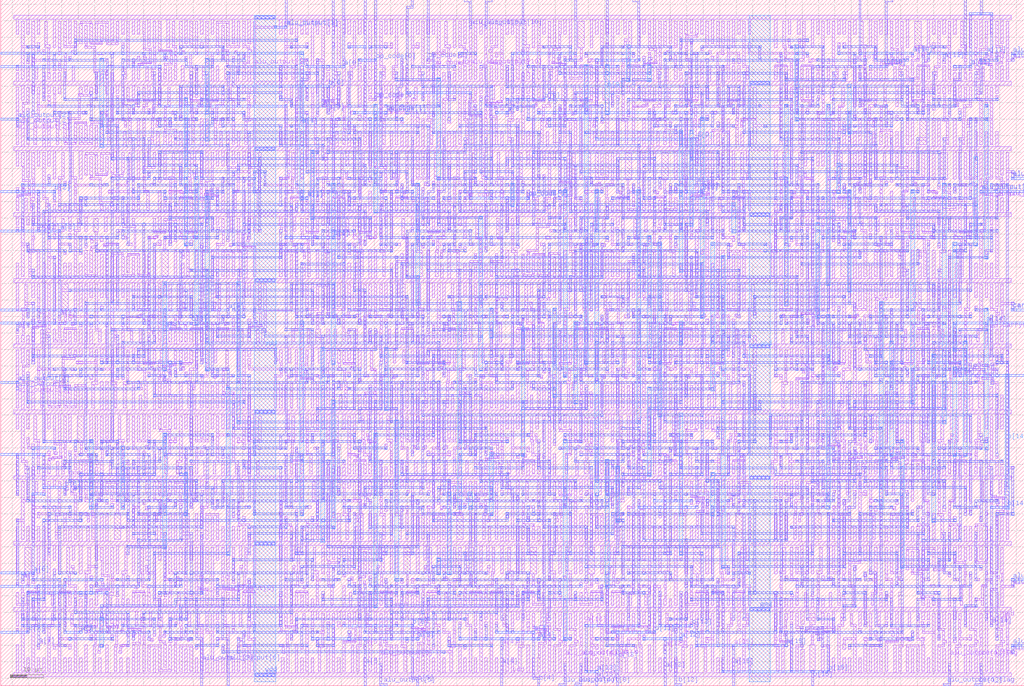
<source format=lef>
VERSION 5.3 ;
   NAMESCASESENSITIVE ON ;
   NOWIREEXTENSIONATPIN ON ;
   DIVIDERCHAR "/" ;
   BUSBITCHARS "[]" ;
UNITS
   DATABASE MICRONS 1000 ;
END UNITS

MACRO alu
   CLASS BLOCK ;
   FOREIGN alu ;
   ORIGIN 3.5000 2.3000 ;
   SIZE 311.0000 BY 208.6000 ;
   PIN gnd
      PORT
         LAYER metal1 ;
	    RECT 1.2000 181.6000 2.0000 184.2000 ;
	    RECT 4.4000 181.6000 5.2000 186.2000 ;
	    RECT 9.2000 181.6000 10.0000 184.2000 ;
	    RECT 12.4000 181.6000 13.2000 184.2000 ;
	    RECT 14.0000 181.6000 14.8000 184.2000 ;
	    RECT 18.2000 181.6000 19.0000 186.2000 ;
	    RECT 26.8000 181.6000 27.6000 183.8000 ;
	    RECT 30.0000 181.6000 30.8000 184.2000 ;
	    RECT 36.4000 181.6000 37.2000 186.2000 ;
	    RECT 40.6000 181.6000 41.4000 186.0000 ;
	    RECT 44.4000 181.6000 45.2000 184.2000 ;
	    RECT 47.6000 181.6000 48.4000 185.8000 ;
	    RECT 51.4000 181.6000 52.2000 186.2000 ;
	    RECT 55.6000 181.6000 56.4000 184.2000 ;
	    RECT 60.4000 181.6000 61.2000 186.2000 ;
	    RECT 62.0000 181.6000 62.8000 186.2000 ;
	    RECT 68.0000 181.6000 68.8000 186.2000 ;
	    RECT 71.6000 181.6000 72.4000 186.2000 ;
	    RECT 81.2000 181.6000 82.0000 184.2000 ;
	    RECT 87.6000 181.6000 88.4000 186.2000 ;
	    RECT 92.4000 181.6000 93.2000 186.2000 ;
	    RECT 95.6000 181.6000 96.4000 184.2000 ;
	    RECT 100.4000 181.6000 101.2000 186.2000 ;
	    RECT 105.2000 181.6000 106.0000 186.2000 ;
	    RECT 106.8000 181.6000 107.6000 184.2000 ;
	    RECT 110.0000 181.6000 110.8000 186.2000 ;
	    RECT 118.0000 181.6000 118.8000 186.2000 ;
	    RECT 119.6000 181.6000 120.4000 184.2000 ;
	    RECT 126.0000 181.6000 126.8000 186.2000 ;
	    RECT 127.6000 181.6000 128.4000 184.2000 ;
	    RECT 130.8000 181.6000 131.6000 184.2000 ;
	    RECT 134.0000 181.6000 134.8000 184.2000 ;
	    RECT 137.2000 181.6000 138.0000 186.2000 ;
	    RECT 142.0000 181.6000 142.8000 184.2000 ;
	    RECT 145.2000 181.6000 146.0000 186.2000 ;
	    RECT 150.0000 181.6000 150.8000 184.2000 ;
	    RECT 151.6000 181.6000 152.4000 184.2000 ;
	    RECT 154.8000 181.6000 155.6000 184.2000 ;
	    RECT 158.0000 181.6000 158.8000 184.2000 ;
	    RECT 161.2000 181.6000 162.0000 184.2000 ;
	    RECT 165.0000 181.6000 165.8000 186.0000 ;
	    RECT 174.0000 181.6000 174.8000 185.4000 ;
	    RECT 177.2000 181.6000 178.0000 186.2000 ;
	    RECT 183.6000 181.6000 184.4000 184.2000 ;
	    RECT 188.4000 181.6000 189.2000 185.4000 ;
	    RECT 194.2000 181.6000 195.0000 186.0000 ;
	    RECT 198.6000 181.6000 199.4000 186.2000 ;
	    RECT 202.8000 181.6000 203.6000 184.2000 ;
	    RECT 209.2000 181.6000 210.0000 188.2000 ;
	    RECT 211.4000 181.6000 212.2000 186.2000 ;
	    RECT 215.6000 181.6000 216.4000 184.2000 ;
	    RECT 218.8000 181.6000 219.6000 186.2000 ;
	    RECT 220.4000 181.6000 221.2000 186.2000 ;
	    RECT 233.2000 181.6000 234.0000 185.4000 ;
	    RECT 241.2000 181.6000 242.0000 185.4000 ;
	    RECT 244.4000 181.6000 245.2000 184.2000 ;
	    RECT 247.6000 181.6000 248.4000 186.2000 ;
	    RECT 255.6000 181.6000 256.4000 186.2000 ;
	    RECT 257.2000 181.6000 258.0000 184.2000 ;
	    RECT 260.4000 181.6000 261.2000 184.2000 ;
	    RECT 263.6000 181.6000 264.4000 184.2000 ;
	    RECT 267.8000 181.6000 268.6000 186.0000 ;
	    RECT 276.4000 181.6000 277.2000 185.4000 ;
	    RECT 282.8000 181.6000 283.6000 186.2000 ;
	    RECT 286.0000 181.6000 286.8000 184.2000 ;
	    RECT 287.6000 181.6000 288.4000 184.2000 ;
	    RECT 290.8000 181.6000 291.6000 184.2000 ;
	    RECT 294.6000 181.6000 295.4000 186.0000 ;
	    RECT 300.4000 181.6000 301.2000 186.2000 ;
	    RECT 0.4000 180.4000 303.6000 181.6000 ;
	    RECT 2.8000 175.8000 3.6000 180.4000 ;
	    RECT 6.0000 177.8000 6.8000 180.4000 ;
	    RECT 9.2000 177.8000 10.0000 180.4000 ;
	    RECT 10.8000 177.8000 11.6000 180.4000 ;
	    RECT 14.0000 177.8000 14.8000 180.4000 ;
	    RECT 22.0000 178.2000 22.8000 180.4000 ;
	    RECT 25.2000 177.8000 26.0000 180.4000 ;
	    RECT 28.4000 177.8000 29.2000 180.4000 ;
	    RECT 31.6000 177.8000 32.4000 180.4000 ;
	    RECT 36.4000 176.6000 37.2000 180.4000 ;
	    RECT 41.2000 176.6000 42.0000 180.4000 ;
	    RECT 50.8000 173.8000 51.6000 180.4000 ;
	    RECT 55.6000 176.6000 56.4000 180.4000 ;
	    RECT 60.4000 176.6000 61.2000 180.4000 ;
	    RECT 68.4000 175.8000 69.2000 180.4000 ;
	    RECT 70.0000 177.8000 70.8000 180.4000 ;
	    RECT 73.2000 177.8000 74.0000 180.4000 ;
	    RECT 81.2000 177.8000 82.0000 180.4000 ;
	    RECT 84.4000 175.8000 85.2000 180.4000 ;
	    RECT 89.2000 177.8000 90.0000 180.4000 ;
	    RECT 92.4000 177.8000 93.2000 180.4000 ;
	    RECT 95.6000 176.6000 96.4000 180.4000 ;
	    RECT 105.2000 173.8000 106.0000 180.4000 ;
	    RECT 108.4000 177.8000 109.2000 180.4000 ;
	    RECT 110.0000 177.8000 110.8000 180.4000 ;
	    RECT 113.2000 177.8000 114.0000 180.4000 ;
	    RECT 114.8000 175.8000 115.6000 180.4000 ;
	    RECT 119.6000 175.8000 120.4000 180.4000 ;
	    RECT 124.4000 177.8000 125.2000 180.4000 ;
	    RECT 127.6000 177.8000 128.4000 180.4000 ;
	    RECT 129.2000 175.8000 130.0000 180.4000 ;
	    RECT 134.0000 177.8000 134.8000 180.4000 ;
	    RECT 138.8000 176.2000 139.6000 180.4000 ;
	    RECT 142.0000 177.8000 142.8000 180.4000 ;
	    RECT 145.8000 176.0000 146.6000 180.4000 ;
	    RECT 150.0000 177.8000 150.8000 180.4000 ;
	    RECT 153.2000 177.8000 154.0000 180.4000 ;
	    RECT 156.4000 177.8000 157.2000 180.4000 ;
	    RECT 159.6000 176.6000 160.4000 180.4000 ;
	    RECT 164.4000 175.8000 165.2000 180.4000 ;
	    RECT 170.4000 175.8000 171.2000 180.4000 ;
	    RECT 174.0000 176.6000 174.8000 180.4000 ;
	    RECT 182.0000 175.8000 182.8000 180.4000 ;
	    RECT 183.6000 177.8000 184.4000 180.4000 ;
	    RECT 186.8000 177.8000 187.6000 180.4000 ;
	    RECT 190.0000 177.8000 190.8000 180.4000 ;
	    RECT 193.2000 176.6000 194.0000 180.4000 ;
	    RECT 202.8000 173.8000 203.6000 180.4000 ;
	    RECT 206.0000 176.6000 206.8000 180.4000 ;
	    RECT 210.8000 173.8000 211.6000 180.4000 ;
	    RECT 218.8000 176.6000 219.6000 180.4000 ;
	    RECT 223.6000 177.8000 224.4000 180.4000 ;
	    RECT 234.8000 177.8000 235.6000 180.4000 ;
	    RECT 241.2000 176.6000 242.0000 180.4000 ;
	    RECT 244.4000 177.8000 245.2000 180.4000 ;
	    RECT 248.6000 175.8000 249.4000 180.4000 ;
	    RECT 255.6000 173.8000 256.4000 180.4000 ;
	    RECT 258.8000 176.6000 259.6000 180.4000 ;
	    RECT 268.4000 173.8000 269.2000 180.4000 ;
	    RECT 270.0000 177.8000 270.8000 180.4000 ;
	    RECT 274.8000 176.6000 275.6000 180.4000 ;
	    RECT 281.2000 177.8000 282.0000 180.4000 ;
	    RECT 284.4000 177.8000 285.2000 180.4000 ;
	    RECT 287.6000 176.6000 288.4000 180.4000 ;
	    RECT 295.6000 175.8000 296.4000 180.4000 ;
	    RECT 298.8000 177.8000 299.6000 180.4000 ;
	    RECT 3.8000 141.6000 4.6000 146.0000 ;
	    RECT 7.6000 141.6000 8.4000 146.2000 ;
	    RECT 12.4000 141.6000 13.2000 144.2000 ;
	    RECT 15.6000 141.6000 16.4000 144.2000 ;
	    RECT 17.2000 141.6000 18.0000 144.2000 ;
	    RECT 20.4000 141.6000 21.2000 144.2000 ;
	    RECT 28.4000 141.6000 29.2000 143.8000 ;
	    RECT 31.6000 141.6000 32.4000 144.2000 ;
	    RECT 34.8000 141.6000 35.6000 144.2000 ;
	    RECT 38.0000 141.6000 38.8000 144.2000 ;
	    RECT 44.4000 141.6000 45.2000 148.2000 ;
	    RECT 46.0000 141.6000 46.8000 144.2000 ;
	    RECT 49.2000 141.6000 50.0000 144.2000 ;
	    RECT 52.4000 141.6000 53.2000 145.4000 ;
	    RECT 59.4000 141.6000 60.2000 146.0000 ;
	    RECT 63.6000 141.6000 64.4000 148.2000 ;
	    RECT 70.0000 141.6000 70.8000 148.2000 ;
	    RECT 86.0000 141.6000 86.8000 145.4000 ;
	    RECT 89.2000 141.6000 90.0000 144.2000 ;
	    RECT 92.4000 141.6000 93.2000 144.2000 ;
	    RECT 95.6000 141.6000 96.4000 144.2000 ;
	    RECT 98.8000 141.6000 99.6000 145.4000 ;
	    RECT 103.6000 141.6000 104.4000 144.2000 ;
	    RECT 106.8000 141.6000 107.6000 144.2000 ;
	    RECT 108.4000 141.6000 109.2000 148.2000 ;
	    RECT 118.0000 141.6000 118.8000 145.4000 ;
	    RECT 121.2000 141.6000 122.0000 144.2000 ;
	    RECT 125.4000 141.6000 126.2000 146.2000 ;
	    RECT 127.6000 141.6000 128.4000 144.2000 ;
	    RECT 130.8000 141.6000 131.6000 144.2000 ;
	    RECT 132.4000 141.6000 133.2000 144.2000 ;
	    RECT 135.6000 141.6000 136.4000 144.2000 ;
	    RECT 137.2000 141.6000 138.0000 144.2000 ;
	    RECT 140.4000 141.6000 141.2000 144.2000 ;
	    RECT 142.0000 141.6000 142.8000 144.2000 ;
	    RECT 145.2000 141.6000 146.0000 144.2000 ;
	    RECT 146.8000 141.6000 147.6000 144.2000 ;
	    RECT 150.0000 141.6000 150.8000 144.2000 ;
	    RECT 151.6000 141.6000 152.4000 144.2000 ;
	    RECT 154.8000 141.6000 155.6000 144.2000 ;
	    RECT 156.4000 141.6000 157.2000 146.2000 ;
	    RECT 164.4000 141.6000 165.2000 146.2000 ;
	    RECT 166.0000 141.6000 166.8000 144.2000 ;
	    RECT 169.2000 141.6000 170.0000 145.8000 ;
	    RECT 172.4000 141.6000 173.2000 144.2000 ;
	    RECT 175.6000 141.6000 176.4000 144.2000 ;
	    RECT 177.8000 141.6000 178.6000 146.2000 ;
	    RECT 182.0000 141.6000 182.8000 144.2000 ;
	    RECT 185.2000 141.6000 186.0000 145.4000 ;
	    RECT 193.2000 141.6000 194.0000 144.2000 ;
	    RECT 196.4000 141.6000 197.2000 145.4000 ;
	    RECT 202.8000 141.6000 203.6000 144.2000 ;
	    RECT 206.0000 141.6000 206.8000 144.2000 ;
	    RECT 210.2000 141.6000 211.0000 146.0000 ;
	    RECT 217.2000 141.6000 218.0000 146.2000 ;
	    RECT 220.4000 141.6000 221.2000 145.4000 ;
	    RECT 231.6000 141.6000 232.4000 144.2000 ;
	    RECT 234.8000 141.6000 235.6000 144.2000 ;
	    RECT 238.0000 141.6000 238.8000 145.4000 ;
	    RECT 244.4000 141.6000 245.2000 144.2000 ;
	    RECT 246.0000 141.6000 246.8000 144.2000 ;
	    RECT 252.4000 141.6000 253.2000 145.4000 ;
	    RECT 256.2000 141.6000 257.0000 146.2000 ;
	    RECT 260.4000 141.6000 261.2000 144.2000 ;
	    RECT 262.0000 141.6000 262.8000 144.2000 ;
	    RECT 265.2000 141.6000 266.0000 144.2000 ;
	    RECT 266.8000 141.6000 267.6000 148.2000 ;
	    RECT 273.8000 141.6000 274.6000 146.2000 ;
	    RECT 278.0000 141.6000 278.8000 144.2000 ;
	    RECT 281.2000 141.6000 282.0000 145.4000 ;
	    RECT 287.6000 141.6000 288.4000 144.2000 ;
	    RECT 291.8000 141.6000 292.6000 146.2000 ;
	    RECT 295.6000 141.6000 296.4000 146.2000 ;
	    RECT 300.4000 141.6000 301.2000 146.2000 ;
	    RECT 0.4000 140.4000 303.6000 141.6000 ;
	    RECT 1.2000 137.8000 2.0000 140.4000 ;
	    RECT 4.4000 137.8000 5.2000 140.4000 ;
	    RECT 7.6000 137.8000 8.4000 140.4000 ;
	    RECT 9.2000 137.8000 10.0000 140.4000 ;
	    RECT 12.4000 135.8000 13.2000 140.4000 ;
	    RECT 17.2000 135.8000 18.0000 140.4000 ;
	    RECT 22.0000 135.8000 22.8000 140.4000 ;
	    RECT 28.0000 135.8000 28.8000 140.4000 ;
	    RECT 31.6000 137.8000 32.4000 140.4000 ;
	    RECT 34.8000 138.2000 35.6000 140.4000 ;
	    RECT 44.4000 136.6000 45.2000 140.4000 ;
	    RECT 54.0000 136.6000 54.8000 140.4000 ;
	    RECT 57.2000 137.8000 58.0000 140.4000 ;
	    RECT 60.4000 137.8000 61.2000 140.4000 ;
	    RECT 62.0000 137.8000 62.8000 140.4000 ;
	    RECT 66.2000 135.8000 67.0000 140.4000 ;
	    RECT 70.0000 136.2000 70.8000 140.4000 ;
	    RECT 73.2000 137.8000 74.0000 140.4000 ;
	    RECT 81.2000 137.8000 82.0000 140.4000 ;
	    RECT 85.4000 135.8000 86.2000 140.4000 ;
	    RECT 90.8000 136.6000 91.6000 140.4000 ;
	    RECT 94.0000 137.8000 94.8000 140.4000 ;
	    RECT 97.2000 137.8000 98.0000 140.4000 ;
	    RECT 98.8000 135.8000 99.6000 140.4000 ;
	    RECT 106.8000 136.6000 107.6000 140.4000 ;
	    RECT 110.0000 137.8000 110.8000 140.4000 ;
	    RECT 113.2000 137.8000 114.0000 140.4000 ;
	    RECT 114.8000 133.8000 115.6000 140.4000 ;
	    RECT 121.2000 137.8000 122.0000 140.4000 ;
	    RECT 124.4000 137.8000 125.2000 140.4000 ;
	    RECT 127.6000 136.6000 128.4000 140.4000 ;
	    RECT 132.4000 137.8000 133.2000 140.4000 ;
	    RECT 135.6000 137.8000 136.4000 140.4000 ;
	    RECT 137.2000 133.8000 138.0000 140.4000 ;
	    RECT 143.6000 133.8000 144.4000 140.4000 ;
	    RECT 150.0000 137.8000 150.8000 140.4000 ;
	    RECT 153.2000 137.8000 154.0000 140.4000 ;
	    RECT 161.2000 138.2000 162.0000 140.4000 ;
	    RECT 164.4000 137.8000 165.2000 140.4000 ;
	    RECT 167.6000 137.8000 168.4000 140.4000 ;
	    RECT 170.8000 137.8000 171.6000 140.4000 ;
	    RECT 172.4000 137.8000 173.2000 140.4000 ;
	    RECT 176.6000 135.8000 177.4000 140.4000 ;
	    RECT 179.4000 135.8000 180.2000 140.4000 ;
	    RECT 183.6000 137.8000 184.4000 140.4000 ;
	    RECT 185.2000 133.8000 186.0000 140.4000 ;
	    RECT 192.2000 135.8000 193.0000 140.4000 ;
	    RECT 196.4000 137.8000 197.2000 140.4000 ;
	    RECT 198.0000 137.8000 198.8000 140.4000 ;
	    RECT 201.2000 137.8000 202.0000 140.4000 ;
	    RECT 202.8000 137.8000 203.6000 140.4000 ;
	    RECT 206.0000 135.8000 206.8000 140.4000 ;
	    RECT 212.4000 137.8000 213.2000 140.4000 ;
	    RECT 215.6000 135.8000 216.4000 140.4000 ;
	    RECT 217.8000 135.8000 218.6000 140.4000 ;
	    RECT 222.0000 137.8000 222.8000 140.4000 ;
	    RECT 230.0000 137.8000 230.8000 140.4000 ;
	    RECT 233.2000 137.8000 234.0000 140.4000 ;
	    RECT 235.4000 135.8000 236.2000 140.4000 ;
	    RECT 239.6000 137.8000 240.4000 140.4000 ;
	    RECT 241.2000 137.8000 242.0000 140.4000 ;
	    RECT 244.4000 137.8000 245.2000 140.4000 ;
	    RECT 247.6000 137.8000 248.4000 140.4000 ;
	    RECT 254.0000 136.6000 254.8000 140.4000 ;
	    RECT 260.4000 135.8000 261.2000 140.4000 ;
	    RECT 262.6000 135.8000 263.4000 140.4000 ;
	    RECT 266.8000 137.8000 267.6000 140.4000 ;
	    RECT 271.6000 136.6000 272.4000 140.4000 ;
	    RECT 278.0000 136.6000 278.8000 140.4000 ;
	    RECT 281.2000 137.8000 282.0000 140.4000 ;
	    RECT 284.4000 137.8000 285.2000 140.4000 ;
	    RECT 289.2000 136.6000 290.0000 140.4000 ;
	    RECT 292.4000 135.8000 293.2000 140.4000 ;
	    RECT 297.2000 137.8000 298.0000 140.4000 ;
	    RECT 1.2000 101.6000 2.0000 104.2000 ;
	    RECT 4.4000 101.6000 5.2000 104.2000 ;
	    RECT 8.6000 101.6000 9.4000 106.0000 ;
	    RECT 17.2000 101.6000 18.0000 105.4000 ;
	    RECT 20.4000 101.6000 21.2000 106.2000 ;
	    RECT 23.6000 101.6000 24.4000 106.2000 ;
	    RECT 28.4000 101.6000 29.2000 106.2000 ;
	    RECT 33.2000 101.6000 34.0000 106.2000 ;
	    RECT 38.6000 101.6000 39.4000 106.2000 ;
	    RECT 42.8000 101.6000 43.6000 104.2000 ;
	    RECT 46.0000 101.6000 46.8000 104.2000 ;
	    RECT 49.2000 101.6000 50.0000 105.4000 ;
	    RECT 55.6000 101.6000 56.4000 105.4000 ;
	    RECT 63.6000 101.6000 64.4000 105.4000 ;
	    RECT 66.8000 101.6000 67.6000 106.2000 ;
	    RECT 74.2000 101.6000 75.0000 106.0000 ;
	    RECT 87.6000 101.6000 88.4000 106.2000 ;
	    RECT 89.6000 101.6000 90.4000 106.2000 ;
	    RECT 95.6000 101.6000 96.4000 106.2000 ;
	    RECT 97.8000 101.6000 98.6000 106.2000 ;
	    RECT 102.0000 101.6000 102.8000 104.2000 ;
	    RECT 104.2000 101.6000 105.0000 106.2000 ;
	    RECT 108.4000 101.6000 109.2000 104.2000 ;
	    RECT 110.0000 101.6000 110.8000 104.2000 ;
	    RECT 114.2000 101.6000 115.0000 106.2000 ;
	    RECT 119.6000 101.6000 120.4000 105.4000 ;
	    RECT 122.8000 101.6000 123.6000 104.2000 ;
	    RECT 126.0000 101.6000 126.8000 104.2000 ;
	    RECT 127.6000 101.6000 128.4000 104.2000 ;
	    RECT 132.4000 101.6000 133.2000 105.4000 ;
	    RECT 137.2000 101.6000 138.0000 104.2000 ;
	    RECT 145.2000 101.6000 146.0000 108.2000 ;
	    RECT 151.6000 101.6000 152.4000 108.2000 ;
	    RECT 154.8000 101.6000 155.6000 105.4000 ;
	    RECT 164.4000 101.6000 165.2000 108.2000 ;
	    RECT 166.0000 101.6000 166.8000 104.2000 ;
	    RECT 169.2000 101.6000 170.0000 104.2000 ;
	    RECT 172.4000 101.6000 173.2000 105.4000 ;
	    RECT 178.8000 101.6000 179.6000 105.4000 ;
	    RECT 188.4000 101.6000 189.2000 108.2000 ;
	    RECT 190.0000 101.6000 190.8000 108.2000 ;
	    RECT 199.6000 101.6000 200.4000 105.4000 ;
	    RECT 204.4000 101.6000 205.2000 105.4000 ;
	    RECT 209.8000 101.6000 210.6000 106.2000 ;
	    RECT 214.0000 101.6000 214.8000 104.2000 ;
	    RECT 215.6000 101.6000 216.4000 104.2000 ;
	    RECT 219.8000 101.6000 220.6000 106.2000 ;
	    RECT 222.0000 101.6000 222.8000 104.2000 ;
	    RECT 225.2000 101.6000 226.0000 104.2000 ;
	    RECT 233.8000 101.6000 234.6000 106.2000 ;
	    RECT 238.0000 101.6000 238.8000 104.2000 ;
	    RECT 239.6000 101.6000 240.4000 104.2000 ;
	    RECT 242.8000 101.6000 243.6000 105.8000 ;
	    RECT 246.0000 101.6000 246.8000 106.2000 ;
	    RECT 249.2000 101.6000 250.0000 106.2000 ;
	    RECT 254.0000 101.6000 254.8000 106.2000 ;
	    RECT 256.2000 101.6000 257.0000 106.2000 ;
	    RECT 260.4000 101.6000 261.2000 104.2000 ;
	    RECT 266.8000 101.6000 267.6000 108.2000 ;
	    RECT 268.4000 101.6000 269.2000 106.2000 ;
	    RECT 276.4000 101.6000 277.2000 105.4000 ;
	    RECT 279.6000 101.6000 280.4000 106.2000 ;
	    RECT 286.0000 101.6000 286.8000 104.2000 ;
	    RECT 287.6000 101.6000 288.4000 104.2000 ;
	    RECT 290.8000 101.6000 291.6000 104.2000 ;
	    RECT 295.6000 101.6000 296.4000 106.2000 ;
	    RECT 298.8000 101.6000 299.6000 106.2000 ;
	    RECT 0.4000 100.4000 303.6000 101.6000 ;
	    RECT 2.8000 95.8000 3.6000 100.4000 ;
	    RECT 6.0000 97.8000 6.8000 100.4000 ;
	    RECT 9.2000 97.8000 10.0000 100.4000 ;
	    RECT 17.2000 98.2000 18.0000 100.4000 ;
	    RECT 20.4000 97.8000 21.2000 100.4000 ;
	    RECT 23.6000 97.8000 24.4000 100.4000 ;
	    RECT 26.8000 97.8000 27.6000 100.4000 ;
	    RECT 28.4000 97.8000 29.2000 100.4000 ;
	    RECT 31.6000 97.8000 32.4000 100.4000 ;
	    RECT 33.2000 97.8000 34.0000 100.4000 ;
	    RECT 36.4000 97.8000 37.2000 100.4000 ;
	    RECT 41.2000 96.6000 42.0000 100.4000 ;
	    RECT 46.6000 96.0000 47.4000 100.4000 ;
	    RECT 52.4000 96.6000 53.2000 100.4000 ;
	    RECT 57.2000 97.8000 58.0000 100.4000 ;
	    RECT 61.4000 95.8000 62.2000 100.4000 ;
	    RECT 68.4000 93.8000 69.2000 100.4000 ;
	    RECT 71.6000 97.8000 72.4000 100.4000 ;
	    RECT 79.6000 97.8000 80.4000 100.4000 ;
	    RECT 83.8000 95.8000 84.6000 100.4000 ;
	    RECT 87.6000 96.2000 88.4000 100.4000 ;
	    RECT 90.8000 97.8000 91.6000 100.4000 ;
	    RECT 93.0000 95.8000 93.8000 100.4000 ;
	    RECT 97.2000 97.8000 98.0000 100.4000 ;
	    RECT 102.0000 96.6000 102.8000 100.4000 ;
	    RECT 105.2000 93.8000 106.0000 100.4000 ;
	    RECT 111.6000 97.8000 112.4000 100.4000 ;
	    RECT 115.8000 95.8000 116.6000 100.4000 ;
	    RECT 121.2000 95.8000 122.0000 100.4000 ;
	    RECT 124.4000 96.6000 125.2000 100.4000 ;
	    RECT 130.8000 96.6000 131.6000 100.4000 ;
	    RECT 140.4000 93.8000 141.2000 100.4000 ;
	    RECT 142.6000 95.8000 143.4000 100.4000 ;
	    RECT 146.8000 97.8000 147.6000 100.4000 ;
	    RECT 148.4000 95.8000 149.2000 100.4000 ;
	    RECT 154.8000 96.6000 155.6000 100.4000 ;
	    RECT 160.2000 95.8000 161.0000 100.4000 ;
	    RECT 164.4000 97.8000 165.2000 100.4000 ;
	    RECT 167.6000 96.6000 168.4000 100.4000 ;
	    RECT 177.2000 93.8000 178.0000 100.4000 ;
	    RECT 179.4000 95.8000 180.2000 100.4000 ;
	    RECT 183.6000 97.8000 184.4000 100.4000 ;
	    RECT 185.8000 95.8000 186.6000 100.4000 ;
	    RECT 190.0000 97.8000 190.8000 100.4000 ;
	    RECT 193.2000 97.8000 194.0000 100.4000 ;
	    RECT 198.0000 96.6000 198.8000 100.4000 ;
	    RECT 201.2000 97.8000 202.0000 100.4000 ;
	    RECT 205.0000 95.8000 205.8000 100.4000 ;
	    RECT 209.2000 97.8000 210.0000 100.4000 ;
	    RECT 214.0000 96.6000 214.8000 100.4000 ;
	    RECT 217.2000 97.8000 218.0000 100.4000 ;
	    RECT 220.4000 97.8000 221.2000 100.4000 ;
	    RECT 225.2000 95.8000 226.0000 100.4000 ;
	    RECT 233.2000 97.8000 234.0000 100.4000 ;
	    RECT 236.4000 97.8000 237.2000 100.4000 ;
	    RECT 238.0000 97.8000 238.8000 100.4000 ;
	    RECT 241.2000 96.2000 242.0000 100.4000 ;
	    RECT 244.4000 97.8000 245.2000 100.4000 ;
	    RECT 247.6000 97.8000 248.4000 100.4000 ;
	    RECT 250.8000 96.6000 251.6000 100.4000 ;
	    RECT 257.2000 95.8000 258.0000 100.4000 ;
	    RECT 262.0000 95.8000 262.8000 100.4000 ;
	    RECT 263.6000 93.8000 264.4000 100.4000 ;
	    RECT 271.6000 96.6000 272.4000 100.4000 ;
	    RECT 276.4000 97.8000 277.2000 100.4000 ;
	    RECT 280.6000 95.8000 281.4000 100.4000 ;
	    RECT 286.0000 96.6000 286.8000 100.4000 ;
	    RECT 290.8000 96.4000 291.8000 100.4000 ;
	    RECT 297.0000 99.8000 297.8000 100.4000 ;
	    RECT 297.0000 96.4000 298.0000 99.8000 ;
	    RECT 300.4000 97.8000 301.2000 100.4000 ;
	    RECT 1.2000 61.6000 2.0000 66.2000 ;
	    RECT 6.0000 61.6000 6.8000 64.2000 ;
	    RECT 9.2000 61.6000 10.0000 64.2000 ;
	    RECT 13.4000 61.6000 14.2000 66.0000 ;
	    RECT 22.0000 61.6000 22.8000 65.4000 ;
	    RECT 25.2000 61.6000 26.0000 64.2000 ;
	    RECT 29.4000 61.6000 30.2000 66.2000 ;
	    RECT 31.6000 61.6000 32.4000 64.2000 ;
	    RECT 34.8000 61.6000 35.6000 64.2000 ;
	    RECT 36.4000 61.6000 37.2000 64.2000 ;
	    RECT 40.6000 61.6000 41.4000 66.2000 ;
	    RECT 42.8000 61.6000 43.6000 68.2000 ;
	    RECT 52.4000 61.6000 53.2000 66.2000 ;
	    RECT 54.0000 61.6000 54.8000 64.2000 ;
	    RECT 58.2000 61.6000 59.0000 66.2000 ;
	    RECT 63.6000 61.6000 64.4000 66.2000 ;
	    RECT 65.2000 61.6000 66.0000 66.2000 ;
	    RECT 70.0000 61.6000 70.8000 64.2000 ;
	    RECT 74.2000 61.6000 75.0000 66.2000 ;
	    RECT 86.0000 61.6000 86.8000 65.4000 ;
	    RECT 94.0000 61.6000 94.8000 68.2000 ;
	    RECT 95.6000 61.6000 96.4000 64.2000 ;
	    RECT 98.8000 61.6000 99.6000 64.2000 ;
	    RECT 100.4000 61.6000 101.2000 64.2000 ;
	    RECT 105.2000 61.6000 106.0000 65.4000 ;
	    RECT 111.6000 61.6000 112.4000 64.2000 ;
	    RECT 113.2000 61.6000 114.0000 64.2000 ;
	    RECT 116.4000 61.6000 117.2000 64.2000 ;
	    RECT 118.0000 61.6000 118.8000 64.2000 ;
	    RECT 122.2000 61.6000 123.0000 66.2000 ;
	    RECT 125.0000 61.6000 125.8000 66.2000 ;
	    RECT 129.2000 61.6000 130.0000 64.2000 ;
	    RECT 131.4000 61.6000 132.2000 66.2000 ;
	    RECT 135.6000 61.6000 136.4000 64.2000 ;
	    RECT 137.8000 61.6000 138.6000 66.2000 ;
	    RECT 142.0000 61.6000 142.8000 64.2000 ;
	    RECT 146.2000 61.6000 147.0000 66.0000 ;
	    RECT 153.2000 61.6000 154.0000 66.2000 ;
	    RECT 156.4000 61.6000 157.2000 65.4000 ;
	    RECT 161.2000 61.6000 162.0000 66.2000 ;
	    RECT 164.4000 61.6000 165.2000 68.2000 ;
	    RECT 171.2000 61.6000 172.0000 66.2000 ;
	    RECT 177.2000 61.6000 178.0000 66.2000 ;
	    RECT 180.4000 61.6000 181.2000 64.2000 ;
	    RECT 182.0000 61.6000 182.8000 64.2000 ;
	    RECT 185.2000 61.6000 186.0000 64.2000 ;
	    RECT 187.2000 61.6000 188.0000 66.2000 ;
	    RECT 193.2000 61.6000 194.0000 66.2000 ;
	    RECT 196.4000 61.6000 197.2000 64.2000 ;
	    RECT 199.6000 61.6000 200.4000 65.4000 ;
	    RECT 209.2000 61.6000 210.0000 68.2000 ;
	    RECT 210.8000 61.6000 211.6000 68.2000 ;
	    RECT 220.4000 61.6000 221.2000 65.4000 ;
	    RECT 233.2000 61.6000 234.0000 66.2000 ;
	    RECT 239.6000 61.6000 240.4000 68.2000 ;
	    RECT 241.2000 61.6000 242.0000 64.2000 ;
	    RECT 245.4000 61.6000 246.2000 66.2000 ;
	    RECT 247.6000 61.6000 248.4000 64.2000 ;
	    RECT 250.8000 61.6000 251.6000 65.8000 ;
	    RECT 256.6000 61.6000 257.4000 66.0000 ;
	    RECT 263.6000 61.6000 264.4000 65.4000 ;
	    RECT 269.4000 61.6000 270.2000 66.0000 ;
	    RECT 274.8000 61.6000 275.6000 65.4000 ;
	    RECT 279.6000 61.6000 280.4000 64.2000 ;
	    RECT 282.8000 61.6000 283.6000 64.2000 ;
	    RECT 287.6000 61.6000 288.4000 65.4000 ;
	    RECT 290.8000 61.6000 291.6000 64.2000 ;
	    RECT 294.0000 61.6000 294.8000 64.2000 ;
	    RECT 298.8000 61.6000 299.6000 66.2000 ;
	    RECT 300.4000 61.6000 301.2000 64.2000 ;
	    RECT 0.4000 60.4000 303.6000 61.6000 ;
	    RECT 1.2000 57.8000 2.0000 60.4000 ;
	    RECT 4.4000 55.8000 5.2000 60.4000 ;
	    RECT 9.2000 57.8000 10.0000 60.4000 ;
	    RECT 12.4000 57.8000 13.2000 60.4000 ;
	    RECT 15.6000 57.8000 16.4000 60.4000 ;
	    RECT 20.4000 55.8000 21.2000 60.4000 ;
	    RECT 25.2000 56.6000 26.0000 60.4000 ;
	    RECT 33.2000 56.6000 34.0000 60.4000 ;
	    RECT 36.4000 57.8000 37.2000 60.4000 ;
	    RECT 40.6000 55.8000 41.4000 60.4000 ;
	    RECT 46.0000 56.6000 46.8000 60.4000 ;
	    RECT 54.0000 56.6000 54.8000 60.4000 ;
	    RECT 57.2000 57.8000 58.0000 60.4000 ;
	    RECT 61.4000 55.8000 62.2000 60.4000 ;
	    RECT 63.6000 55.8000 64.4000 60.4000 ;
	    RECT 73.2000 53.8000 74.0000 60.4000 ;
	    RECT 86.0000 53.8000 86.8000 60.4000 ;
	    RECT 87.6000 53.8000 88.4000 60.4000 ;
	    RECT 94.0000 55.8000 94.8000 60.4000 ;
	    RECT 98.8000 57.8000 99.6000 60.4000 ;
	    RECT 102.0000 57.8000 102.8000 60.4000 ;
	    RECT 106.8000 56.6000 107.6000 60.4000 ;
	    RECT 110.0000 57.8000 110.8000 60.4000 ;
	    RECT 113.2000 57.8000 114.0000 60.4000 ;
	    RECT 114.8000 57.8000 115.6000 60.4000 ;
	    RECT 118.0000 57.8000 118.8000 60.4000 ;
	    RECT 119.6000 57.8000 120.4000 60.4000 ;
	    RECT 123.8000 55.8000 124.6000 60.4000 ;
	    RECT 126.0000 57.8000 126.8000 60.4000 ;
	    RECT 130.2000 55.8000 131.0000 60.4000 ;
	    RECT 137.2000 56.6000 138.0000 60.4000 ;
	    RECT 142.0000 56.6000 142.8000 60.4000 ;
	    RECT 148.4000 57.8000 149.2000 60.4000 ;
	    RECT 153.2000 55.8000 154.0000 60.4000 ;
	    RECT 159.6000 53.8000 160.4000 60.4000 ;
	    RECT 162.8000 57.8000 163.6000 60.4000 ;
	    RECT 167.6000 56.6000 168.4000 60.4000 ;
	    RECT 172.4000 55.8000 173.2000 60.4000 ;
	    RECT 174.0000 57.8000 174.8000 60.4000 ;
	    RECT 178.2000 55.8000 179.0000 60.4000 ;
	    RECT 182.0000 56.6000 182.8000 60.4000 ;
	    RECT 186.8000 57.8000 187.6000 60.4000 ;
	    RECT 191.0000 55.8000 191.8000 60.4000 ;
	    RECT 194.8000 57.8000 195.6000 60.4000 ;
	    RECT 199.6000 55.8000 200.4000 60.4000 ;
	    RECT 201.2000 57.8000 202.0000 60.4000 ;
	    RECT 204.4000 57.8000 205.2000 60.4000 ;
	    RECT 208.6000 56.0000 209.4000 60.4000 ;
	    RECT 212.4000 57.8000 213.2000 60.4000 ;
	    RECT 215.6000 57.8000 216.4000 60.4000 ;
	    RECT 218.8000 56.6000 219.6000 60.4000 ;
	    RECT 231.6000 55.8000 232.4000 60.4000 ;
	    RECT 236.4000 56.6000 237.2000 60.4000 ;
	    RECT 246.0000 56.6000 246.8000 60.4000 ;
	    RECT 249.2000 57.8000 250.0000 60.4000 ;
	    RECT 253.4000 55.8000 254.2000 60.4000 ;
	    RECT 255.6000 57.8000 256.4000 60.4000 ;
	    RECT 258.8000 57.8000 259.6000 60.4000 ;
	    RECT 262.0000 57.8000 262.8000 60.4000 ;
	    RECT 265.2000 57.8000 266.0000 60.4000 ;
	    RECT 267.4000 55.8000 268.2000 60.4000 ;
	    RECT 271.6000 57.8000 272.4000 60.4000 ;
	    RECT 273.2000 53.8000 274.0000 60.4000 ;
	    RECT 279.6000 57.8000 280.4000 60.4000 ;
	    RECT 282.8000 57.8000 283.6000 60.4000 ;
	    RECT 289.2000 53.8000 290.0000 60.4000 ;
	    RECT 290.8000 53.8000 291.6000 60.4000 ;
	    RECT 299.8000 56.0000 300.6000 60.4000 ;
	    RECT 6.0000 21.6000 6.8000 25.4000 ;
	    RECT 9.2000 21.6000 10.0000 26.2000 ;
	    RECT 15.6000 21.6000 16.4000 25.4000 ;
	    RECT 20.4000 21.6000 21.2000 24.2000 ;
	    RECT 23.6000 21.6000 24.4000 24.2000 ;
	    RECT 27.8000 21.6000 28.6000 26.0000 ;
	    RECT 31.6000 21.6000 32.4000 24.2000 ;
	    RECT 34.8000 21.6000 35.6000 24.2000 ;
	    RECT 38.0000 21.6000 38.8000 25.4000 ;
	    RECT 44.4000 21.6000 45.2000 24.2000 ;
	    RECT 46.0000 21.6000 46.8000 24.2000 ;
	    RECT 50.2000 21.6000 51.0000 26.2000 ;
	    RECT 54.0000 21.6000 54.8000 24.2000 ;
	    RECT 57.2000 21.6000 58.0000 26.2000 ;
	    RECT 62.0000 21.6000 62.8000 24.2000 ;
	    RECT 65.2000 21.6000 66.0000 26.2000 ;
	    RECT 71.6000 21.6000 72.4000 25.4000 ;
	    RECT 81.2000 21.6000 82.0000 24.2000 ;
	    RECT 87.6000 21.6000 88.4000 25.4000 ;
	    RECT 90.8000 21.6000 91.6000 24.2000 ;
	    RECT 94.0000 21.6000 94.8000 24.2000 ;
	    RECT 100.4000 21.6000 101.2000 28.2000 ;
	    RECT 102.4000 21.6000 103.2000 26.2000 ;
	    RECT 108.4000 21.6000 109.2000 26.2000 ;
	    RECT 113.2000 21.6000 114.0000 25.4000 ;
	    RECT 121.2000 21.6000 122.0000 25.4000 ;
	    RECT 127.6000 21.6000 128.4000 25.4000 ;
	    RECT 131.4000 21.6000 132.2000 26.2000 ;
	    RECT 135.6000 21.6000 136.4000 24.2000 ;
	    RECT 140.4000 21.6000 141.2000 25.4000 ;
	    RECT 146.8000 21.6000 147.6000 25.4000 ;
	    RECT 150.0000 21.6000 150.8000 24.2000 ;
	    RECT 153.2000 21.6000 154.0000 24.2000 ;
	    RECT 156.4000 21.6000 157.2000 25.4000 ;
	    RECT 162.8000 21.6000 163.6000 24.2000 ;
	    RECT 166.0000 21.6000 166.8000 24.2000 ;
	    RECT 167.6000 21.6000 168.4000 24.2000 ;
	    RECT 170.8000 21.6000 171.6000 24.2000 ;
	    RECT 177.2000 21.6000 178.0000 25.4000 ;
	    RECT 183.6000 21.6000 184.4000 25.4000 ;
	    RECT 190.0000 21.6000 190.8000 26.2000 ;
	    RECT 194.8000 21.6000 195.6000 26.2000 ;
	    RECT 196.4000 21.6000 197.2000 24.2000 ;
	    RECT 199.6000 21.6000 200.4000 24.2000 ;
	    RECT 202.8000 21.6000 203.6000 24.2000 ;
	    RECT 209.2000 21.6000 210.0000 25.4000 ;
	    RECT 214.0000 21.6000 214.8000 25.4000 ;
	    RECT 220.4000 21.6000 221.2000 25.4000 ;
	    RECT 231.6000 21.6000 232.4000 24.2000 ;
	    RECT 234.8000 21.6000 235.6000 24.2000 ;
	    RECT 236.4000 21.6000 237.2000 24.2000 ;
	    RECT 240.6000 21.6000 241.4000 26.2000 ;
	    RECT 242.8000 21.6000 243.6000 24.2000 ;
	    RECT 246.0000 21.6000 246.8000 24.2000 ;
	    RECT 248.2000 21.6000 249.0000 26.2000 ;
	    RECT 252.4000 21.6000 253.2000 24.2000 ;
	    RECT 258.8000 21.6000 259.6000 28.2000 ;
	    RECT 263.6000 21.6000 264.4000 26.2000 ;
	    RECT 265.2000 21.6000 266.0000 24.2000 ;
	    RECT 269.4000 21.6000 270.2000 26.2000 ;
	    RECT 278.0000 21.6000 278.8000 23.8000 ;
	    RECT 281.2000 21.6000 282.0000 24.2000 ;
	    RECT 284.4000 21.6000 285.2000 28.2000 ;
	    RECT 290.8000 21.6000 291.6000 28.2000 ;
	    RECT 298.8000 21.6000 299.6000 26.2000 ;
	    RECT 0.4000 20.4000 303.6000 21.6000 ;
	    RECT 1.2000 15.8000 2.0000 20.4000 ;
	    RECT 4.4000 15.8000 5.2000 20.4000 ;
	    RECT 9.2000 15.8000 10.0000 20.4000 ;
	    RECT 15.6000 17.8000 16.4000 20.4000 ;
	    RECT 20.4000 15.8000 21.2000 20.4000 ;
	    RECT 23.6000 16.6000 24.4000 20.4000 ;
	    RECT 30.0000 16.6000 30.8000 20.4000 ;
	    RECT 37.4000 16.0000 38.2000 20.4000 ;
	    RECT 41.6000 15.8000 42.4000 20.4000 ;
	    RECT 47.6000 15.8000 48.4000 20.4000 ;
	    RECT 49.2000 17.8000 50.0000 20.4000 ;
	    RECT 53.4000 15.8000 54.2000 20.4000 ;
	    RECT 58.8000 15.8000 59.6000 20.4000 ;
	    RECT 62.0000 17.8000 62.8000 20.4000 ;
	    RECT 66.8000 15.8000 67.6000 20.4000 ;
	    RECT 69.0000 15.8000 69.8000 20.4000 ;
	    RECT 73.2000 17.8000 74.0000 20.4000 ;
	    RECT 84.4000 16.6000 85.2000 20.4000 ;
	    RECT 90.8000 15.8000 91.6000 20.4000 ;
	    RECT 92.4000 17.8000 93.2000 20.4000 ;
	    RECT 95.6000 17.8000 96.4000 20.4000 ;
	    RECT 98.8000 17.8000 99.6000 20.4000 ;
	    RECT 100.4000 17.8000 101.2000 20.4000 ;
	    RECT 103.6000 16.2000 104.4000 20.4000 ;
	    RECT 110.0000 15.8000 110.8000 20.4000 ;
	    RECT 113.2000 15.8000 114.0000 20.4000 ;
	    RECT 116.4000 17.8000 117.2000 20.4000 ;
	    RECT 119.6000 17.8000 120.4000 20.4000 ;
	    RECT 123.8000 16.0000 124.6000 20.4000 ;
	    RECT 130.8000 15.8000 131.6000 20.4000 ;
	    RECT 132.4000 17.8000 133.2000 20.4000 ;
	    RECT 135.6000 17.8000 136.4000 20.4000 ;
	    RECT 140.4000 15.8000 141.2000 20.4000 ;
	    RECT 143.6000 17.8000 144.4000 20.4000 ;
	    RECT 146.8000 17.8000 147.6000 20.4000 ;
	    RECT 151.6000 15.8000 152.4000 20.4000 ;
	    RECT 153.2000 17.8000 154.0000 20.4000 ;
	    RECT 156.4000 17.8000 157.2000 20.4000 ;
	    RECT 160.6000 16.0000 161.4000 20.4000 ;
	    RECT 166.0000 15.8000 166.8000 20.4000 ;
	    RECT 170.8000 15.8000 171.6000 20.4000 ;
	    RECT 174.0000 17.8000 174.8000 20.4000 ;
	    RECT 180.4000 15.8000 181.2000 20.4000 ;
	    RECT 183.6000 16.6000 184.4000 20.4000 ;
	    RECT 191.6000 16.6000 192.4000 20.4000 ;
	    RECT 196.4000 17.8000 197.2000 20.4000 ;
	    RECT 201.2000 15.8000 202.0000 20.4000 ;
	    RECT 202.8000 17.8000 203.6000 20.4000 ;
	    RECT 206.0000 17.8000 206.8000 20.4000 ;
	    RECT 207.6000 17.8000 208.4000 20.4000 ;
	    RECT 210.8000 17.8000 211.6000 20.4000 ;
	    RECT 214.0000 17.8000 214.8000 20.4000 ;
	    RECT 215.6000 15.8000 216.4000 20.4000 ;
	    RECT 220.4000 15.8000 221.2000 20.4000 ;
	    RECT 233.2000 16.2000 234.0000 20.4000 ;
	    RECT 236.4000 17.8000 237.2000 20.4000 ;
	    RECT 239.6000 16.4000 240.6000 20.4000 ;
	    RECT 245.8000 19.8000 246.6000 20.4000 ;
	    RECT 245.8000 16.4000 246.8000 19.8000 ;
	    RECT 249.2000 15.8000 250.0000 20.4000 ;
	    RECT 257.2000 15.8000 258.0000 20.4000 ;
	    RECT 258.8000 17.8000 259.6000 20.4000 ;
	    RECT 263.0000 15.8000 263.8000 20.4000 ;
	    RECT 265.2000 17.8000 266.0000 20.4000 ;
	    RECT 268.4000 16.2000 269.2000 20.4000 ;
	    RECT 272.2000 15.8000 273.0000 20.4000 ;
	    RECT 276.4000 17.8000 277.2000 20.4000 ;
	    RECT 278.0000 17.8000 278.8000 20.4000 ;
	    RECT 282.8000 15.8000 283.6000 20.4000 ;
	    RECT 286.0000 17.8000 286.8000 20.4000 ;
	    RECT 289.2000 17.8000 290.0000 20.4000 ;
	    RECT 292.4000 15.8000 293.2000 20.4000 ;
	    RECT 297.2000 17.8000 298.0000 20.4000 ;
	    RECT 300.4000 15.8000 301.2000 20.4000 ;
         LAYER metal2 ;
	    RECT 226.6000 181.4000 227.8000 181.6000 ;
	    RECT 224.3000 180.6000 230.1000 181.4000 ;
	    RECT 226.6000 180.4000 227.8000 180.6000 ;
	    RECT 226.6000 141.4000 227.8000 141.6000 ;
	    RECT 224.3000 140.6000 230.1000 141.4000 ;
	    RECT 226.6000 140.4000 227.8000 140.6000 ;
	    RECT 226.6000 101.4000 227.8000 101.6000 ;
	    RECT 224.3000 100.6000 230.1000 101.4000 ;
	    RECT 226.6000 100.4000 227.8000 100.6000 ;
	    RECT 226.6000 61.4000 227.8000 61.6000 ;
	    RECT 224.3000 60.6000 230.1000 61.4000 ;
	    RECT 226.6000 60.4000 227.8000 60.6000 ;
	    RECT 226.6000 21.4000 227.8000 21.6000 ;
	    RECT 224.3000 20.6000 230.1000 21.4000 ;
	    RECT 226.6000 20.4000 227.8000 20.6000 ;
         LAYER metal3 ;
	    RECT 224.2000 180.4000 230.2000 181.6000 ;
	    RECT 224.2000 140.4000 230.2000 141.6000 ;
	    RECT 224.2000 100.4000 230.2000 101.6000 ;
	    RECT 224.2000 60.4000 230.2000 61.6000 ;
	    RECT 224.2000 20.4000 230.2000 21.6000 ;
         LAYER metal4 ;
	    RECT 224.0000 -1.0000 230.4000 201.6000 ;
      END
   END gnd
   PIN vdd
      PORT
         LAYER metal1 ;
	    RECT 0.4000 200.4000 303.6000 201.6000 ;
	    RECT 1.2000 195.8000 2.0000 200.4000 ;
	    RECT 4.4000 195.8000 5.2000 200.4000 ;
	    RECT 7.6000 195.8000 8.4000 200.4000 ;
	    RECT 12.4000 191.8000 13.2000 200.4000 ;
	    RECT 17.2000 193.0000 18.0000 200.4000 ;
	    RECT 30.0000 193.8000 30.8000 200.4000 ;
	    RECT 33.2000 195.8000 34.0000 200.4000 ;
	    RECT 36.4000 195.8000 37.2000 200.4000 ;
	    RECT 38.0000 195.8000 38.8000 200.4000 ;
	    RECT 41.2000 192.2000 42.0000 200.4000 ;
	    RECT 47.0000 191.8000 47.8000 200.4000 ;
	    RECT 52.4000 193.0000 53.2000 200.4000 ;
	    RECT 57.2000 195.8000 58.0000 200.4000 ;
	    RECT 60.4000 195.8000 61.2000 200.4000 ;
	    RECT 66.8000 193.0000 67.6000 200.4000 ;
	    RECT 71.6000 193.0000 72.4000 200.4000 ;
	    RECT 81.2000 195.8000 82.0000 200.4000 ;
	    RECT 84.4000 195.8000 85.2000 200.4000 ;
	    RECT 87.6000 195.8000 88.4000 200.4000 ;
	    RECT 89.2000 195.8000 90.0000 200.4000 ;
	    RECT 92.4000 195.8000 93.2000 200.4000 ;
	    RECT 95.6000 195.8000 96.4000 200.4000 ;
	    RECT 97.2000 195.8000 98.0000 200.4000 ;
	    RECT 100.4000 195.8000 101.2000 200.4000 ;
	    RECT 102.0000 195.8000 102.8000 200.4000 ;
	    RECT 105.2000 195.8000 106.0000 200.4000 ;
	    RECT 106.8000 195.8000 107.6000 200.4000 ;
	    RECT 110.0000 195.8000 110.8000 200.4000 ;
	    RECT 113.2000 195.8000 114.0000 200.4000 ;
	    RECT 114.8000 195.8000 115.6000 200.4000 ;
	    RECT 118.0000 195.8000 118.8000 200.4000 ;
	    RECT 119.6000 195.8000 120.4000 200.4000 ;
	    RECT 122.8000 195.8000 123.6000 200.4000 ;
	    RECT 126.0000 195.8000 126.8000 200.4000 ;
	    RECT 127.6000 195.8000 128.4000 200.4000 ;
	    RECT 134.0000 191.8000 134.8000 200.4000 ;
	    RECT 137.2000 193.0000 138.0000 200.4000 ;
	    RECT 142.0000 195.8000 142.8000 200.4000 ;
	    RECT 145.2000 193.0000 146.0000 200.4000 ;
	    RECT 150.0000 195.8000 150.8000 200.4000 ;
	    RECT 151.6000 195.8000 152.4000 200.4000 ;
	    RECT 158.0000 191.8000 158.8000 200.4000 ;
	    RECT 161.2000 195.8000 162.0000 200.4000 ;
	    RECT 164.4000 192.2000 165.2000 200.4000 ;
	    RECT 167.6000 195.8000 168.4000 200.4000 ;
	    RECT 169.2000 191.8000 170.0000 200.4000 ;
	    RECT 175.6000 191.8000 176.4000 200.4000 ;
	    RECT 177.2000 195.8000 178.0000 200.4000 ;
	    RECT 180.4000 195.8000 181.2000 200.4000 ;
	    RECT 183.6000 195.8000 184.4000 200.4000 ;
	    RECT 185.8000 195.8000 186.6000 200.4000 ;
	    RECT 190.0000 191.8000 190.8000 200.4000 ;
	    RECT 191.6000 195.8000 192.4000 200.4000 ;
	    RECT 194.8000 192.2000 195.6000 200.4000 ;
	    RECT 199.6000 193.0000 200.4000 200.4000 ;
	    RECT 206.0000 196.2000 206.8000 200.4000 ;
	    RECT 209.2000 195.8000 210.0000 200.4000 ;
	    RECT 212.4000 193.0000 213.2000 200.4000 ;
	    RECT 218.8000 191.8000 219.6000 200.4000 ;
	    RECT 220.4000 195.8000 221.2000 200.4000 ;
	    RECT 223.6000 195.8000 224.4000 200.4000 ;
	    RECT 231.6000 191.8000 232.4000 200.4000 ;
	    RECT 235.8000 195.8000 236.6000 200.4000 ;
	    RECT 238.6000 195.8000 239.4000 200.4000 ;
	    RECT 242.8000 191.8000 243.6000 200.4000 ;
	    RECT 244.4000 195.8000 245.2000 200.4000 ;
	    RECT 247.6000 195.8000 248.4000 200.4000 ;
	    RECT 250.8000 195.8000 251.6000 200.4000 ;
	    RECT 252.4000 195.8000 253.2000 200.4000 ;
	    RECT 255.6000 195.8000 256.4000 200.4000 ;
	    RECT 260.4000 191.8000 261.2000 200.4000 ;
	    RECT 263.6000 195.8000 264.4000 200.4000 ;
	    RECT 265.2000 195.8000 266.0000 200.4000 ;
	    RECT 268.4000 192.2000 269.2000 200.4000 ;
	    RECT 271.6000 191.8000 272.4000 200.4000 ;
	    RECT 278.0000 191.8000 278.8000 200.4000 ;
	    RECT 279.6000 195.8000 280.4000 200.4000 ;
	    RECT 282.8000 195.8000 283.6000 200.4000 ;
	    RECT 286.0000 195.8000 286.8000 200.4000 ;
	    RECT 290.8000 191.8000 291.6000 200.4000 ;
	    RECT 294.0000 192.2000 294.8000 200.4000 ;
	    RECT 297.2000 195.8000 298.0000 200.4000 ;
	    RECT 300.4000 193.0000 301.2000 200.4000 ;
	    RECT 2.8000 161.6000 3.6000 169.0000 ;
	    RECT 9.2000 161.6000 10.0000 170.2000 ;
	    RECT 10.8000 161.6000 11.6000 170.2000 ;
	    RECT 25.2000 161.6000 26.0000 168.2000 ;
	    RECT 31.6000 161.6000 32.4000 170.2000 ;
	    RECT 33.8000 161.6000 34.6000 166.2000 ;
	    RECT 38.0000 161.6000 38.8000 170.2000 ;
	    RECT 39.6000 161.6000 40.4000 170.2000 ;
	    RECT 43.8000 161.6000 44.6000 166.2000 ;
	    RECT 47.6000 161.6000 48.4000 165.8000 ;
	    RECT 50.8000 161.6000 51.6000 166.2000 ;
	    RECT 53.0000 161.6000 53.8000 166.2000 ;
	    RECT 57.2000 161.6000 58.0000 170.2000 ;
	    RECT 58.8000 161.6000 59.6000 170.2000 ;
	    RECT 63.0000 161.6000 63.8000 166.2000 ;
	    RECT 65.2000 161.6000 66.0000 166.2000 ;
	    RECT 68.4000 161.6000 69.2000 166.2000 ;
	    RECT 73.2000 161.6000 74.0000 170.2000 ;
	    RECT 81.2000 161.6000 82.0000 166.2000 ;
	    RECT 84.4000 161.6000 85.2000 166.2000 ;
	    RECT 87.6000 161.6000 88.4000 166.2000 ;
	    RECT 89.2000 161.6000 90.0000 170.2000 ;
	    RECT 94.0000 161.6000 94.8000 170.2000 ;
	    RECT 98.2000 161.6000 99.0000 166.2000 ;
	    RECT 102.0000 161.6000 102.8000 165.8000 ;
	    RECT 105.2000 161.6000 106.0000 166.2000 ;
	    RECT 108.4000 161.6000 109.2000 166.2000 ;
	    RECT 110.0000 161.6000 110.8000 170.2000 ;
	    RECT 114.8000 161.6000 115.6000 166.2000 ;
	    RECT 118.0000 161.6000 118.8000 166.2000 ;
	    RECT 119.6000 161.6000 120.4000 166.2000 ;
	    RECT 122.8000 161.6000 123.6000 166.2000 ;
	    RECT 124.4000 161.6000 125.2000 170.2000 ;
	    RECT 129.2000 161.6000 130.0000 166.2000 ;
	    RECT 132.4000 161.6000 133.2000 166.2000 ;
	    RECT 134.0000 161.6000 134.8000 166.2000 ;
	    RECT 139.4000 161.6000 140.2000 170.2000 ;
	    RECT 145.2000 161.6000 146.0000 169.8000 ;
	    RECT 148.4000 161.6000 149.2000 166.2000 ;
	    RECT 153.2000 161.6000 154.0000 170.2000 ;
	    RECT 156.4000 161.6000 157.2000 166.2000 ;
	    RECT 158.0000 161.6000 158.8000 170.2000 ;
	    RECT 162.2000 161.6000 163.0000 166.2000 ;
	    RECT 169.2000 161.6000 170.0000 169.0000 ;
	    RECT 172.4000 161.6000 173.2000 170.2000 ;
	    RECT 176.6000 161.6000 177.4000 166.2000 ;
	    RECT 178.8000 161.6000 179.6000 166.2000 ;
	    RECT 182.0000 161.6000 182.8000 166.2000 ;
	    RECT 183.6000 161.6000 184.4000 170.2000 ;
	    RECT 190.0000 161.6000 190.8000 166.2000 ;
	    RECT 191.6000 161.6000 192.4000 170.2000 ;
	    RECT 195.8000 161.6000 196.6000 166.2000 ;
	    RECT 199.6000 161.6000 200.4000 165.8000 ;
	    RECT 202.8000 161.6000 203.6000 166.2000 ;
	    RECT 204.4000 161.6000 205.2000 170.2000 ;
	    RECT 208.6000 161.6000 209.4000 166.2000 ;
	    RECT 210.8000 161.6000 211.6000 166.2000 ;
	    RECT 214.0000 161.6000 214.8000 165.8000 ;
	    RECT 217.2000 161.6000 218.0000 170.2000 ;
	    RECT 221.4000 161.6000 222.2000 166.2000 ;
	    RECT 223.6000 161.6000 224.4000 166.2000 ;
	    RECT 234.8000 161.6000 235.6000 166.2000 ;
	    RECT 236.4000 161.6000 237.2000 170.2000 ;
	    RECT 242.8000 161.6000 243.6000 170.2000 ;
	    RECT 247.6000 161.6000 248.4000 169.0000 ;
	    RECT 252.4000 161.6000 253.2000 165.8000 ;
	    RECT 255.6000 161.6000 256.4000 166.2000 ;
	    RECT 257.2000 161.6000 258.0000 170.2000 ;
	    RECT 261.4000 161.6000 262.2000 166.2000 ;
	    RECT 265.2000 161.6000 266.0000 165.8000 ;
	    RECT 268.4000 161.6000 269.2000 166.2000 ;
	    RECT 270.0000 161.6000 270.8000 166.2000 ;
	    RECT 273.2000 161.6000 274.0000 170.2000 ;
	    RECT 279.6000 161.6000 280.4000 170.2000 ;
	    RECT 281.2000 161.6000 282.0000 170.2000 ;
	    RECT 286.0000 161.6000 286.8000 170.2000 ;
	    RECT 290.2000 161.6000 291.0000 166.2000 ;
	    RECT 292.4000 161.6000 293.2000 166.2000 ;
	    RECT 295.6000 161.6000 296.4000 166.2000 ;
	    RECT 298.8000 161.6000 299.6000 166.2000 ;
	    RECT 0.4000 160.4000 303.6000 161.6000 ;
	    RECT 1.2000 155.8000 2.0000 160.4000 ;
	    RECT 4.4000 152.2000 5.2000 160.4000 ;
	    RECT 7.6000 155.8000 8.4000 160.4000 ;
	    RECT 10.8000 155.8000 11.6000 160.4000 ;
	    RECT 12.4000 151.8000 13.2000 160.4000 ;
	    RECT 20.4000 151.8000 21.2000 160.4000 ;
	    RECT 31.6000 153.8000 32.4000 160.4000 ;
	    RECT 38.0000 151.8000 38.8000 160.4000 ;
	    RECT 41.2000 156.2000 42.0000 160.4000 ;
	    RECT 44.4000 155.8000 45.2000 160.4000 ;
	    RECT 46.0000 151.8000 46.8000 160.4000 ;
	    RECT 50.8000 151.8000 51.6000 160.4000 ;
	    RECT 55.0000 155.8000 55.8000 160.4000 ;
	    RECT 58.8000 152.2000 59.6000 160.4000 ;
	    RECT 62.0000 155.8000 62.8000 160.4000 ;
	    RECT 63.6000 155.8000 64.4000 160.4000 ;
	    RECT 66.8000 156.2000 67.6000 160.4000 ;
	    RECT 70.0000 155.8000 70.8000 160.4000 ;
	    RECT 73.2000 156.2000 74.0000 160.4000 ;
	    RECT 83.4000 155.8000 84.2000 160.4000 ;
	    RECT 87.6000 151.8000 88.4000 160.4000 ;
	    RECT 89.2000 155.8000 90.0000 160.4000 ;
	    RECT 92.4000 151.8000 93.2000 160.4000 ;
	    RECT 97.2000 151.8000 98.0000 160.4000 ;
	    RECT 101.4000 155.8000 102.2000 160.4000 ;
	    RECT 103.6000 151.8000 104.4000 160.4000 ;
	    RECT 108.4000 155.8000 109.2000 160.4000 ;
	    RECT 111.6000 156.2000 112.4000 160.4000 ;
	    RECT 115.4000 155.8000 116.2000 160.4000 ;
	    RECT 119.6000 151.8000 120.4000 160.4000 ;
	    RECT 124.4000 153.0000 125.2000 160.4000 ;
	    RECT 130.8000 151.8000 131.6000 160.4000 ;
	    RECT 132.4000 151.8000 133.2000 160.4000 ;
	    RECT 137.2000 151.8000 138.0000 160.4000 ;
	    RECT 145.2000 151.8000 146.0000 160.4000 ;
	    RECT 150.0000 151.8000 150.8000 160.4000 ;
	    RECT 151.6000 151.8000 152.4000 160.4000 ;
	    RECT 156.4000 155.8000 157.2000 160.4000 ;
	    RECT 159.6000 155.8000 160.4000 160.4000 ;
	    RECT 161.2000 155.8000 162.0000 160.4000 ;
	    RECT 164.4000 155.8000 165.2000 160.4000 ;
	    RECT 168.6000 151.8000 169.4000 160.4000 ;
	    RECT 172.4000 151.8000 173.2000 160.4000 ;
	    RECT 178.8000 153.0000 179.6000 160.4000 ;
	    RECT 183.6000 151.8000 184.4000 160.4000 ;
	    RECT 190.0000 151.8000 190.8000 160.4000 ;
	    RECT 193.2000 155.8000 194.0000 160.4000 ;
	    RECT 194.8000 151.8000 195.6000 160.4000 ;
	    RECT 201.2000 151.8000 202.0000 160.4000 ;
	    RECT 206.0000 151.8000 206.8000 160.4000 ;
	    RECT 207.6000 155.8000 208.4000 160.4000 ;
	    RECT 210.8000 152.2000 211.6000 160.4000 ;
	    RECT 214.0000 155.8000 214.8000 160.4000 ;
	    RECT 217.2000 155.8000 218.0000 160.4000 ;
	    RECT 218.8000 151.8000 219.6000 160.4000 ;
	    RECT 223.0000 155.8000 223.8000 160.4000 ;
	    RECT 231.6000 151.8000 232.4000 160.4000 ;
	    RECT 236.4000 151.8000 237.2000 160.4000 ;
	    RECT 240.6000 155.8000 241.4000 160.4000 ;
	    RECT 244.4000 155.8000 245.2000 160.4000 ;
	    RECT 246.0000 155.8000 246.8000 160.4000 ;
	    RECT 249.8000 155.8000 250.6000 160.4000 ;
	    RECT 254.0000 151.8000 254.8000 160.4000 ;
	    RECT 257.2000 153.0000 258.0000 160.4000 ;
	    RECT 262.0000 151.8000 262.8000 160.4000 ;
	    RECT 266.8000 155.8000 267.6000 160.4000 ;
	    RECT 270.0000 156.2000 270.8000 160.4000 ;
	    RECT 274.8000 153.0000 275.6000 160.4000 ;
	    RECT 279.6000 151.8000 280.4000 160.4000 ;
	    RECT 286.0000 151.8000 286.8000 160.4000 ;
	    RECT 290.8000 153.0000 291.6000 160.4000 ;
	    RECT 295.6000 153.0000 296.4000 160.4000 ;
	    RECT 300.4000 153.0000 301.2000 160.4000 ;
	    RECT 1.2000 121.6000 2.0000 126.2000 ;
	    RECT 7.6000 121.6000 8.4000 130.2000 ;
	    RECT 9.2000 121.6000 10.0000 126.2000 ;
	    RECT 12.4000 121.6000 13.2000 126.2000 ;
	    RECT 15.6000 121.6000 16.4000 126.2000 ;
	    RECT 17.2000 121.6000 18.0000 126.2000 ;
	    RECT 20.4000 121.6000 21.2000 126.2000 ;
	    RECT 26.8000 121.6000 27.6000 129.0000 ;
	    RECT 31.6000 121.6000 32.4000 128.2000 ;
	    RECT 42.8000 121.6000 43.6000 130.2000 ;
	    RECT 49.2000 121.6000 50.0000 130.2000 ;
	    RECT 51.4000 121.6000 52.2000 126.2000 ;
	    RECT 55.6000 121.6000 56.4000 130.2000 ;
	    RECT 60.4000 121.6000 61.2000 130.2000 ;
	    RECT 65.2000 121.6000 66.0000 129.0000 ;
	    RECT 70.6000 121.6000 71.4000 130.2000 ;
	    RECT 84.4000 121.6000 85.2000 129.0000 ;
	    RECT 88.2000 121.6000 89.0000 126.2000 ;
	    RECT 92.4000 121.6000 93.2000 130.2000 ;
	    RECT 97.2000 121.6000 98.0000 130.2000 ;
	    RECT 98.8000 121.6000 99.6000 126.2000 ;
	    RECT 102.0000 121.6000 102.8000 126.2000 ;
	    RECT 104.2000 121.6000 105.0000 126.2000 ;
	    RECT 108.4000 121.6000 109.2000 130.2000 ;
	    RECT 110.0000 121.6000 110.8000 130.2000 ;
	    RECT 114.8000 121.6000 115.6000 126.2000 ;
	    RECT 118.0000 121.6000 118.8000 125.8000 ;
	    RECT 121.2000 121.6000 122.0000 130.2000 ;
	    RECT 126.0000 121.6000 126.8000 130.2000 ;
	    RECT 130.2000 121.6000 131.0000 126.2000 ;
	    RECT 132.4000 121.6000 133.2000 130.2000 ;
	    RECT 137.2000 121.6000 138.0000 126.2000 ;
	    RECT 140.4000 121.6000 141.2000 125.8000 ;
	    RECT 143.6000 121.6000 144.4000 126.2000 ;
	    RECT 146.8000 121.6000 147.6000 125.8000 ;
	    RECT 150.0000 121.6000 150.8000 130.2000 ;
	    RECT 164.4000 121.6000 165.2000 128.2000 ;
	    RECT 167.6000 121.6000 168.4000 130.2000 ;
	    RECT 175.6000 121.6000 176.4000 129.0000 ;
	    RECT 180.4000 121.6000 181.2000 129.0000 ;
	    RECT 185.2000 121.6000 186.0000 126.2000 ;
	    RECT 188.4000 121.6000 189.2000 125.8000 ;
	    RECT 193.2000 121.6000 194.0000 129.0000 ;
	    RECT 198.0000 121.6000 198.8000 130.2000 ;
	    RECT 202.8000 121.6000 203.6000 126.2000 ;
	    RECT 206.0000 121.6000 206.8000 126.2000 ;
	    RECT 209.2000 121.6000 210.0000 126.2000 ;
	    RECT 212.4000 121.6000 213.2000 126.2000 ;
	    RECT 215.6000 121.6000 216.4000 130.2000 ;
	    RECT 218.8000 121.6000 219.6000 129.0000 ;
	    RECT 233.2000 121.6000 234.0000 130.2000 ;
	    RECT 236.4000 121.6000 237.2000 129.0000 ;
	    RECT 241.2000 121.6000 242.0000 126.2000 ;
	    RECT 247.6000 121.6000 248.4000 130.2000 ;
	    RECT 249.2000 121.6000 250.0000 130.2000 ;
	    RECT 255.6000 121.6000 256.4000 130.2000 ;
	    RECT 257.2000 121.6000 258.0000 126.2000 ;
	    RECT 260.4000 121.6000 261.2000 126.2000 ;
	    RECT 263.6000 121.6000 264.4000 129.0000 ;
	    RECT 269.0000 121.6000 269.8000 126.2000 ;
	    RECT 273.2000 121.6000 274.0000 130.2000 ;
	    RECT 275.4000 121.6000 276.2000 126.2000 ;
	    RECT 279.6000 121.6000 280.4000 130.2000 ;
	    RECT 284.4000 121.6000 285.2000 130.2000 ;
	    RECT 286.6000 121.6000 287.4000 126.2000 ;
	    RECT 290.8000 121.6000 291.6000 130.2000 ;
	    RECT 292.4000 121.6000 293.2000 126.2000 ;
	    RECT 295.6000 121.6000 296.4000 126.2000 ;
	    RECT 297.2000 121.6000 298.0000 126.2000 ;
	    RECT 0.4000 120.4000 303.6000 121.6000 ;
	    RECT 1.2000 111.8000 2.0000 120.4000 ;
	    RECT 6.0000 115.8000 6.8000 120.4000 ;
	    RECT 9.2000 112.2000 10.0000 120.4000 ;
	    RECT 12.4000 111.8000 13.2000 120.4000 ;
	    RECT 18.8000 111.8000 19.6000 120.4000 ;
	    RECT 20.4000 111.8000 21.2000 120.4000 ;
	    RECT 23.6000 115.8000 24.4000 120.4000 ;
	    RECT 26.8000 115.8000 27.6000 120.4000 ;
	    RECT 28.4000 115.8000 29.2000 120.4000 ;
	    RECT 31.6000 115.8000 32.4000 120.4000 ;
	    RECT 33.2000 115.8000 34.0000 120.4000 ;
	    RECT 36.4000 115.8000 37.2000 120.4000 ;
	    RECT 39.6000 113.0000 40.4000 120.4000 ;
	    RECT 46.0000 115.8000 46.8000 120.4000 ;
	    RECT 47.6000 111.8000 48.4000 120.4000 ;
	    RECT 51.8000 115.8000 52.6000 120.4000 ;
	    RECT 54.0000 111.8000 54.8000 120.4000 ;
	    RECT 58.2000 115.8000 59.0000 120.4000 ;
	    RECT 61.0000 115.8000 61.8000 120.4000 ;
	    RECT 65.2000 111.8000 66.0000 120.4000 ;
	    RECT 66.8000 115.8000 67.6000 120.4000 ;
	    RECT 70.0000 115.8000 70.8000 120.4000 ;
	    RECT 71.6000 115.8000 72.4000 120.4000 ;
	    RECT 74.8000 112.2000 75.6000 120.4000 ;
	    RECT 84.4000 115.8000 85.2000 120.4000 ;
	    RECT 87.6000 115.8000 88.4000 120.4000 ;
	    RECT 90.8000 113.0000 91.6000 120.4000 ;
	    RECT 98.8000 113.0000 99.6000 120.4000 ;
	    RECT 105.2000 113.0000 106.0000 120.4000 ;
	    RECT 113.2000 113.0000 114.0000 120.4000 ;
	    RECT 117.0000 115.8000 117.8000 120.4000 ;
	    RECT 121.2000 111.8000 122.0000 120.4000 ;
	    RECT 126.0000 111.8000 126.8000 120.4000 ;
	    RECT 127.6000 115.8000 128.4000 120.4000 ;
	    RECT 130.8000 111.8000 131.6000 120.4000 ;
	    RECT 135.0000 115.8000 135.8000 120.4000 ;
	    RECT 137.2000 115.8000 138.0000 120.4000 ;
	    RECT 142.0000 116.2000 142.8000 120.4000 ;
	    RECT 145.2000 115.8000 146.0000 120.4000 ;
	    RECT 148.4000 116.2000 149.2000 120.4000 ;
	    RECT 151.6000 115.8000 152.4000 120.4000 ;
	    RECT 153.2000 111.8000 154.0000 120.4000 ;
	    RECT 157.4000 115.8000 158.2000 120.4000 ;
	    RECT 161.2000 116.2000 162.0000 120.4000 ;
	    RECT 164.4000 115.8000 165.2000 120.4000 ;
	    RECT 166.0000 111.8000 166.8000 120.4000 ;
	    RECT 170.8000 111.8000 171.6000 120.4000 ;
	    RECT 175.0000 115.8000 175.8000 120.4000 ;
	    RECT 177.2000 111.8000 178.0000 120.4000 ;
	    RECT 181.4000 115.8000 182.2000 120.4000 ;
	    RECT 185.2000 116.2000 186.0000 120.4000 ;
	    RECT 188.4000 115.8000 189.2000 120.4000 ;
	    RECT 190.0000 115.8000 190.8000 120.4000 ;
	    RECT 193.2000 116.2000 194.0000 120.4000 ;
	    RECT 197.0000 115.8000 197.8000 120.4000 ;
	    RECT 201.2000 111.8000 202.0000 120.4000 ;
	    RECT 202.8000 111.8000 203.6000 120.4000 ;
	    RECT 207.0000 115.8000 207.8000 120.4000 ;
	    RECT 210.8000 113.0000 211.6000 120.4000 ;
	    RECT 218.8000 113.0000 219.6000 120.4000 ;
	    RECT 222.0000 111.8000 222.8000 120.4000 ;
	    RECT 234.8000 113.0000 235.6000 120.4000 ;
	    RECT 242.2000 111.8000 243.0000 120.4000 ;
	    RECT 246.0000 111.8000 246.8000 120.4000 ;
	    RECT 249.2000 111.8000 250.0000 120.4000 ;
	    RECT 250.8000 115.8000 251.6000 120.4000 ;
	    RECT 254.0000 115.8000 254.8000 120.4000 ;
	    RECT 257.2000 113.0000 258.0000 120.4000 ;
	    RECT 263.6000 116.2000 264.4000 120.4000 ;
	    RECT 266.8000 115.8000 267.6000 120.4000 ;
	    RECT 268.4000 115.8000 269.2000 120.4000 ;
	    RECT 271.6000 115.8000 272.4000 120.4000 ;
	    RECT 273.8000 115.8000 274.6000 120.4000 ;
	    RECT 278.0000 111.8000 278.8000 120.4000 ;
	    RECT 279.6000 115.8000 280.4000 120.4000 ;
	    RECT 282.8000 115.8000 283.6000 120.4000 ;
	    RECT 286.0000 115.8000 286.8000 120.4000 ;
	    RECT 287.6000 111.8000 288.4000 120.4000 ;
	    RECT 292.4000 115.8000 293.2000 120.4000 ;
	    RECT 295.6000 115.8000 296.4000 120.4000 ;
	    RECT 298.8000 113.0000 299.6000 120.4000 ;
	    RECT 2.8000 81.6000 3.6000 89.0000 ;
	    RECT 6.0000 81.6000 6.8000 90.2000 ;
	    RECT 20.4000 81.6000 21.2000 88.2000 ;
	    RECT 26.8000 81.6000 27.6000 90.2000 ;
	    RECT 28.4000 81.6000 29.2000 90.2000 ;
	    RECT 36.4000 81.6000 37.2000 90.2000 ;
	    RECT 38.6000 81.6000 39.4000 86.2000 ;
	    RECT 42.8000 81.6000 43.6000 90.2000 ;
	    RECT 46.0000 81.6000 46.8000 89.8000 ;
	    RECT 49.2000 81.6000 50.0000 86.2000 ;
	    RECT 50.8000 81.6000 51.6000 90.2000 ;
	    RECT 55.0000 81.6000 55.8000 86.2000 ;
	    RECT 60.4000 81.6000 61.2000 89.0000 ;
	    RECT 65.2000 81.6000 66.0000 85.8000 ;
	    RECT 68.4000 81.6000 69.2000 86.2000 ;
	    RECT 71.6000 81.6000 72.4000 86.2000 ;
	    RECT 82.8000 81.6000 83.6000 89.0000 ;
	    RECT 88.2000 81.6000 89.0000 90.2000 ;
	    RECT 94.0000 81.6000 94.8000 89.0000 ;
	    RECT 99.4000 81.6000 100.2000 86.2000 ;
	    RECT 103.6000 81.6000 104.4000 90.2000 ;
	    RECT 105.2000 81.6000 106.0000 86.2000 ;
	    RECT 108.4000 81.6000 109.2000 85.8000 ;
	    RECT 114.8000 81.6000 115.6000 89.0000 ;
	    RECT 118.0000 81.6000 118.8000 86.2000 ;
	    RECT 121.2000 81.6000 122.0000 86.2000 ;
	    RECT 122.8000 81.6000 123.6000 90.2000 ;
	    RECT 127.0000 81.6000 127.8000 86.2000 ;
	    RECT 129.2000 81.6000 130.0000 90.2000 ;
	    RECT 133.4000 81.6000 134.2000 86.2000 ;
	    RECT 137.2000 81.6000 138.0000 85.8000 ;
	    RECT 140.4000 81.6000 141.2000 86.2000 ;
	    RECT 143.6000 81.6000 144.4000 89.0000 ;
	    RECT 148.4000 81.6000 149.2000 86.2000 ;
	    RECT 151.6000 81.6000 152.4000 86.2000 ;
	    RECT 153.2000 81.6000 154.0000 90.2000 ;
	    RECT 157.4000 81.6000 158.2000 86.2000 ;
	    RECT 161.2000 81.6000 162.0000 89.0000 ;
	    RECT 166.0000 81.6000 166.8000 90.2000 ;
	    RECT 170.2000 81.6000 171.0000 86.2000 ;
	    RECT 174.0000 81.6000 174.8000 85.8000 ;
	    RECT 177.2000 81.6000 178.0000 86.2000 ;
	    RECT 180.4000 81.6000 181.2000 89.0000 ;
	    RECT 186.8000 81.6000 187.6000 89.0000 ;
	    RECT 193.2000 81.6000 194.0000 86.2000 ;
	    RECT 195.4000 81.6000 196.2000 86.2000 ;
	    RECT 199.6000 81.6000 200.4000 90.2000 ;
	    RECT 201.2000 81.6000 202.0000 86.2000 ;
	    RECT 206.0000 81.6000 206.8000 89.0000 ;
	    RECT 211.4000 81.6000 212.2000 86.2000 ;
	    RECT 215.6000 81.6000 216.4000 90.2000 ;
	    RECT 220.4000 81.6000 221.2000 90.2000 ;
	    RECT 222.0000 81.6000 222.8000 86.2000 ;
	    RECT 225.2000 81.6000 226.0000 86.2000 ;
	    RECT 236.4000 81.6000 237.2000 90.2000 ;
	    RECT 240.6000 81.6000 241.4000 90.2000 ;
	    RECT 247.6000 81.6000 248.4000 90.2000 ;
	    RECT 249.2000 81.6000 250.0000 90.2000 ;
	    RECT 253.4000 81.6000 254.2000 86.2000 ;
	    RECT 257.2000 81.6000 258.0000 90.2000 ;
	    RECT 258.8000 81.6000 259.6000 86.2000 ;
	    RECT 262.0000 81.6000 262.8000 86.2000 ;
	    RECT 263.6000 81.6000 264.4000 86.2000 ;
	    RECT 266.8000 81.6000 267.6000 85.8000 ;
	    RECT 270.0000 81.6000 270.8000 90.2000 ;
	    RECT 274.2000 81.6000 275.0000 86.2000 ;
	    RECT 279.6000 81.6000 280.4000 89.0000 ;
	    RECT 283.4000 81.6000 284.2000 86.2000 ;
	    RECT 287.6000 81.6000 288.4000 90.2000 ;
	    RECT 290.8000 81.6000 291.8000 88.8000 ;
	    RECT 297.0000 82.2000 298.0000 88.8000 ;
	    RECT 297.0000 81.6000 297.8000 82.2000 ;
	    RECT 300.4000 81.6000 301.2000 86.2000 ;
	    RECT 0.4000 80.4000 303.6000 81.6000 ;
	    RECT 1.2000 75.8000 2.0000 80.4000 ;
	    RECT 4.4000 75.8000 5.2000 80.4000 ;
	    RECT 9.2000 71.8000 10.0000 80.4000 ;
	    RECT 10.8000 75.8000 11.6000 80.4000 ;
	    RECT 14.0000 72.2000 14.8000 80.4000 ;
	    RECT 17.2000 71.8000 18.0000 80.4000 ;
	    RECT 23.6000 71.8000 24.4000 80.4000 ;
	    RECT 28.4000 73.0000 29.2000 80.4000 ;
	    RECT 34.8000 71.8000 35.6000 80.4000 ;
	    RECT 39.6000 73.0000 40.4000 80.4000 ;
	    RECT 42.8000 75.8000 43.6000 80.4000 ;
	    RECT 46.0000 76.2000 46.8000 80.4000 ;
	    RECT 49.2000 75.8000 50.0000 80.4000 ;
	    RECT 52.4000 75.8000 53.2000 80.4000 ;
	    RECT 57.2000 73.0000 58.0000 80.4000 ;
	    RECT 60.4000 75.8000 61.2000 80.4000 ;
	    RECT 63.6000 75.8000 64.4000 80.4000 ;
	    RECT 65.2000 75.8000 66.0000 80.4000 ;
	    RECT 68.4000 75.8000 69.2000 80.4000 ;
	    RECT 73.2000 73.0000 74.0000 80.4000 ;
	    RECT 83.4000 75.8000 84.2000 80.4000 ;
	    RECT 87.6000 71.8000 88.4000 80.4000 ;
	    RECT 90.8000 76.2000 91.6000 80.4000 ;
	    RECT 94.0000 75.8000 94.8000 80.4000 ;
	    RECT 95.6000 71.8000 96.4000 80.4000 ;
	    RECT 100.4000 75.8000 101.2000 80.4000 ;
	    RECT 103.6000 71.8000 104.4000 80.4000 ;
	    RECT 107.8000 75.8000 108.6000 80.4000 ;
	    RECT 111.6000 75.8000 112.4000 80.4000 ;
	    RECT 116.4000 71.8000 117.2000 80.4000 ;
	    RECT 121.2000 73.0000 122.0000 80.4000 ;
	    RECT 126.0000 73.0000 126.8000 80.4000 ;
	    RECT 132.4000 73.0000 133.2000 80.4000 ;
	    RECT 138.8000 73.0000 139.6000 80.4000 ;
	    RECT 143.6000 75.8000 144.4000 80.4000 ;
	    RECT 146.8000 72.2000 147.6000 80.4000 ;
	    RECT 150.0000 75.8000 150.8000 80.4000 ;
	    RECT 153.2000 75.8000 154.0000 80.4000 ;
	    RECT 154.8000 71.8000 155.6000 80.4000 ;
	    RECT 159.0000 75.8000 159.8000 80.4000 ;
	    RECT 161.2000 71.8000 162.0000 80.4000 ;
	    RECT 164.4000 75.8000 165.2000 80.4000 ;
	    RECT 167.6000 76.2000 168.4000 80.4000 ;
	    RECT 172.4000 73.0000 173.2000 80.4000 ;
	    RECT 180.4000 75.8000 181.2000 80.4000 ;
	    RECT 182.0000 71.8000 182.8000 80.4000 ;
	    RECT 188.4000 73.0000 189.2000 80.4000 ;
	    RECT 196.4000 75.8000 197.2000 80.4000 ;
	    RECT 198.0000 71.8000 198.8000 80.4000 ;
	    RECT 202.2000 75.8000 203.0000 80.4000 ;
	    RECT 206.0000 76.2000 206.8000 80.4000 ;
	    RECT 209.2000 75.8000 210.0000 80.4000 ;
	    RECT 210.8000 75.8000 211.6000 80.4000 ;
	    RECT 214.0000 76.2000 214.8000 80.4000 ;
	    RECT 217.8000 75.8000 218.6000 80.4000 ;
	    RECT 222.0000 71.8000 222.8000 80.4000 ;
	    RECT 230.0000 75.8000 230.8000 80.4000 ;
	    RECT 233.2000 75.8000 234.0000 80.4000 ;
	    RECT 236.4000 76.2000 237.2000 80.4000 ;
	    RECT 239.6000 75.8000 240.4000 80.4000 ;
	    RECT 244.4000 73.0000 245.2000 80.4000 ;
	    RECT 250.2000 71.8000 251.0000 80.4000 ;
	    RECT 254.0000 75.8000 254.8000 80.4000 ;
	    RECT 257.2000 72.2000 258.0000 80.4000 ;
	    RECT 261.0000 75.8000 261.8000 80.4000 ;
	    RECT 265.2000 71.8000 266.0000 80.4000 ;
	    RECT 266.8000 75.8000 267.6000 80.4000 ;
	    RECT 270.0000 72.2000 270.8000 80.4000 ;
	    RECT 273.2000 71.8000 274.0000 80.4000 ;
	    RECT 277.4000 75.8000 278.2000 80.4000 ;
	    RECT 279.6000 71.8000 280.4000 80.4000 ;
	    RECT 285.0000 75.8000 285.8000 80.4000 ;
	    RECT 289.2000 71.8000 290.0000 80.4000 ;
	    RECT 290.8000 71.8000 291.6000 80.4000 ;
	    RECT 295.6000 75.8000 296.4000 80.4000 ;
	    RECT 298.8000 75.8000 299.6000 80.4000 ;
	    RECT 300.4000 75.8000 301.2000 80.4000 ;
	    RECT 1.2000 41.6000 2.0000 46.2000 ;
	    RECT 4.4000 41.6000 5.2000 46.2000 ;
	    RECT 7.6000 41.6000 8.4000 46.2000 ;
	    RECT 9.2000 41.6000 10.0000 46.2000 ;
	    RECT 15.6000 41.6000 16.4000 50.2000 ;
	    RECT 17.2000 41.6000 18.0000 46.2000 ;
	    RECT 20.4000 41.6000 21.2000 46.2000 ;
	    RECT 22.6000 41.6000 23.4000 46.2000 ;
	    RECT 26.8000 41.6000 27.6000 50.2000 ;
	    RECT 28.4000 41.6000 29.2000 50.2000 ;
	    RECT 34.8000 41.6000 35.6000 50.2000 ;
	    RECT 39.6000 41.6000 40.4000 49.0000 ;
	    RECT 43.4000 41.6000 44.2000 46.2000 ;
	    RECT 47.6000 41.6000 48.4000 50.2000 ;
	    RECT 49.2000 41.6000 50.0000 50.2000 ;
	    RECT 55.6000 41.6000 56.4000 50.2000 ;
	    RECT 60.4000 41.6000 61.2000 49.0000 ;
	    RECT 63.6000 41.6000 64.4000 46.2000 ;
	    RECT 66.8000 41.6000 67.6000 46.2000 ;
	    RECT 70.0000 41.6000 70.8000 45.8000 ;
	    RECT 73.2000 41.6000 74.0000 46.2000 ;
	    RECT 82.8000 41.6000 83.6000 45.8000 ;
	    RECT 86.0000 41.6000 86.8000 46.2000 ;
	    RECT 87.6000 41.6000 88.4000 46.2000 ;
	    RECT 90.8000 41.6000 91.6000 45.8000 ;
	    RECT 94.0000 41.6000 94.8000 46.2000 ;
	    RECT 97.2000 41.6000 98.0000 46.2000 ;
	    RECT 98.8000 41.6000 99.6000 50.2000 ;
	    RECT 104.2000 41.6000 105.0000 46.2000 ;
	    RECT 108.4000 41.6000 109.2000 50.2000 ;
	    RECT 110.0000 41.6000 110.8000 50.2000 ;
	    RECT 114.8000 41.6000 115.6000 50.2000 ;
	    RECT 122.8000 41.6000 123.6000 49.0000 ;
	    RECT 129.2000 41.6000 130.0000 49.0000 ;
	    RECT 132.4000 41.6000 133.2000 50.2000 ;
	    RECT 138.8000 41.6000 139.6000 50.2000 ;
	    RECT 140.4000 41.6000 141.2000 50.2000 ;
	    RECT 144.6000 41.6000 145.4000 46.2000 ;
	    RECT 148.4000 41.6000 149.2000 46.2000 ;
	    RECT 150.0000 41.6000 150.8000 46.2000 ;
	    RECT 153.2000 41.6000 154.0000 46.2000 ;
	    RECT 156.4000 41.6000 157.2000 45.8000 ;
	    RECT 159.6000 41.6000 160.4000 46.2000 ;
	    RECT 162.8000 41.6000 163.6000 46.2000 ;
	    RECT 165.0000 41.6000 165.8000 46.2000 ;
	    RECT 169.2000 41.6000 170.0000 50.2000 ;
	    RECT 172.4000 41.6000 173.2000 50.2000 ;
	    RECT 177.2000 41.6000 178.0000 49.0000 ;
	    RECT 180.4000 41.6000 181.2000 50.2000 ;
	    RECT 184.6000 41.6000 185.4000 46.2000 ;
	    RECT 190.0000 41.6000 190.8000 49.0000 ;
	    RECT 194.8000 41.6000 195.6000 46.2000 ;
	    RECT 196.4000 41.6000 197.2000 46.2000 ;
	    RECT 199.6000 41.6000 200.4000 46.2000 ;
	    RECT 201.2000 41.6000 202.0000 50.2000 ;
	    RECT 206.0000 41.6000 206.8000 46.2000 ;
	    RECT 209.2000 41.6000 210.0000 49.8000 ;
	    RECT 212.4000 41.6000 213.2000 50.2000 ;
	    RECT 217.2000 41.6000 218.0000 50.2000 ;
	    RECT 223.6000 41.6000 224.4000 50.2000 ;
	    RECT 231.6000 41.6000 232.4000 50.2000 ;
	    RECT 234.8000 41.6000 235.6000 50.2000 ;
	    RECT 239.0000 41.6000 239.8000 46.2000 ;
	    RECT 241.2000 41.6000 242.0000 50.2000 ;
	    RECT 247.6000 41.6000 248.4000 50.2000 ;
	    RECT 252.4000 41.6000 253.2000 49.0000 ;
	    RECT 255.6000 41.6000 256.4000 46.2000 ;
	    RECT 258.8000 41.6000 259.6000 50.2000 ;
	    RECT 265.2000 41.6000 266.0000 46.2000 ;
	    RECT 268.4000 41.6000 269.2000 49.0000 ;
	    RECT 273.2000 41.6000 274.0000 46.2000 ;
	    RECT 276.4000 41.6000 277.2000 45.8000 ;
	    RECT 279.6000 41.6000 280.4000 50.2000 ;
	    RECT 286.0000 41.6000 286.8000 45.8000 ;
	    RECT 289.2000 41.6000 290.0000 46.2000 ;
	    RECT 290.8000 41.6000 291.6000 46.2000 ;
	    RECT 294.0000 41.6000 294.8000 45.8000 ;
	    RECT 297.2000 41.6000 298.0000 46.2000 ;
	    RECT 300.4000 41.6000 301.2000 49.8000 ;
	    RECT 0.4000 40.4000 303.6000 41.6000 ;
	    RECT 1.2000 31.8000 2.0000 40.4000 ;
	    RECT 7.6000 31.8000 8.4000 40.4000 ;
	    RECT 9.2000 35.8000 10.0000 40.4000 ;
	    RECT 12.4000 35.8000 13.2000 40.4000 ;
	    RECT 14.0000 31.8000 14.8000 40.4000 ;
	    RECT 18.2000 35.8000 19.0000 40.4000 ;
	    RECT 20.4000 31.8000 21.2000 40.4000 ;
	    RECT 25.2000 35.8000 26.0000 40.4000 ;
	    RECT 28.4000 32.2000 29.2000 40.4000 ;
	    RECT 31.6000 31.8000 32.4000 40.4000 ;
	    RECT 36.4000 31.8000 37.2000 40.4000 ;
	    RECT 40.6000 35.8000 41.4000 40.4000 ;
	    RECT 44.4000 35.8000 45.2000 40.4000 ;
	    RECT 49.2000 33.0000 50.0000 40.4000 ;
	    RECT 54.0000 35.8000 54.8000 40.4000 ;
	    RECT 57.2000 33.0000 58.0000 40.4000 ;
	    RECT 62.0000 35.8000 62.8000 40.4000 ;
	    RECT 65.2000 33.0000 66.0000 40.4000 ;
	    RECT 69.0000 35.8000 69.8000 40.4000 ;
	    RECT 73.2000 31.8000 74.0000 40.4000 ;
	    RECT 81.2000 35.8000 82.0000 40.4000 ;
	    RECT 85.0000 35.8000 85.8000 40.4000 ;
	    RECT 89.2000 31.8000 90.0000 40.4000 ;
	    RECT 94.0000 31.8000 94.8000 40.4000 ;
	    RECT 97.2000 36.2000 98.0000 40.4000 ;
	    RECT 100.4000 35.8000 101.2000 40.4000 ;
	    RECT 103.6000 33.0000 104.4000 40.4000 ;
	    RECT 110.6000 35.8000 111.4000 40.4000 ;
	    RECT 114.8000 31.8000 115.6000 40.4000 ;
	    RECT 116.4000 31.8000 117.2000 40.4000 ;
	    RECT 122.8000 31.8000 123.6000 40.4000 ;
	    RECT 125.0000 35.8000 125.8000 40.4000 ;
	    RECT 129.2000 31.8000 130.0000 40.4000 ;
	    RECT 132.4000 33.0000 133.2000 40.4000 ;
	    RECT 137.8000 35.8000 138.6000 40.4000 ;
	    RECT 142.0000 31.8000 142.8000 40.4000 ;
	    RECT 144.2000 35.8000 145.0000 40.4000 ;
	    RECT 148.4000 31.8000 149.2000 40.4000 ;
	    RECT 153.2000 31.8000 154.0000 40.4000 ;
	    RECT 154.8000 31.8000 155.6000 40.4000 ;
	    RECT 161.2000 31.8000 162.0000 40.4000 ;
	    RECT 166.0000 31.8000 166.8000 40.4000 ;
	    RECT 170.8000 31.8000 171.6000 40.4000 ;
	    RECT 172.4000 31.8000 173.2000 40.4000 ;
	    RECT 178.8000 31.8000 179.6000 40.4000 ;
	    RECT 181.0000 35.8000 181.8000 40.4000 ;
	    RECT 185.2000 31.8000 186.0000 40.4000 ;
	    RECT 186.8000 35.8000 187.6000 40.4000 ;
	    RECT 190.0000 35.8000 190.8000 40.4000 ;
	    RECT 191.6000 35.8000 192.4000 40.4000 ;
	    RECT 194.8000 35.8000 195.6000 40.4000 ;
	    RECT 196.4000 31.8000 197.2000 40.4000 ;
	    RECT 202.8000 35.8000 203.6000 40.4000 ;
	    RECT 204.4000 31.8000 205.2000 40.4000 ;
	    RECT 210.8000 31.8000 211.6000 40.4000 ;
	    RECT 212.4000 31.8000 213.2000 40.4000 ;
	    RECT 216.6000 35.8000 217.4000 40.4000 ;
	    RECT 218.8000 31.8000 219.6000 40.4000 ;
	    RECT 223.0000 35.8000 223.8000 40.4000 ;
	    RECT 231.6000 31.8000 232.4000 40.4000 ;
	    RECT 239.6000 33.0000 240.4000 40.4000 ;
	    RECT 242.8000 31.8000 243.6000 40.4000 ;
	    RECT 249.2000 33.0000 250.0000 40.4000 ;
	    RECT 255.6000 36.2000 256.4000 40.4000 ;
	    RECT 258.8000 35.8000 259.6000 40.4000 ;
	    RECT 260.4000 35.8000 261.2000 40.4000 ;
	    RECT 263.6000 35.8000 264.4000 40.4000 ;
	    RECT 268.4000 33.0000 269.2000 40.4000 ;
	    RECT 281.2000 33.8000 282.0000 40.4000 ;
	    RECT 284.4000 35.8000 285.2000 40.4000 ;
	    RECT 287.6000 36.2000 288.4000 40.4000 ;
	    RECT 290.8000 35.8000 291.6000 40.4000 ;
	    RECT 294.0000 36.2000 294.8000 40.4000 ;
	    RECT 298.8000 33.0000 299.6000 40.4000 ;
	    RECT 1.2000 1.6000 2.0000 10.2000 ;
	    RECT 4.4000 1.6000 5.2000 6.2000 ;
	    RECT 7.6000 1.6000 8.4000 6.2000 ;
	    RECT 9.2000 1.6000 10.0000 6.2000 ;
	    RECT 12.4000 1.6000 13.2000 6.2000 ;
	    RECT 15.6000 1.6000 16.4000 6.2000 ;
	    RECT 17.2000 1.6000 18.0000 6.2000 ;
	    RECT 20.4000 1.6000 21.2000 6.2000 ;
	    RECT 22.0000 1.6000 22.8000 10.2000 ;
	    RECT 26.2000 1.6000 27.0000 6.2000 ;
	    RECT 28.4000 1.6000 29.2000 10.2000 ;
	    RECT 32.6000 1.6000 33.4000 6.2000 ;
	    RECT 34.8000 1.6000 35.6000 6.2000 ;
	    RECT 38.0000 1.6000 38.8000 9.8000 ;
	    RECT 42.8000 1.6000 43.6000 9.0000 ;
	    RECT 52.4000 1.6000 53.2000 9.0000 ;
	    RECT 55.6000 1.6000 56.4000 6.2000 ;
	    RECT 58.8000 1.6000 59.6000 6.2000 ;
	    RECT 62.0000 1.6000 62.8000 6.2000 ;
	    RECT 63.6000 1.6000 64.4000 6.2000 ;
	    RECT 66.8000 1.6000 67.6000 6.2000 ;
	    RECT 70.0000 1.6000 70.8000 9.0000 ;
	    RECT 81.8000 1.6000 82.6000 6.2000 ;
	    RECT 86.0000 1.6000 86.8000 10.2000 ;
	    RECT 87.6000 1.6000 88.4000 6.2000 ;
	    RECT 90.8000 1.6000 91.6000 6.2000 ;
	    RECT 95.6000 1.6000 96.4000 10.2000 ;
	    RECT 98.8000 1.6000 99.6000 6.2000 ;
	    RECT 103.0000 1.6000 103.8000 10.2000 ;
	    RECT 106.8000 1.6000 107.6000 6.2000 ;
	    RECT 110.0000 1.6000 110.8000 6.2000 ;
	    RECT 113.2000 1.6000 114.0000 9.0000 ;
	    RECT 116.4000 1.6000 117.2000 10.2000 ;
	    RECT 121.2000 1.6000 122.0000 6.2000 ;
	    RECT 124.4000 1.6000 125.2000 9.8000 ;
	    RECT 127.6000 1.6000 128.4000 6.2000 ;
	    RECT 130.8000 1.6000 131.6000 6.2000 ;
	    RECT 135.6000 1.6000 136.4000 10.2000 ;
	    RECT 137.2000 1.6000 138.0000 6.2000 ;
	    RECT 140.4000 1.6000 141.2000 6.2000 ;
	    RECT 143.6000 1.6000 144.4000 6.2000 ;
	    RECT 146.8000 1.6000 147.6000 6.2000 ;
	    RECT 148.4000 1.6000 149.2000 6.2000 ;
	    RECT 151.6000 1.6000 152.4000 6.2000 ;
	    RECT 156.4000 1.6000 157.2000 10.2000 ;
	    RECT 158.0000 1.6000 158.8000 6.2000 ;
	    RECT 161.2000 1.6000 162.0000 9.8000 ;
	    RECT 166.0000 1.6000 166.8000 9.0000 ;
	    RECT 170.8000 1.6000 171.6000 9.0000 ;
	    RECT 174.0000 1.6000 174.8000 6.2000 ;
	    RECT 177.2000 1.6000 178.0000 6.2000 ;
	    RECT 180.4000 1.6000 181.2000 6.2000 ;
	    RECT 182.0000 1.6000 182.8000 10.2000 ;
	    RECT 186.2000 1.6000 187.0000 6.2000 ;
	    RECT 189.0000 1.6000 189.8000 6.2000 ;
	    RECT 193.2000 1.6000 194.0000 10.2000 ;
	    RECT 196.4000 1.6000 197.2000 6.2000 ;
	    RECT 198.0000 1.6000 198.8000 6.2000 ;
	    RECT 201.2000 1.6000 202.0000 6.2000 ;
	    RECT 206.0000 1.6000 206.8000 10.2000 ;
	    RECT 207.6000 1.6000 208.4000 10.2000 ;
	    RECT 214.0000 1.6000 214.8000 6.2000 ;
	    RECT 215.6000 1.6000 216.4000 6.2000 ;
	    RECT 218.8000 1.6000 219.6000 6.2000 ;
	    RECT 220.4000 1.6000 221.2000 6.2000 ;
	    RECT 223.6000 1.6000 224.4000 6.2000 ;
	    RECT 233.8000 1.6000 234.6000 10.2000 ;
	    RECT 239.6000 1.6000 240.6000 8.8000 ;
	    RECT 245.8000 2.2000 246.8000 8.8000 ;
	    RECT 245.8000 1.6000 246.6000 2.2000 ;
	    RECT 249.2000 1.6000 250.0000 6.2000 ;
	    RECT 252.4000 1.6000 253.2000 6.2000 ;
	    RECT 254.0000 1.6000 254.8000 6.2000 ;
	    RECT 257.2000 1.6000 258.0000 6.2000 ;
	    RECT 262.0000 1.6000 262.8000 9.0000 ;
	    RECT 267.8000 1.6000 268.6000 10.2000 ;
	    RECT 273.2000 1.6000 274.0000 9.0000 ;
	    RECT 278.0000 1.6000 278.8000 6.2000 ;
	    RECT 282.8000 1.6000 283.6000 9.0000 ;
	    RECT 289.2000 1.6000 290.0000 10.2000 ;
	    RECT 292.4000 1.6000 293.2000 9.0000 ;
	    RECT 297.2000 1.6000 298.0000 6.2000 ;
	    RECT 300.4000 1.6000 301.2000 9.0000 ;
	    RECT 0.4000 0.4000 303.6000 1.6000 ;
         LAYER metal2 ;
	    RECT 76.2000 201.4000 77.4000 201.6000 ;
	    RECT 73.9000 200.6000 79.7000 201.4000 ;
	    RECT 76.2000 200.4000 77.4000 200.6000 ;
	    RECT 76.2000 161.4000 77.4000 161.6000 ;
	    RECT 73.9000 160.6000 79.7000 161.4000 ;
	    RECT 76.2000 160.4000 77.4000 160.6000 ;
	    RECT 76.2000 121.4000 77.4000 121.6000 ;
	    RECT 73.9000 120.6000 79.7000 121.4000 ;
	    RECT 76.2000 120.4000 77.4000 120.6000 ;
	    RECT 76.2000 81.4000 77.4000 81.6000 ;
	    RECT 73.9000 80.6000 79.7000 81.4000 ;
	    RECT 76.2000 80.4000 77.4000 80.6000 ;
	    RECT 76.2000 41.4000 77.4000 41.6000 ;
	    RECT 73.9000 40.6000 79.7000 41.4000 ;
	    RECT 76.2000 40.4000 77.4000 40.6000 ;
	    RECT 76.2000 1.4000 77.4000 1.6000 ;
	    RECT 73.9000 0.6000 79.7000 1.4000 ;
	    RECT 76.2000 0.4000 77.4000 0.6000 ;
         LAYER metal3 ;
	    RECT 73.8000 200.4000 79.8000 201.6000 ;
	    RECT 73.8000 160.4000 79.8000 161.6000 ;
	    RECT 73.8000 120.4000 79.8000 121.6000 ;
	    RECT 73.8000 80.4000 79.8000 81.6000 ;
	    RECT 73.8000 40.4000 79.8000 41.6000 ;
	    RECT 73.8000 0.4000 79.8000 1.6000 ;
         LAYER metal4 ;
	    RECT 73.6000 -1.0000 80.0000 201.6000 ;
      END
   END vdd
   PIN a[15]
      PORT
         LAYER metal1 ;
	    RECT 214.0000 28.8000 214.8000 30.4000 ;
	    RECT 207.6000 15.6000 208.4000 17.2000 ;
	    RECT 234.6000 14.3000 235.6000 14.4000 ;
	    RECT 238.0000 14.3000 239.6000 14.4000 ;
	    RECT 234.6000 13.7000 239.6000 14.3000 ;
	    RECT 234.6000 13.6000 235.6000 13.7000 ;
	    RECT 238.0000 13.6000 239.6000 13.7000 ;
	    RECT 234.4000 12.8000 235.2000 13.6000 ;
	    RECT 218.8000 8.8000 219.6000 10.4000 ;
         LAYER metal2 ;
	    RECT 214.0000 29.6000 214.8000 30.4000 ;
	    RECT 207.6000 15.6000 208.4000 16.4000 ;
	    RECT 207.7000 10.4000 208.3000 15.6000 ;
	    RECT 214.1000 10.4000 214.7000 29.6000 ;
	    RECT 234.8000 13.6000 235.6000 14.4000 ;
	    RECT 234.9000 10.4000 235.5000 13.6000 ;
	    RECT 207.6000 9.6000 208.4000 10.4000 ;
	    RECT 214.0000 9.6000 214.8000 10.4000 ;
	    RECT 218.8000 9.6000 219.6000 10.4000 ;
	    RECT 234.8000 9.6000 235.6000 10.4000 ;
	    RECT 218.9000 -2.3000 219.5000 9.6000 ;
         LAYER metal3 ;
	    RECT 207.6000 10.3000 208.4000 10.4000 ;
	    RECT 214.0000 10.3000 214.8000 10.4000 ;
	    RECT 218.8000 10.3000 219.6000 10.4000 ;
	    RECT 234.8000 10.3000 235.6000 10.4000 ;
	    RECT 207.6000 9.7000 235.6000 10.3000 ;
	    RECT 207.6000 9.6000 208.4000 9.7000 ;
	    RECT 214.0000 9.6000 214.8000 9.7000 ;
	    RECT 218.8000 9.6000 219.6000 9.7000 ;
	    RECT 234.8000 9.6000 235.6000 9.7000 ;
      END
   END a[15]
   PIN a[14]
      PORT
         LAYER metal1 ;
	    RECT 295.6000 106.8000 296.4000 108.4000 ;
	    RECT 286.0000 104.8000 286.8000 106.4000 ;
	    RECT 289.2000 93.6000 290.8000 94.4000 ;
	    RECT 286.0000 92.3000 286.8000 93.2000 ;
	    RECT 289.3000 92.3000 289.9000 93.6000 ;
	    RECT 286.0000 91.7000 289.9000 92.3000 ;
	    RECT 286.0000 91.6000 286.8000 91.7000 ;
         LAYER metal2 ;
	    RECT 286.0000 107.6000 286.8000 108.4000 ;
	    RECT 295.6000 107.6000 296.4000 108.4000 ;
	    RECT 286.1000 106.4000 286.7000 107.6000 ;
	    RECT 286.0000 105.6000 286.8000 106.4000 ;
	    RECT 286.1000 92.4000 286.7000 105.6000 ;
	    RECT 286.0000 91.6000 286.8000 92.4000 ;
         LAYER metal3 ;
	    RECT 286.0000 108.3000 286.8000 108.4000 ;
	    RECT 295.6000 108.3000 296.4000 108.4000 ;
	    RECT 286.0000 107.7000 307.5000 108.3000 ;
	    RECT 286.0000 107.6000 286.8000 107.7000 ;
	    RECT 295.6000 107.6000 296.4000 107.7000 ;
      END
   END a[14]
   PIN a[13]
      PORT
         LAYER metal1 ;
	    RECT 190.0000 52.8000 190.8000 54.4000 ;
	    RECT 208.0000 53.8000 208.8000 54.0000 ;
	    RECT 207.8000 53.2000 208.8000 53.8000 ;
	    RECT 207.8000 52.4000 208.4000 53.2000 ;
	    RECT 204.4000 50.8000 205.2000 52.4000 ;
	    RECT 207.6000 51.6000 208.4000 52.4000 ;
	    RECT 196.4000 48.8000 197.2000 50.4000 ;
	    RECT 174.0000 15.6000 174.8000 17.2000 ;
         LAYER metal2 ;
	    RECT 190.0000 53.6000 190.8000 54.4000 ;
	    RECT 190.1000 52.4000 190.7000 53.6000 ;
	    RECT 190.0000 51.6000 190.8000 52.4000 ;
	    RECT 196.4000 51.6000 197.2000 52.4000 ;
	    RECT 204.4000 51.6000 205.2000 52.4000 ;
	    RECT 207.6000 51.6000 208.4000 52.4000 ;
	    RECT 190.1000 16.4000 190.7000 51.6000 ;
	    RECT 196.5000 50.4000 197.1000 51.6000 ;
	    RECT 196.4000 49.6000 197.2000 50.4000 ;
	    RECT 174.0000 15.6000 174.8000 16.4000 ;
	    RECT 190.0000 15.6000 190.8000 16.4000 ;
	    RECT 174.1000 2.4000 174.7000 15.6000 ;
	    RECT 174.0000 1.6000 174.8000 2.4000 ;
	    RECT 177.2000 1.6000 178.0000 2.4000 ;
	    RECT 177.3000 -2.3000 177.9000 1.6000 ;
         LAYER metal3 ;
	    RECT 190.0000 52.3000 190.8000 52.4000 ;
	    RECT 196.4000 52.3000 197.2000 52.4000 ;
	    RECT 204.4000 52.3000 205.2000 52.4000 ;
	    RECT 207.6000 52.3000 208.4000 52.4000 ;
	    RECT 190.0000 51.7000 208.4000 52.3000 ;
	    RECT 190.0000 51.6000 190.8000 51.7000 ;
	    RECT 196.4000 51.6000 197.2000 51.7000 ;
	    RECT 204.4000 51.6000 205.2000 51.7000 ;
	    RECT 207.6000 51.6000 208.4000 51.7000 ;
	    RECT 174.0000 16.3000 174.8000 16.4000 ;
	    RECT 190.0000 16.3000 190.8000 16.4000 ;
	    RECT 174.0000 15.7000 190.8000 16.3000 ;
	    RECT 174.0000 15.6000 174.8000 15.7000 ;
	    RECT 190.0000 15.6000 190.8000 15.7000 ;
	    RECT 174.0000 2.3000 174.8000 2.4000 ;
	    RECT 177.2000 2.3000 178.0000 2.4000 ;
	    RECT 174.0000 1.7000 178.0000 2.3000 ;
	    RECT 174.0000 1.6000 174.8000 1.7000 ;
	    RECT 177.2000 1.6000 178.0000 1.7000 ;
      END
   END a[13]
   PIN a[12]
      PORT
         LAYER metal1 ;
	    RECT 202.8000 24.8000 203.6000 26.4000 ;
	    RECT 191.6000 11.6000 192.4000 13.2000 ;
	    RECT 202.8000 10.8000 203.6000 12.4000 ;
	    RECT 198.0000 7.6000 198.8000 10.4000 ;
         LAYER metal2 ;
	    RECT 202.8000 25.6000 203.6000 26.4000 ;
	    RECT 202.9000 12.4000 203.5000 25.6000 ;
	    RECT 191.6000 11.6000 192.4000 12.4000 ;
	    RECT 198.0000 11.6000 198.8000 12.4000 ;
	    RECT 202.8000 11.6000 203.6000 12.4000 ;
	    RECT 198.1000 8.4000 198.7000 11.6000 ;
	    RECT 198.0000 7.6000 198.8000 8.4000 ;
	    RECT 198.1000 -2.3000 198.7000 7.6000 ;
         LAYER metal3 ;
	    RECT 191.6000 12.3000 192.4000 12.4000 ;
	    RECT 198.0000 12.3000 198.8000 12.4000 ;
	    RECT 202.8000 12.3000 203.6000 12.4000 ;
	    RECT 191.6000 11.7000 203.6000 12.3000 ;
	    RECT 191.6000 11.6000 192.4000 11.7000 ;
	    RECT 198.0000 11.6000 198.8000 11.7000 ;
	    RECT 202.8000 11.6000 203.6000 11.7000 ;
      END
   END a[12]
   PIN a[11]
      PORT
         LAYER metal1 ;
	    RECT 287.6000 189.6000 288.4000 191.2000 ;
	    RECT 295.6000 189.6000 296.4000 190.4000 ;
	    RECT 295.6000 188.8000 296.2000 189.6000 ;
	    RECT 278.0000 188.2000 278.8000 188.4000 ;
	    RECT 277.2000 187.6000 278.8000 188.2000 ;
	    RECT 277.2000 187.2000 278.0000 187.6000 ;
	    RECT 282.8000 186.8000 283.6000 188.4000 ;
	    RECT 295.2000 188.2000 296.2000 188.8000 ;
	    RECT 295.2000 188.0000 296.0000 188.2000 ;
         LAYER metal2 ;
	    RECT 289.3000 190.4000 289.9000 206.3000 ;
	    RECT 278.0000 189.6000 278.8000 190.4000 ;
	    RECT 282.8000 189.6000 283.6000 190.4000 ;
	    RECT 287.6000 189.6000 288.4000 190.4000 ;
	    RECT 289.2000 189.6000 290.0000 190.4000 ;
	    RECT 295.6000 189.6000 296.4000 190.4000 ;
	    RECT 278.1000 188.4000 278.7000 189.6000 ;
	    RECT 282.9000 188.4000 283.5000 189.6000 ;
	    RECT 278.0000 187.6000 278.8000 188.4000 ;
	    RECT 282.8000 187.6000 283.6000 188.4000 ;
         LAYER metal3 ;
	    RECT 278.0000 190.3000 278.8000 190.4000 ;
	    RECT 282.8000 190.3000 283.6000 190.4000 ;
	    RECT 287.6000 190.3000 288.4000 190.4000 ;
	    RECT 289.2000 190.3000 290.0000 190.4000 ;
	    RECT 295.6000 190.3000 296.4000 190.4000 ;
	    RECT 278.0000 189.7000 296.4000 190.3000 ;
	    RECT 278.0000 189.6000 278.8000 189.7000 ;
	    RECT 282.8000 189.6000 283.6000 189.7000 ;
	    RECT 287.6000 189.6000 288.4000 189.7000 ;
	    RECT 289.2000 189.6000 290.0000 189.7000 ;
	    RECT 295.6000 189.6000 296.4000 189.7000 ;
      END
   END a[11]
   PIN a[10]
      PORT
         LAYER metal1 ;
	    RECT 257.2000 189.6000 258.0000 191.2000 ;
	    RECT 266.8000 189.6000 267.6000 190.4000 ;
	    RECT 255.6000 188.3000 256.4000 188.4000 ;
	    RECT 257.3000 188.3000 257.9000 189.6000 ;
	    RECT 255.6000 187.7000 257.9000 188.3000 ;
	    RECT 267.0000 188.8000 267.6000 189.6000 ;
	    RECT 273.2000 188.8000 274.0000 190.4000 ;
	    RECT 267.0000 188.2000 268.0000 188.8000 ;
	    RECT 267.2000 188.0000 268.0000 188.2000 ;
	    RECT 255.6000 186.8000 256.4000 187.7000 ;
         LAYER metal2 ;
	    RECT 257.3000 190.4000 257.9000 206.3000 ;
	    RECT 257.2000 189.6000 258.0000 190.4000 ;
	    RECT 266.8000 189.6000 267.6000 190.4000 ;
	    RECT 273.2000 189.6000 274.0000 190.4000 ;
         LAYER metal3 ;
	    RECT 257.2000 190.3000 258.0000 190.4000 ;
	    RECT 266.8000 190.3000 267.6000 190.4000 ;
	    RECT 273.2000 190.3000 274.0000 190.4000 ;
	    RECT 257.2000 189.7000 274.0000 190.3000 ;
	    RECT 257.2000 189.6000 258.0000 189.7000 ;
	    RECT 266.8000 189.6000 267.6000 189.7000 ;
	    RECT 273.2000 189.6000 274.0000 189.7000 ;
      END
   END a[10]
   PIN a[9]
      PORT
         LAYER metal1 ;
	    RECT 175.6000 188.3000 176.4000 188.4000 ;
	    RECT 177.2000 188.3000 178.0000 188.4000 ;
	    RECT 175.6000 188.2000 178.0000 188.3000 ;
	    RECT 190.0000 188.2000 190.8000 188.4000 ;
	    RECT 174.8000 187.7000 178.0000 188.2000 ;
	    RECT 174.8000 187.6000 176.4000 187.7000 ;
	    RECT 174.8000 187.2000 175.6000 187.6000 ;
	    RECT 177.2000 186.8000 178.0000 187.7000 ;
	    RECT 189.2000 187.6000 190.8000 188.2000 ;
	    RECT 189.2000 187.2000 190.0000 187.6000 ;
	    RECT 156.4000 175.6000 157.2000 177.2000 ;
	    RECT 207.6000 148.3000 208.4000 150.4000 ;
	    RECT 206.1000 147.7000 208.4000 148.3000 ;
	    RECT 206.1000 146.4000 206.7000 147.7000 ;
	    RECT 207.6000 147.6000 208.4000 147.7000 ;
	    RECT 206.0000 144.8000 206.8000 146.4000 ;
         LAYER metal2 ;
	    RECT 188.5000 205.7000 190.7000 206.3000 ;
	    RECT 190.1000 188.4000 190.7000 205.7000 ;
	    RECT 177.2000 187.6000 178.0000 188.4000 ;
	    RECT 190.0000 187.6000 190.8000 188.4000 ;
	    RECT 156.4000 175.6000 157.2000 176.4000 ;
	    RECT 156.5000 170.4000 157.1000 175.6000 ;
	    RECT 177.3000 170.4000 177.9000 187.6000 ;
	    RECT 156.4000 169.6000 157.2000 170.4000 ;
	    RECT 177.2000 169.6000 178.0000 170.4000 ;
	    RECT 177.3000 164.4000 177.9000 169.6000 ;
	    RECT 177.2000 163.6000 178.0000 164.4000 ;
	    RECT 207.6000 163.6000 208.4000 164.4000 ;
	    RECT 207.7000 150.4000 208.3000 163.6000 ;
	    RECT 207.6000 149.6000 208.4000 150.4000 ;
         LAYER metal3 ;
	    RECT 177.2000 188.3000 178.0000 188.4000 ;
	    RECT 190.0000 188.3000 190.8000 188.4000 ;
	    RECT 177.2000 187.7000 190.8000 188.3000 ;
	    RECT 177.2000 187.6000 178.0000 187.7000 ;
	    RECT 190.0000 187.6000 190.8000 187.7000 ;
	    RECT 156.4000 170.3000 157.2000 170.4000 ;
	    RECT 177.2000 170.3000 178.0000 170.4000 ;
	    RECT 156.4000 169.7000 178.0000 170.3000 ;
	    RECT 156.4000 169.6000 157.2000 169.7000 ;
	    RECT 177.2000 169.6000 178.0000 169.7000 ;
	    RECT 177.2000 164.3000 178.0000 164.4000 ;
	    RECT 207.6000 164.3000 208.4000 164.4000 ;
	    RECT 177.2000 163.7000 208.4000 164.3000 ;
	    RECT 177.2000 163.6000 178.0000 163.7000 ;
	    RECT 207.6000 163.6000 208.4000 163.7000 ;
      END
   END a[9]
   PIN a[8]
      PORT
         LAYER metal1 ;
	    RECT 170.8000 188.8000 171.6000 190.4000 ;
	    RECT 151.6000 184.8000 152.4000 186.4000 ;
	    RECT 146.4000 173.8000 147.2000 174.0000 ;
	    RECT 146.4000 173.2000 147.4000 173.8000 ;
	    RECT 146.8000 172.4000 147.4000 173.2000 ;
	    RECT 146.8000 171.6000 147.6000 172.4000 ;
	    RECT 150.0000 170.8000 150.8000 172.4000 ;
         LAYER metal2 ;
	    RECT 170.9000 190.4000 171.5000 206.3000 ;
	    RECT 151.6000 189.6000 152.4000 190.4000 ;
	    RECT 170.8000 189.6000 171.6000 190.4000 ;
	    RECT 151.7000 186.4000 152.3000 189.6000 ;
	    RECT 151.6000 185.6000 152.4000 186.4000 ;
	    RECT 146.8000 171.6000 147.6000 172.4000 ;
	    RECT 150.0000 172.3000 150.8000 172.4000 ;
	    RECT 151.7000 172.3000 152.3000 185.6000 ;
	    RECT 150.0000 171.7000 152.3000 172.3000 ;
	    RECT 150.0000 171.6000 150.8000 171.7000 ;
         LAYER metal3 ;
	    RECT 151.6000 190.3000 152.4000 190.4000 ;
	    RECT 170.8000 190.3000 171.6000 190.4000 ;
	    RECT 151.6000 189.7000 171.6000 190.3000 ;
	    RECT 151.6000 189.6000 152.4000 189.7000 ;
	    RECT 170.8000 189.6000 171.6000 189.7000 ;
	    RECT 146.8000 172.3000 147.6000 172.4000 ;
	    RECT 150.0000 172.3000 150.8000 172.4000 ;
	    RECT 146.8000 171.7000 150.8000 172.3000 ;
	    RECT 146.8000 171.6000 147.6000 171.7000 ;
	    RECT 150.0000 171.6000 150.8000 171.7000 ;
      END
   END a[8]
   PIN a[7]
      PORT
         LAYER metal1 ;
	    RECT 15.6000 28.8000 16.4000 30.4000 ;
	    RECT 23.6000 29.6000 24.4000 31.2000 ;
	    RECT 26.8000 29.6000 27.6000 30.4000 ;
	    RECT 27.0000 28.8000 27.6000 29.6000 ;
	    RECT 7.6000 28.2000 8.4000 28.4000 ;
	    RECT 27.0000 28.2000 28.0000 28.8000 ;
	    RECT 6.8000 27.6000 8.4000 28.2000 ;
	    RECT 27.2000 28.0000 28.0000 28.2000 ;
	    RECT 6.8000 27.2000 7.6000 27.6000 ;
	    RECT 15.6000 15.6000 16.4000 17.2000 ;
	    RECT 20.4000 13.6000 21.2000 15.2000 ;
	    RECT 7.6000 8.8000 8.4000 10.4000 ;
         LAYER metal2 ;
	    RECT 15.6000 29.6000 16.4000 30.4000 ;
	    RECT 23.6000 29.6000 24.4000 30.4000 ;
	    RECT 26.8000 29.6000 27.6000 30.4000 ;
	    RECT 15.7000 28.4000 16.3000 29.6000 ;
	    RECT 7.6000 27.6000 8.4000 28.4000 ;
	    RECT 15.6000 27.6000 16.4000 28.4000 ;
	    RECT 7.7000 10.4000 8.3000 27.6000 ;
	    RECT 15.7000 16.4000 16.3000 27.6000 ;
	    RECT 15.6000 15.6000 16.4000 16.4000 ;
	    RECT 15.7000 14.4000 16.3000 15.6000 ;
	    RECT 15.6000 13.6000 16.4000 14.4000 ;
	    RECT 20.4000 13.6000 21.2000 14.4000 ;
	    RECT 7.6000 9.6000 8.4000 10.4000 ;
         LAYER metal3 ;
	    RECT 15.6000 30.3000 16.4000 30.4000 ;
	    RECT 23.6000 30.3000 24.4000 30.4000 ;
	    RECT 26.8000 30.3000 27.6000 30.4000 ;
	    RECT 15.6000 29.7000 27.6000 30.3000 ;
	    RECT 15.6000 29.6000 16.4000 29.7000 ;
	    RECT 23.6000 29.6000 24.4000 29.7000 ;
	    RECT 26.8000 29.6000 27.6000 29.7000 ;
	    RECT 7.6000 28.3000 8.4000 28.4000 ;
	    RECT 15.6000 28.3000 16.4000 28.4000 ;
	    RECT -3.5000 27.7000 16.4000 28.3000 ;
	    RECT 7.6000 27.6000 8.4000 27.7000 ;
	    RECT 15.6000 27.6000 16.4000 27.7000 ;
	    RECT 15.6000 14.3000 16.4000 14.4000 ;
	    RECT 20.4000 14.3000 21.2000 14.4000 ;
	    RECT 15.6000 13.7000 21.2000 14.3000 ;
	    RECT 15.6000 13.6000 16.4000 13.7000 ;
	    RECT 20.4000 13.6000 21.2000 13.7000 ;
      END
   END a[7]
   PIN a[6]
      PORT
         LAYER metal1 ;
	    RECT 4.4000 71.6000 5.2000 73.2000 ;
	    RECT 4.5000 70.3000 5.1000 71.6000 ;
	    RECT 6.0000 70.3000 6.8000 71.2000 ;
	    RECT 4.5000 69.7000 6.8000 70.3000 ;
	    RECT 6.0000 69.6000 6.8000 69.7000 ;
	    RECT 12.4000 69.6000 13.2000 70.4000 ;
	    RECT 12.6000 68.8000 13.2000 69.6000 ;
	    RECT 12.6000 68.2000 13.6000 68.8000 ;
	    RECT 12.8000 68.0000 13.6000 68.2000 ;
	    RECT 9.2000 55.6000 10.0000 57.2000 ;
	    RECT 2.8000 28.8000 3.6000 30.4000 ;
         LAYER metal2 ;
	    RECT 6.0000 69.6000 6.8000 70.4000 ;
	    RECT 12.4000 69.6000 13.2000 70.4000 ;
	    RECT 6.1000 56.4000 6.7000 69.6000 ;
	    RECT 6.0000 55.6000 6.8000 56.4000 ;
	    RECT 9.2000 55.6000 10.0000 56.4000 ;
	    RECT 6.1000 32.4000 6.7000 55.6000 ;
	    RECT 2.8000 31.6000 3.6000 32.4000 ;
	    RECT 6.0000 31.6000 6.8000 32.4000 ;
	    RECT 2.9000 30.4000 3.5000 31.6000 ;
	    RECT 2.8000 29.6000 3.6000 30.4000 ;
         LAYER metal3 ;
	    RECT 6.0000 70.3000 6.8000 70.4000 ;
	    RECT 12.4000 70.3000 13.2000 70.4000 ;
	    RECT 6.0000 69.7000 13.2000 70.3000 ;
	    RECT 6.0000 69.6000 6.8000 69.7000 ;
	    RECT 12.4000 69.6000 13.2000 69.7000 ;
	    RECT 6.0000 56.3000 6.8000 56.4000 ;
	    RECT 9.2000 56.3000 10.0000 56.4000 ;
	    RECT 6.0000 55.7000 10.0000 56.3000 ;
	    RECT 6.0000 55.6000 6.8000 55.7000 ;
	    RECT 9.2000 55.6000 10.0000 55.7000 ;
	    RECT 2.8000 32.3000 3.6000 32.4000 ;
	    RECT 6.0000 32.3000 6.8000 32.4000 ;
	    RECT -3.5000 31.7000 6.8000 32.3000 ;
	    RECT 2.8000 31.6000 3.6000 31.7000 ;
	    RECT 6.0000 31.6000 6.8000 31.7000 ;
      END
   END a[6]
   PIN a[5]
      PORT
         LAYER metal1 ;
	    RECT 95.6000 15.6000 96.4000 17.2000 ;
	    RECT 90.8000 13.6000 91.6000 15.2000 ;
	    RECT 102.0000 13.6000 103.0000 14.4000 ;
	    RECT 123.2000 13.8000 124.0000 14.0000 ;
	    RECT 102.4000 12.8000 103.2000 13.6000 ;
	    RECT 123.0000 13.2000 124.0000 13.8000 ;
	    RECT 123.0000 12.4000 123.6000 13.2000 ;
	    RECT 119.6000 10.8000 120.4000 12.4000 ;
	    RECT 122.8000 11.6000 123.6000 12.4000 ;
	    RECT 106.8000 8.8000 107.6000 10.4000 ;
         LAYER metal2 ;
	    RECT 95.6000 15.6000 96.4000 16.4000 ;
	    RECT 90.8000 13.6000 91.6000 14.4000 ;
	    RECT 90.9000 12.4000 91.5000 13.6000 ;
	    RECT 95.7000 12.4000 96.3000 15.6000 ;
	    RECT 102.0000 13.6000 102.8000 14.4000 ;
	    RECT 102.1000 12.4000 102.7000 13.6000 ;
	    RECT 90.8000 11.6000 91.6000 12.4000 ;
	    RECT 95.6000 11.6000 96.4000 12.4000 ;
	    RECT 102.0000 11.6000 102.8000 12.4000 ;
	    RECT 106.8000 11.6000 107.6000 12.4000 ;
	    RECT 119.6000 11.6000 120.4000 12.4000 ;
	    RECT 122.8000 11.6000 123.6000 12.4000 ;
	    RECT 106.9000 10.4000 107.5000 11.6000 ;
	    RECT 106.8000 9.6000 107.6000 10.4000 ;
	    RECT 106.9000 -2.3000 107.5000 9.6000 ;
         LAYER metal3 ;
	    RECT 90.8000 12.3000 91.6000 12.4000 ;
	    RECT 95.6000 12.3000 96.4000 12.4000 ;
	    RECT 102.0000 12.3000 102.8000 12.4000 ;
	    RECT 106.8000 12.3000 107.6000 12.4000 ;
	    RECT 119.6000 12.3000 120.4000 12.4000 ;
	    RECT 122.8000 12.3000 123.6000 12.4000 ;
	    RECT 90.8000 11.7000 123.6000 12.3000 ;
	    RECT 90.8000 11.6000 91.6000 11.7000 ;
	    RECT 95.6000 11.6000 96.4000 11.7000 ;
	    RECT 102.0000 11.6000 102.8000 11.7000 ;
	    RECT 106.8000 11.6000 107.6000 11.7000 ;
	    RECT 119.6000 11.6000 120.4000 11.7000 ;
	    RECT 122.8000 11.6000 123.6000 11.7000 ;
      END
   END a[5]
   PIN a[4]
      PORT
         LAYER metal1 ;
	    RECT 135.6000 15.6000 136.4000 17.2000 ;
	    RECT 143.6000 15.6000 144.4000 17.2000 ;
	    RECT 140.4000 13.6000 141.2000 15.2000 ;
	    RECT 160.0000 13.8000 160.8000 14.0000 ;
	    RECT 159.8000 13.2000 160.8000 13.8000 ;
	    RECT 159.8000 12.4000 160.4000 13.2000 ;
	    RECT 153.2000 10.8000 154.0000 12.4000 ;
	    RECT 159.6000 11.6000 160.4000 12.4000 ;
	    RECT 148.4000 8.8000 149.2000 10.4000 ;
         LAYER metal2 ;
	    RECT 135.6000 15.6000 136.4000 16.4000 ;
	    RECT 143.6000 15.6000 144.4000 16.4000 ;
	    RECT 135.7000 12.4000 136.3000 15.6000 ;
	    RECT 140.4000 13.6000 141.2000 14.4000 ;
	    RECT 140.5000 12.4000 141.1000 13.6000 ;
	    RECT 143.7000 12.4000 144.3000 15.6000 ;
	    RECT 135.6000 11.6000 136.4000 12.4000 ;
	    RECT 140.4000 11.6000 141.2000 12.4000 ;
	    RECT 143.6000 11.6000 144.4000 12.4000 ;
	    RECT 148.4000 11.6000 149.2000 12.4000 ;
	    RECT 153.2000 11.6000 154.0000 12.4000 ;
	    RECT 159.6000 11.6000 160.4000 12.4000 ;
	    RECT 148.5000 10.4000 149.1000 11.6000 ;
	    RECT 148.4000 9.6000 149.2000 10.4000 ;
	    RECT 148.5000 -2.3000 149.1000 9.6000 ;
         LAYER metal3 ;
	    RECT 135.6000 12.3000 136.4000 12.4000 ;
	    RECT 140.4000 12.3000 141.2000 12.4000 ;
	    RECT 143.6000 12.3000 144.4000 12.4000 ;
	    RECT 148.4000 12.3000 149.2000 12.4000 ;
	    RECT 153.2000 12.3000 154.0000 12.4000 ;
	    RECT 159.6000 12.3000 160.4000 12.4000 ;
	    RECT 135.6000 11.7000 160.4000 12.3000 ;
	    RECT 135.6000 11.6000 136.4000 11.7000 ;
	    RECT 140.4000 11.6000 141.2000 11.7000 ;
	    RECT 143.6000 11.6000 144.4000 11.7000 ;
	    RECT 148.4000 11.6000 149.2000 11.7000 ;
	    RECT 153.2000 11.6000 154.0000 11.7000 ;
	    RECT 159.6000 11.6000 160.4000 11.7000 ;
      END
   END a[4]
   PIN a[3]
      PORT
         LAYER metal1 ;
	    RECT 26.8000 111.6000 27.6000 113.2000 ;
	    RECT 4.4000 109.6000 5.2000 111.2000 ;
	    RECT 7.6000 109.6000 8.4000 110.4000 ;
	    RECT 7.8000 108.8000 8.4000 109.6000 ;
	    RECT 63.6000 110.3000 64.4000 110.4000 ;
	    RECT 65.2000 110.3000 66.0000 110.4000 ;
	    RECT 63.6000 109.7000 67.5000 110.3000 ;
	    RECT 63.6000 108.8000 64.4000 109.7000 ;
	    RECT 65.2000 109.6000 66.0000 109.7000 ;
	    RECT 7.8000 108.2000 8.8000 108.8000 ;
	    RECT 66.9000 108.4000 67.5000 109.7000 ;
	    RECT 18.8000 108.2000 19.6000 108.4000 ;
	    RECT 8.0000 108.0000 8.8000 108.2000 ;
	    RECT 18.0000 107.6000 19.6000 108.2000 ;
	    RECT 18.0000 107.2000 18.8000 107.6000 ;
	    RECT 66.8000 106.8000 67.6000 108.4000 ;
	    RECT 46.0000 104.8000 46.8000 106.4000 ;
         LAYER metal2 ;
	    RECT 4.4000 111.6000 5.2000 112.4000 ;
	    RECT 7.6000 111.6000 8.4000 112.4000 ;
	    RECT 18.8000 111.6000 19.6000 112.4000 ;
	    RECT 26.8000 111.6000 27.6000 112.4000 ;
	    RECT 46.0000 111.6000 46.8000 112.4000 ;
	    RECT 65.2000 111.6000 66.0000 112.4000 ;
	    RECT 4.5000 110.4000 5.1000 111.6000 ;
	    RECT 7.7000 110.4000 8.3000 111.6000 ;
	    RECT 4.4000 109.6000 5.2000 110.4000 ;
	    RECT 7.6000 109.6000 8.4000 110.4000 ;
	    RECT 18.9000 108.4000 19.5000 111.6000 ;
	    RECT 18.8000 107.6000 19.6000 108.4000 ;
	    RECT 46.1000 106.4000 46.7000 111.6000 ;
	    RECT 65.3000 110.4000 65.9000 111.6000 ;
	    RECT 65.2000 109.6000 66.0000 110.4000 ;
	    RECT 46.0000 105.6000 46.8000 106.4000 ;
         LAYER metal3 ;
	    RECT 4.4000 112.3000 5.2000 112.4000 ;
	    RECT 7.6000 112.3000 8.4000 112.4000 ;
	    RECT 18.8000 112.3000 19.6000 112.4000 ;
	    RECT 26.8000 112.3000 27.6000 112.4000 ;
	    RECT 46.0000 112.3000 46.8000 112.4000 ;
	    RECT 65.2000 112.3000 66.0000 112.4000 ;
	    RECT -3.5000 111.7000 66.0000 112.3000 ;
	    RECT 4.4000 111.6000 5.2000 111.7000 ;
	    RECT 7.6000 111.6000 8.4000 111.7000 ;
	    RECT 18.8000 111.6000 19.6000 111.7000 ;
	    RECT 26.8000 111.6000 27.6000 111.7000 ;
	    RECT 46.0000 111.6000 46.8000 111.7000 ;
	    RECT 65.2000 111.6000 66.0000 111.7000 ;
      END
   END a[3]
   PIN a[2]
      PORT
         LAYER metal1 ;
	    RECT 10.8000 151.6000 11.6000 153.2000 ;
	    RECT 2.8000 149.6000 3.6000 150.4000 ;
	    RECT 15.6000 149.6000 16.4000 151.2000 ;
	    RECT 3.0000 148.8000 3.6000 149.6000 ;
	    RECT 3.0000 148.2000 4.0000 148.8000 ;
	    RECT 3.2000 148.0000 4.0000 148.2000 ;
	    RECT 1.2000 135.6000 2.0000 137.2000 ;
	    RECT 14.0000 108.8000 14.8000 110.4000 ;
         LAYER metal2 ;
	    RECT 10.8000 151.6000 11.6000 152.4000 ;
	    RECT 10.9000 150.4000 11.5000 151.6000 ;
	    RECT 2.8000 149.6000 3.6000 150.4000 ;
	    RECT 10.8000 149.6000 11.6000 150.4000 ;
	    RECT 15.6000 149.6000 16.4000 150.4000 ;
	    RECT 2.9000 136.4000 3.5000 149.6000 ;
	    RECT 1.2000 135.6000 2.0000 136.4000 ;
	    RECT 2.8000 135.6000 3.6000 136.4000 ;
	    RECT 14.0000 135.6000 14.8000 136.4000 ;
	    RECT 14.1000 110.4000 14.7000 135.6000 ;
	    RECT 14.0000 109.6000 14.8000 110.4000 ;
         LAYER metal3 ;
	    RECT 2.8000 150.3000 3.6000 150.4000 ;
	    RECT 10.8000 150.3000 11.6000 150.4000 ;
	    RECT 15.6000 150.3000 16.4000 150.4000 ;
	    RECT 2.8000 149.7000 16.4000 150.3000 ;
	    RECT 2.8000 149.6000 3.6000 149.7000 ;
	    RECT 10.8000 149.6000 11.6000 149.7000 ;
	    RECT 15.6000 149.6000 16.4000 149.7000 ;
	    RECT 1.2000 136.3000 2.0000 136.4000 ;
	    RECT 2.8000 136.3000 3.6000 136.4000 ;
	    RECT 14.0000 136.3000 14.8000 136.4000 ;
	    RECT -3.5000 135.7000 14.8000 136.3000 ;
	    RECT 1.2000 135.6000 2.0000 135.7000 ;
	    RECT 2.8000 135.6000 3.6000 135.7000 ;
	    RECT 14.0000 135.6000 14.8000 135.7000 ;
      END
   END a[2]
   PIN a[1]
      PORT
         LAYER metal1 ;
	    RECT 33.2000 191.6000 34.0000 193.2000 ;
	    RECT 39.6000 189.6000 40.4000 190.4000 ;
	    RECT 39.8000 188.8000 40.4000 189.6000 ;
	    RECT 4.4000 186.8000 5.2000 188.4000 ;
	    RECT 39.8000 188.2000 40.8000 188.8000 ;
	    RECT 46.4000 188.4000 47.2000 189.2000 ;
	    RECT 40.0000 188.0000 40.8000 188.2000 ;
	    RECT 46.0000 187.6000 47.0000 188.4000 ;
	    RECT 12.4000 184.8000 13.2000 186.4000 ;
	    RECT 6.0000 170.8000 6.8000 172.4000 ;
	    RECT 89.2000 144.8000 90.0000 146.4000 ;
         LAYER metal2 ;
	    RECT 33.2000 191.6000 34.0000 192.4000 ;
	    RECT 33.3000 190.4000 33.9000 191.6000 ;
	    RECT 4.4000 189.6000 5.2000 190.4000 ;
	    RECT 6.0000 189.6000 6.8000 190.4000 ;
	    RECT 12.4000 189.6000 13.2000 190.4000 ;
	    RECT 33.2000 189.6000 34.0000 190.4000 ;
	    RECT 39.6000 189.6000 40.4000 190.4000 ;
	    RECT 46.0000 189.6000 46.8000 190.4000 ;
	    RECT 4.5000 188.4000 5.1000 189.6000 ;
	    RECT 4.4000 187.6000 5.2000 188.4000 ;
	    RECT 6.1000 172.4000 6.7000 189.6000 ;
	    RECT 12.5000 186.4000 13.1000 189.6000 ;
	    RECT 46.1000 188.4000 46.7000 189.6000 ;
	    RECT 46.0000 187.6000 46.8000 188.4000 ;
	    RECT 12.4000 185.6000 13.2000 186.4000 ;
	    RECT 6.0000 171.6000 6.8000 172.4000 ;
	    RECT 89.2000 145.6000 90.0000 146.4000 ;
         LAYER metal3 ;
	    RECT 4.4000 190.3000 5.2000 190.4000 ;
	    RECT 6.0000 190.3000 6.8000 190.4000 ;
	    RECT 12.4000 190.3000 13.2000 190.4000 ;
	    RECT 33.2000 190.3000 34.0000 190.4000 ;
	    RECT 39.6000 190.3000 40.4000 190.4000 ;
	    RECT 46.0000 190.3000 46.8000 190.4000 ;
	    RECT 87.6000 190.3000 88.4000 190.4000 ;
	    RECT -3.5000 189.7000 88.4000 190.3000 ;
	    RECT 4.4000 189.6000 5.2000 189.7000 ;
	    RECT 6.0000 189.6000 6.8000 189.7000 ;
	    RECT 12.4000 189.6000 13.2000 189.7000 ;
	    RECT 33.2000 189.6000 34.0000 189.7000 ;
	    RECT 39.6000 189.6000 40.4000 189.7000 ;
	    RECT 46.0000 189.6000 46.8000 189.7000 ;
	    RECT 87.6000 189.6000 88.4000 189.7000 ;
	    RECT 87.6000 146.3000 88.4000 146.4000 ;
	    RECT 89.2000 146.3000 90.0000 146.4000 ;
	    RECT 87.6000 145.7000 90.0000 146.3000 ;
	    RECT 87.6000 145.6000 88.4000 145.7000 ;
	    RECT 89.2000 145.6000 90.0000 145.7000 ;
         LAYER metal4 ;
	    RECT 87.4000 145.4000 88.6000 190.6000 ;
      END
   END a[1]
   PIN a[0]
      PORT
         LAYER metal1 ;
	    RECT 87.6000 188.3000 88.4000 188.4000 ;
	    RECT 89.2000 188.3000 90.0000 188.4000 ;
	    RECT 87.6000 187.7000 90.0000 188.3000 ;
	    RECT 87.6000 186.8000 88.4000 187.7000 ;
	    RECT 89.2000 187.6000 90.0000 187.7000 ;
	    RECT 100.4000 186.8000 101.2000 188.4000 ;
	    RECT 95.6000 184.8000 96.4000 186.4000 ;
	    RECT 94.8000 174.4000 95.6000 174.8000 ;
	    RECT 94.0000 173.8000 95.6000 174.4000 ;
	    RECT 94.0000 173.6000 94.8000 173.8000 ;
         LAYER metal2 ;
	    RECT 100.5000 188.4000 101.1000 206.3000 ;
	    RECT 89.2000 187.6000 90.0000 188.4000 ;
	    RECT 100.4000 187.6000 101.2000 188.4000 ;
	    RECT 89.3000 186.4000 89.9000 187.6000 ;
	    RECT 100.5000 186.4000 101.1000 187.6000 ;
	    RECT 89.2000 185.6000 90.0000 186.4000 ;
	    RECT 94.0000 185.6000 94.8000 186.4000 ;
	    RECT 95.6000 185.6000 96.4000 186.4000 ;
	    RECT 100.4000 185.6000 101.2000 186.4000 ;
	    RECT 94.1000 174.4000 94.7000 185.6000 ;
	    RECT 94.0000 173.6000 94.8000 174.4000 ;
         LAYER metal3 ;
	    RECT 89.2000 186.3000 90.0000 186.4000 ;
	    RECT 94.0000 186.3000 94.8000 186.4000 ;
	    RECT 95.6000 186.3000 96.4000 186.4000 ;
	    RECT 100.4000 186.3000 101.2000 186.4000 ;
	    RECT 89.2000 185.7000 101.2000 186.3000 ;
	    RECT 89.2000 185.6000 90.0000 185.7000 ;
	    RECT 94.0000 185.6000 94.8000 185.7000 ;
	    RECT 95.6000 185.6000 96.4000 185.7000 ;
	    RECT 100.4000 185.6000 101.2000 185.7000 ;
      END
   END a[0]
   PIN alu_output[15]
      PORT
         LAYER metal1 ;
	    RECT 300.4000 31.8000 301.2000 39.8000 ;
	    RECT 300.6000 29.6000 301.2000 31.8000 ;
	    RECT 300.4000 28.3000 301.2000 29.6000 ;
	    RECT 303.6000 28.3000 304.4000 28.4000 ;
	    RECT 300.4000 27.7000 304.4000 28.3000 ;
	    RECT 300.4000 22.2000 301.2000 27.7000 ;
	    RECT 303.6000 27.6000 304.4000 27.7000 ;
         LAYER metal2 ;
	    RECT 303.6000 29.6000 304.4000 30.4000 ;
	    RECT 303.7000 28.4000 304.3000 29.6000 ;
	    RECT 303.6000 27.6000 304.4000 28.4000 ;
         LAYER metal3 ;
	    RECT 303.6000 30.3000 304.4000 30.4000 ;
	    RECT 303.6000 29.7000 307.5000 30.3000 ;
	    RECT 303.6000 29.6000 304.4000 29.7000 ;
      END
   END alu_output[15]
   PIN alu_output[14]
      PORT
         LAYER metal1 ;
	    RECT 302.0000 12.4000 302.8000 19.8000 ;
	    RECT 302.2000 10.2000 302.8000 12.4000 ;
	    RECT 302.0000 8.3000 302.8000 10.2000 ;
	    RECT 303.6000 8.3000 304.4000 8.4000 ;
	    RECT 302.0000 7.7000 304.4000 8.3000 ;
	    RECT 302.0000 2.2000 302.8000 7.7000 ;
	    RECT 303.6000 7.6000 304.4000 7.7000 ;
         LAYER metal2 ;
	    RECT 303.6000 9.6000 304.4000 10.4000 ;
	    RECT 303.7000 8.4000 304.3000 9.6000 ;
	    RECT 303.6000 7.6000 304.4000 8.4000 ;
         LAYER metal3 ;
	    RECT 303.6000 10.3000 304.4000 10.4000 ;
	    RECT 303.6000 9.7000 307.5000 10.3000 ;
	    RECT 303.6000 9.6000 304.4000 9.7000 ;
      END
   END alu_output[14]
   PIN alu_output[13]
      PORT
         LAYER metal1 ;
	    RECT 284.4000 12.4000 285.2000 19.8000 ;
	    RECT 284.6000 10.2000 285.2000 12.4000 ;
	    RECT 284.4000 2.2000 285.2000 10.2000 ;
         LAYER metal2 ;
	    RECT 284.4000 3.6000 285.2000 4.4000 ;
	    RECT 284.5000 -1.7000 285.1000 3.6000 ;
	    RECT 282.9000 -2.3000 285.1000 -1.7000 ;
      END
   END alu_output[13]
   PIN alu_output[12]
      PORT
         LAYER metal1 ;
	    RECT 302.0000 191.8000 302.8000 199.8000 ;
	    RECT 302.2000 189.6000 302.8000 191.8000 ;
	    RECT 302.0000 188.3000 302.8000 189.6000 ;
	    RECT 303.6000 188.3000 304.4000 188.4000 ;
	    RECT 302.0000 187.7000 304.4000 188.3000 ;
	    RECT 302.0000 182.2000 302.8000 187.7000 ;
	    RECT 303.6000 187.6000 304.4000 187.7000 ;
         LAYER metal2 ;
	    RECT 303.6000 189.6000 304.4000 190.4000 ;
	    RECT 303.7000 188.4000 304.3000 189.6000 ;
	    RECT 303.6000 187.6000 304.4000 188.4000 ;
         LAYER metal3 ;
	    RECT 303.6000 190.3000 304.4000 190.4000 ;
	    RECT 303.6000 189.7000 307.5000 190.3000 ;
	    RECT 303.6000 189.6000 304.4000 189.7000 ;
      END
   END alu_output[12]
   PIN alu_output[11]
      PORT
         LAYER metal1 ;
	    RECT 302.0000 154.3000 302.8000 159.8000 ;
	    RECT 303.6000 154.3000 304.4000 154.4000 ;
	    RECT 302.0000 153.7000 304.4000 154.3000 ;
	    RECT 302.0000 151.8000 302.8000 153.7000 ;
	    RECT 303.6000 153.6000 304.4000 153.7000 ;
	    RECT 302.2000 149.6000 302.8000 151.8000 ;
	    RECT 302.0000 142.2000 302.8000 149.6000 ;
         LAYER metal2 ;
	    RECT 303.6000 153.6000 304.4000 154.4000 ;
	    RECT 303.7000 152.4000 304.3000 153.6000 ;
	    RECT 303.6000 151.6000 304.4000 152.4000 ;
         LAYER metal3 ;
	    RECT 303.6000 152.3000 304.4000 152.4000 ;
	    RECT 303.6000 151.7000 307.5000 152.3000 ;
	    RECT 303.6000 151.6000 304.4000 151.7000 ;
      END
   END alu_output[11]
   PIN alu_output[10]
      PORT
         LAYER metal1 ;
	    RECT 143.6000 191.8000 144.4000 199.8000 ;
	    RECT 143.6000 189.6000 144.2000 191.8000 ;
	    RECT 143.6000 182.2000 144.4000 189.6000 ;
         LAYER metal2 ;
	    RECT 143.7000 205.7000 145.9000 206.3000 ;
	    RECT 143.7000 198.4000 144.3000 205.7000 ;
	    RECT 143.6000 197.6000 144.4000 198.4000 ;
      END
   END alu_output[10]
   PIN alu_output[9]
      PORT
         LAYER metal1 ;
	    RECT 294.0000 151.8000 294.8000 159.8000 ;
	    RECT 294.0000 149.6000 294.6000 151.8000 ;
	    RECT 294.0000 142.2000 294.8000 149.6000 ;
         LAYER metal2 ;
	    RECT 294.0000 147.6000 294.8000 148.4000 ;
         LAYER metal3 ;
	    RECT 294.0000 148.3000 294.8000 148.4000 ;
	    RECT 294.0000 147.7000 307.5000 148.3000 ;
	    RECT 294.0000 147.6000 294.8000 147.7000 ;
      END
   END alu_output[9]
   PIN alu_output[8]
      PORT
         LAYER metal1 ;
	    RECT 172.4000 12.4000 173.2000 19.8000 ;
	    RECT 172.6000 10.2000 173.2000 12.4000 ;
	    RECT 172.4000 2.2000 173.2000 10.2000 ;
         LAYER metal2 ;
	    RECT 172.4000 3.6000 173.2000 4.4000 ;
	    RECT 172.5000 -1.7000 173.1000 3.6000 ;
	    RECT 170.9000 -2.3000 173.1000 -1.7000 ;
      END
   END alu_output[8]
   PIN alu_output[7]
      PORT
         LAYER metal1 ;
	    RECT 55.6000 31.8000 56.4000 39.8000 ;
	    RECT 55.6000 29.6000 56.2000 31.8000 ;
	    RECT 55.6000 22.2000 56.4000 29.6000 ;
         LAYER metal2 ;
	    RECT 55.6000 23.6000 56.4000 24.4000 ;
	    RECT 55.7000 12.3000 56.3000 23.6000 ;
	    RECT 55.7000 11.7000 57.9000 12.3000 ;
	    RECT 57.3000 -2.3000 57.9000 11.7000 ;
      END
   END alu_output[7]
   PIN alu_output[6]
      PORT
         LAYER metal1 ;
	    RECT 63.6000 31.8000 64.4000 39.8000 ;
	    RECT 63.6000 29.6000 64.2000 31.8000 ;
	    RECT 63.6000 22.2000 64.4000 29.6000 ;
         LAYER metal2 ;
	    RECT 63.6000 23.6000 64.4000 24.4000 ;
	    RECT 63.7000 12.3000 64.3000 23.6000 ;
	    RECT 63.7000 11.7000 65.9000 12.3000 ;
	    RECT 65.3000 -2.3000 65.9000 11.7000 ;
      END
   END alu_output[6]
   PIN alu_output[5]
      PORT
         LAYER metal1 ;
	    RECT 111.6000 12.4000 112.4000 19.8000 ;
	    RECT 111.6000 10.2000 112.2000 12.4000 ;
	    RECT 111.6000 2.2000 112.4000 10.2000 ;
         LAYER metal2 ;
	    RECT 111.6000 3.6000 112.4000 4.4000 ;
	    RECT 111.7000 -1.7000 112.3000 3.6000 ;
	    RECT 111.7000 -2.3000 113.9000 -1.7000 ;
      END
   END alu_output[5]
   PIN alu_output[4]
      PORT
         LAYER metal1 ;
	    RECT 167.6000 12.4000 168.4000 19.8000 ;
	    RECT 167.8000 10.2000 168.4000 12.4000 ;
	    RECT 167.6000 2.2000 168.4000 10.2000 ;
         LAYER metal2 ;
	    RECT 167.6000 3.6000 168.4000 4.4000 ;
	    RECT 167.7000 -1.7000 168.3000 3.6000 ;
	    RECT 166.1000 -2.3000 168.3000 -1.7000 ;
      END
   END alu_output[4]
   PIN alu_output[3]
      PORT
         LAYER metal1 ;
	    RECT 1.2000 92.4000 2.0000 99.8000 ;
	    RECT 1.2000 90.2000 1.8000 92.4000 ;
	    RECT 1.2000 82.2000 2.0000 90.2000 ;
         LAYER metal2 ;
	    RECT 1.2000 89.6000 2.0000 90.4000 ;
	    RECT 1.3000 88.4000 1.9000 89.6000 ;
	    RECT 1.2000 87.6000 2.0000 88.4000 ;
         LAYER metal3 ;
	    RECT 1.2000 90.3000 2.0000 90.4000 ;
	    RECT -3.5000 89.7000 2.0000 90.3000 ;
	    RECT 1.2000 89.6000 2.0000 89.7000 ;
      END
   END alu_output[3]
   PIN alu_output[2]
      PORT
         LAYER metal1 ;
	    RECT 1.2000 172.4000 2.0000 179.8000 ;
	    RECT 1.2000 170.2000 1.8000 172.4000 ;
	    RECT 1.2000 162.2000 2.0000 170.2000 ;
         LAYER metal2 ;
	    RECT 1.2000 169.6000 2.0000 170.4000 ;
	    RECT 1.3000 168.4000 1.9000 169.6000 ;
	    RECT 1.2000 167.6000 2.0000 168.4000 ;
         LAYER metal3 ;
	    RECT 1.2000 170.3000 2.0000 170.4000 ;
	    RECT -3.5000 169.7000 2.0000 170.3000 ;
	    RECT 1.2000 169.6000 2.0000 169.7000 ;
      END
   END alu_output[2]
   PIN alu_output[1]
      PORT
         LAYER metal1 ;
	    RECT 73.2000 198.3000 74.0000 199.8000 ;
	    RECT 79.6000 198.3000 80.4000 198.4000 ;
	    RECT 73.2000 197.7000 80.4000 198.3000 ;
	    RECT 73.2000 191.8000 74.0000 197.7000 ;
	    RECT 79.6000 197.6000 80.4000 197.7000 ;
	    RECT 73.4000 189.6000 74.0000 191.8000 ;
	    RECT 73.2000 182.2000 74.0000 189.6000 ;
         LAYER metal2 ;
	    RECT 82.9000 198.4000 83.5000 206.3000 ;
	    RECT 79.6000 197.6000 80.4000 198.4000 ;
	    RECT 82.8000 197.6000 83.6000 198.4000 ;
         LAYER metal3 ;
	    RECT 79.6000 198.3000 80.4000 198.4000 ;
	    RECT 82.8000 198.3000 83.6000 198.4000 ;
	    RECT 79.6000 197.7000 83.6000 198.3000 ;
	    RECT 79.6000 197.6000 80.4000 197.7000 ;
	    RECT 82.8000 197.6000 83.6000 197.7000 ;
      END
   END alu_output[1]
   PIN alu_output[0]
      PORT
         LAYER metal1 ;
	    RECT 138.8000 191.8000 139.6000 199.8000 ;
	    RECT 139.0000 189.6000 139.6000 191.8000 ;
	    RECT 138.8000 182.2000 139.6000 189.6000 ;
         LAYER metal2 ;
	    RECT 137.3000 205.7000 139.5000 206.3000 ;
	    RECT 138.9000 198.4000 139.5000 205.7000 ;
	    RECT 138.8000 197.6000 139.6000 198.4000 ;
      END
   END alu_output[0]
   PIN b[15]
      PORT
         LAYER metal1 ;
	    RECT 212.4000 28.2000 213.2000 28.4000 ;
	    RECT 212.4000 27.6000 214.0000 28.2000 ;
	    RECT 213.2000 27.2000 214.0000 27.6000 ;
	    RECT 214.0000 15.6000 214.8000 17.2000 ;
	    RECT 236.4000 15.6000 237.2000 17.2000 ;
	    RECT 214.1000 14.3000 214.7000 15.6000 ;
	    RECT 215.6000 14.3000 216.4000 15.2000 ;
	    RECT 214.1000 13.7000 216.4000 14.3000 ;
	    RECT 246.8000 14.2000 248.4000 14.4000 ;
	    RECT 246.2000 14.0000 248.4000 14.2000 ;
	    RECT 215.6000 13.6000 216.4000 13.7000 ;
	    RECT 244.0000 13.6000 248.4000 14.0000 ;
	    RECT 244.0000 13.4000 246.8000 13.6000 ;
	    RECT 244.0000 13.2000 244.8000 13.4000 ;
         LAYER metal2 ;
	    RECT 212.4000 27.6000 213.2000 28.4000 ;
	    RECT 212.5000 26.4000 213.1000 27.6000 ;
	    RECT 212.4000 25.6000 213.2000 26.4000 ;
	    RECT 215.6000 25.6000 216.4000 26.4000 ;
	    RECT 215.7000 14.4000 216.3000 25.6000 ;
	    RECT 236.4000 15.6000 237.2000 16.4000 ;
	    RECT 215.6000 13.6000 216.4000 14.4000 ;
	    RECT 215.7000 2.4000 216.3000 13.6000 ;
	    RECT 236.5000 2.4000 237.1000 15.6000 ;
	    RECT 247.6000 13.6000 248.4000 14.4000 ;
	    RECT 247.7000 2.4000 248.3000 13.6000 ;
	    RECT 215.6000 1.6000 216.4000 2.4000 ;
	    RECT 236.4000 1.6000 237.2000 2.4000 ;
	    RECT 242.8000 1.6000 243.6000 2.4000 ;
	    RECT 247.6000 1.6000 248.4000 2.4000 ;
	    RECT 242.9000 -2.3000 243.5000 1.6000 ;
         LAYER metal3 ;
	    RECT 212.4000 26.3000 213.2000 26.4000 ;
	    RECT 215.6000 26.3000 216.4000 26.4000 ;
	    RECT 212.4000 25.7000 216.4000 26.3000 ;
	    RECT 212.4000 25.6000 213.2000 25.7000 ;
	    RECT 215.6000 25.6000 216.4000 25.7000 ;
	    RECT 215.6000 2.3000 216.4000 2.4000 ;
	    RECT 236.4000 2.3000 237.2000 2.4000 ;
	    RECT 242.8000 2.3000 243.6000 2.4000 ;
	    RECT 247.6000 2.3000 248.4000 2.4000 ;
	    RECT 215.6000 1.7000 248.4000 2.3000 ;
	    RECT 215.6000 1.6000 216.4000 1.7000 ;
	    RECT 236.4000 1.6000 237.2000 1.7000 ;
	    RECT 242.8000 1.6000 243.6000 1.7000 ;
	    RECT 247.6000 1.6000 248.4000 1.7000 ;
      END
   END b[15]
   PIN b[14]
      PORT
         LAYER metal1 ;
	    RECT 278.0000 108.3000 278.8000 108.4000 ;
	    RECT 279.6000 108.3000 280.4000 108.4000 ;
	    RECT 278.0000 108.2000 280.4000 108.3000 ;
	    RECT 277.2000 107.7000 280.4000 108.2000 ;
	    RECT 277.2000 107.6000 278.8000 107.7000 ;
	    RECT 277.2000 107.2000 278.0000 107.6000 ;
	    RECT 279.6000 106.8000 280.4000 107.7000 ;
	    RECT 292.2000 94.8000 293.0000 95.6000 ;
	    RECT 294.8000 95.4000 296.4000 95.6000 ;
	    RECT 294.8000 94.8000 296.8000 95.4000 ;
	    RECT 286.8000 94.4000 287.6000 94.8000 ;
	    RECT 292.2000 94.4000 292.8000 94.8000 ;
	    RECT 286.8000 93.8000 288.4000 94.4000 ;
	    RECT 287.6000 93.6000 288.4000 93.8000 ;
	    RECT 292.0000 93.6000 292.8000 94.4000 ;
	    RECT 296.2000 94.4000 296.8000 94.8000 ;
	    RECT 296.2000 93.8000 299.6000 94.4000 ;
	    RECT 298.0000 93.6000 299.6000 93.8000 ;
	    RECT 297.2000 15.6000 298.0000 17.2000 ;
         LAYER metal2 ;
	    RECT 278.0000 107.6000 278.8000 108.4000 ;
	    RECT 278.1000 96.4000 278.7000 107.6000 ;
	    RECT 278.0000 95.6000 278.8000 96.4000 ;
	    RECT 287.6000 95.6000 288.4000 96.4000 ;
	    RECT 287.7000 94.4000 288.3000 95.6000 ;
	    RECT 292.2000 95.0000 296.4000 95.6000 ;
	    RECT 292.2000 94.8000 293.0000 95.0000 ;
	    RECT 295.6000 94.8000 296.4000 95.0000 ;
	    RECT 287.6000 93.6000 288.4000 94.4000 ;
	    RECT 298.8000 93.6000 299.6000 94.4000 ;
	    RECT 287.7000 92.4000 288.3000 93.6000 ;
	    RECT 298.9000 92.4000 299.5000 93.6000 ;
	    RECT 287.6000 91.6000 288.4000 92.4000 ;
	    RECT 298.8000 91.6000 299.6000 92.4000 ;
	    RECT 297.2000 51.6000 298.0000 52.4000 ;
	    RECT 297.3000 16.4000 297.9000 51.6000 ;
	    RECT 297.2000 15.6000 298.0000 16.4000 ;
         LAYER metal3 ;
	    RECT 278.0000 96.3000 278.8000 96.4000 ;
	    RECT 287.6000 96.3000 288.4000 96.4000 ;
	    RECT 278.0000 95.7000 288.4000 96.3000 ;
	    RECT 278.0000 95.6000 278.8000 95.7000 ;
	    RECT 287.6000 95.6000 288.4000 95.7000 ;
	    RECT 287.6000 92.3000 288.4000 92.4000 ;
	    RECT 298.8000 92.3000 299.6000 92.4000 ;
	    RECT 302.0000 92.3000 302.8000 92.4000 ;
	    RECT 287.6000 91.7000 307.5000 92.3000 ;
	    RECT 287.6000 91.6000 288.4000 91.7000 ;
	    RECT 298.8000 91.6000 299.6000 91.7000 ;
	    RECT 302.0000 91.6000 302.8000 91.7000 ;
	    RECT 297.2000 52.3000 298.0000 52.4000 ;
	    RECT 302.0000 52.3000 302.8000 52.4000 ;
	    RECT 297.2000 51.7000 302.8000 52.3000 ;
	    RECT 297.2000 51.6000 298.0000 51.7000 ;
	    RECT 302.0000 51.6000 302.8000 51.7000 ;
         LAYER metal4 ;
	    RECT 301.8000 51.4000 303.0000 92.6000 ;
      END
   END b[14]
   PIN b[13]
      PORT
         LAYER metal1 ;
	    RECT 194.8000 55.6000 195.6000 57.2000 ;
	    RECT 201.2000 55.6000 202.0000 57.2000 ;
	    RECT 199.6000 54.3000 200.4000 55.2000 ;
	    RECT 201.3000 54.4000 201.9000 55.6000 ;
	    RECT 201.2000 54.3000 202.0000 54.4000 ;
	    RECT 199.6000 53.7000 202.0000 54.3000 ;
	    RECT 199.6000 53.6000 200.4000 53.7000 ;
	    RECT 201.2000 53.6000 202.0000 53.7000 ;
	    RECT 206.0000 52.8000 206.8000 54.4000 ;
	    RECT 180.4000 14.3000 181.2000 15.2000 ;
	    RECT 182.8000 14.4000 183.6000 14.8000 ;
	    RECT 182.0000 14.3000 183.6000 14.4000 ;
	    RECT 180.4000 13.8000 183.6000 14.3000 ;
	    RECT 180.4000 13.7000 182.8000 13.8000 ;
	    RECT 180.4000 13.6000 181.2000 13.7000 ;
	    RECT 182.0000 13.6000 182.8000 13.7000 ;
         LAYER metal2 ;
	    RECT 194.8000 55.6000 195.6000 56.4000 ;
	    RECT 194.9000 54.4000 195.5000 55.6000 ;
	    RECT 194.8000 53.6000 195.6000 54.4000 ;
	    RECT 201.2000 53.6000 202.0000 54.4000 ;
	    RECT 206.0000 53.6000 206.8000 54.4000 ;
	    RECT 194.9000 14.4000 195.5000 53.6000 ;
	    RECT 182.0000 13.6000 182.8000 14.4000 ;
	    RECT 183.6000 13.6000 184.4000 14.4000 ;
	    RECT 194.8000 13.6000 195.6000 14.4000 ;
	    RECT 183.7000 -2.3000 184.3000 13.6000 ;
         LAYER metal3 ;
	    RECT 194.8000 54.3000 195.6000 54.4000 ;
	    RECT 201.2000 54.3000 202.0000 54.4000 ;
	    RECT 206.0000 54.3000 206.8000 54.4000 ;
	    RECT 194.8000 53.7000 206.8000 54.3000 ;
	    RECT 194.8000 53.6000 195.6000 53.7000 ;
	    RECT 201.2000 53.6000 202.0000 53.7000 ;
	    RECT 206.0000 53.6000 206.8000 53.7000 ;
	    RECT 182.0000 14.3000 182.8000 14.4000 ;
	    RECT 183.6000 14.3000 184.4000 14.4000 ;
	    RECT 194.8000 14.3000 195.6000 14.4000 ;
	    RECT 182.0000 13.7000 195.6000 14.3000 ;
	    RECT 182.0000 13.6000 182.8000 13.7000 ;
	    RECT 183.6000 13.6000 184.4000 13.7000 ;
	    RECT 194.8000 13.6000 195.6000 13.7000 ;
      END
   END b[13]
   PIN b[12]
      PORT
         LAYER metal1 ;
	    RECT 194.8000 28.3000 195.6000 28.4000 ;
	    RECT 194.8000 27.7000 197.1000 28.3000 ;
	    RECT 194.8000 26.8000 195.6000 27.7000 ;
	    RECT 196.5000 26.4000 197.1000 27.7000 ;
	    RECT 196.4000 24.8000 197.2000 26.4000 ;
	    RECT 196.4000 15.6000 197.2000 17.2000 ;
	    RECT 206.0000 15.6000 206.8000 17.2000 ;
	    RECT 201.2000 13.6000 202.0000 15.2000 ;
         LAYER metal2 ;
	    RECT 196.4000 25.6000 197.2000 26.4000 ;
	    RECT 196.5000 16.4000 197.1000 25.6000 ;
	    RECT 196.4000 15.6000 197.2000 16.4000 ;
	    RECT 201.2000 15.6000 202.0000 16.4000 ;
	    RECT 206.0000 15.6000 206.8000 16.4000 ;
	    RECT 201.3000 14.4000 201.9000 15.6000 ;
	    RECT 201.2000 13.6000 202.0000 14.4000 ;
	    RECT 201.3000 -1.7000 201.9000 13.6000 ;
	    RECT 201.3000 -2.3000 203.5000 -1.7000 ;
         LAYER metal3 ;
	    RECT 196.4000 16.3000 197.2000 16.4000 ;
	    RECT 201.2000 16.3000 202.0000 16.4000 ;
	    RECT 206.0000 16.3000 206.8000 16.4000 ;
	    RECT 196.4000 15.7000 206.8000 16.3000 ;
	    RECT 196.4000 15.6000 197.2000 15.7000 ;
	    RECT 201.2000 15.6000 202.0000 15.7000 ;
	    RECT 206.0000 15.6000 206.8000 15.7000 ;
      END
   END b[12]
   PIN b[11]
      PORT
         LAYER metal1 ;
	    RECT 297.2000 187.6000 298.0000 190.4000 ;
	    RECT 286.0000 184.8000 286.8000 186.4000 ;
	    RECT 290.8000 184.8000 291.6000 186.4000 ;
         LAYER metal2 ;
	    RECT 294.1000 202.4000 294.7000 206.3000 ;
	    RECT 290.8000 201.6000 291.6000 202.4000 ;
	    RECT 294.0000 201.6000 294.8000 202.4000 ;
	    RECT 297.2000 201.6000 298.0000 202.4000 ;
	    RECT 290.9000 186.4000 291.5000 201.6000 ;
	    RECT 297.3000 190.4000 297.9000 201.6000 ;
	    RECT 297.2000 189.6000 298.0000 190.4000 ;
	    RECT 286.0000 185.6000 286.8000 186.4000 ;
	    RECT 290.8000 185.6000 291.6000 186.4000 ;
         LAYER metal3 ;
	    RECT 290.8000 202.3000 291.6000 202.4000 ;
	    RECT 294.0000 202.3000 294.8000 202.4000 ;
	    RECT 297.2000 202.3000 298.0000 202.4000 ;
	    RECT 290.8000 201.7000 298.0000 202.3000 ;
	    RECT 290.8000 201.6000 291.6000 201.7000 ;
	    RECT 294.0000 201.6000 294.8000 201.7000 ;
	    RECT 297.2000 201.6000 298.0000 201.7000 ;
	    RECT 286.0000 186.3000 286.8000 186.4000 ;
	    RECT 290.8000 186.3000 291.6000 186.4000 ;
	    RECT 286.0000 185.7000 291.6000 186.3000 ;
	    RECT 286.0000 185.6000 286.8000 185.7000 ;
	    RECT 290.8000 185.6000 291.6000 185.7000 ;
      END
   END b[11]
   PIN b[10]
      PORT
         LAYER metal1 ;
	    RECT 265.2000 188.3000 266.0000 190.4000 ;
	    RECT 263.7000 187.7000 266.0000 188.3000 ;
	    RECT 263.7000 186.4000 264.3000 187.7000 ;
	    RECT 265.2000 187.6000 266.0000 187.7000 ;
	    RECT 260.4000 184.8000 261.2000 186.4000 ;
	    RECT 263.6000 184.8000 264.4000 186.4000 ;
         LAYER metal2 ;
	    RECT 265.3000 205.7000 267.5000 206.3000 ;
	    RECT 265.3000 190.4000 265.9000 205.7000 ;
	    RECT 265.2000 189.6000 266.0000 190.4000 ;
	    RECT 265.3000 186.4000 265.9000 189.6000 ;
	    RECT 260.4000 185.6000 261.2000 186.4000 ;
	    RECT 265.2000 185.6000 266.0000 186.4000 ;
         LAYER metal3 ;
	    RECT 260.4000 186.3000 261.2000 186.4000 ;
	    RECT 265.2000 186.3000 266.0000 186.4000 ;
	    RECT 260.4000 185.7000 266.0000 186.3000 ;
	    RECT 260.4000 185.6000 261.2000 185.7000 ;
	    RECT 265.2000 185.6000 266.0000 185.7000 ;
      END
   END b[10]
   PIN b[9]
      PORT
         LAYER metal1 ;
	    RECT 183.6000 184.8000 184.4000 186.4000 ;
	    RECT 159.6000 171.6000 160.4000 173.2000 ;
	    RECT 202.8000 149.6000 203.6000 151.2000 ;
	    RECT 209.2000 149.6000 210.0000 150.4000 ;
	    RECT 209.4000 148.8000 210.0000 149.6000 ;
	    RECT 209.2000 148.0000 210.4000 148.8000 ;
         LAYER metal2 ;
	    RECT 180.5000 186.4000 181.1000 206.3000 ;
	    RECT 180.4000 185.6000 181.2000 186.4000 ;
	    RECT 183.6000 185.6000 184.4000 186.4000 ;
	    RECT 159.6000 171.6000 160.4000 172.4000 ;
	    RECT 204.4000 171.6000 205.2000 172.4000 ;
	    RECT 202.8000 150.3000 203.6000 150.4000 ;
	    RECT 204.5000 150.3000 205.1000 171.6000 ;
	    RECT 202.8000 149.7000 205.1000 150.3000 ;
	    RECT 202.8000 149.6000 203.6000 149.7000 ;
	    RECT 204.5000 148.4000 205.1000 149.7000 ;
	    RECT 204.4000 147.6000 205.2000 148.4000 ;
	    RECT 209.2000 147.6000 210.0000 148.8000 ;
         LAYER metal3 ;
	    RECT 180.4000 186.3000 181.2000 186.4000 ;
	    RECT 183.6000 186.3000 184.4000 186.4000 ;
	    RECT 180.4000 185.7000 184.4000 186.3000 ;
	    RECT 180.4000 185.6000 181.2000 185.7000 ;
	    RECT 183.6000 185.6000 184.4000 185.7000 ;
	    RECT 159.6000 172.3000 160.4000 172.4000 ;
	    RECT 180.4000 172.3000 181.2000 172.4000 ;
	    RECT 204.4000 172.3000 205.2000 172.4000 ;
	    RECT 159.6000 171.7000 205.2000 172.3000 ;
	    RECT 159.6000 171.6000 160.4000 171.7000 ;
	    RECT 180.4000 171.6000 181.2000 171.7000 ;
	    RECT 204.4000 171.6000 205.2000 171.7000 ;
	    RECT 204.4000 148.3000 205.2000 148.4000 ;
	    RECT 209.2000 148.3000 210.0000 148.4000 ;
	    RECT 204.4000 147.7000 210.0000 148.3000 ;
	    RECT 204.4000 147.6000 205.2000 147.7000 ;
	    RECT 209.2000 147.6000 210.0000 147.7000 ;
         LAYER metal4 ;
	    RECT 180.2000 171.4000 181.4000 186.6000 ;
      END
   END b[9]
   PIN b[8]
      PORT
         LAYER metal1 ;
	    RECT 158.0000 184.8000 158.8000 186.4000 ;
	    RECT 161.2000 184.8000 162.0000 186.4000 ;
	    RECT 153.2000 175.6000 154.0000 177.2000 ;
	    RECT 148.4000 174.3000 149.2000 174.4000 ;
	    RECT 150.0000 174.3000 150.8000 174.4000 ;
	    RECT 148.4000 173.7000 150.8000 174.3000 ;
	    RECT 148.4000 172.8000 149.2000 173.7000 ;
	    RECT 150.0000 173.6000 150.8000 173.7000 ;
         LAYER metal2 ;
	    RECT 154.9000 176.4000 155.5000 206.3000 ;
	    RECT 158.0000 185.6000 158.8000 186.4000 ;
	    RECT 161.2000 185.6000 162.0000 186.4000 ;
	    RECT 158.1000 176.4000 158.7000 185.6000 ;
	    RECT 161.3000 176.4000 161.9000 185.6000 ;
	    RECT 150.0000 175.6000 150.8000 176.4000 ;
	    RECT 153.2000 175.6000 154.0000 176.4000 ;
	    RECT 154.8000 175.6000 155.6000 176.4000 ;
	    RECT 158.0000 175.6000 158.8000 176.4000 ;
	    RECT 161.2000 175.6000 162.0000 176.4000 ;
	    RECT 150.1000 174.4000 150.7000 175.6000 ;
	    RECT 150.0000 173.6000 150.8000 174.4000 ;
         LAYER metal3 ;
	    RECT 150.0000 176.3000 150.8000 176.4000 ;
	    RECT 153.2000 176.3000 154.0000 176.4000 ;
	    RECT 154.8000 176.3000 155.6000 176.4000 ;
	    RECT 158.0000 176.3000 158.8000 176.4000 ;
	    RECT 161.2000 176.3000 162.0000 176.4000 ;
	    RECT 150.0000 175.7000 162.0000 176.3000 ;
	    RECT 150.0000 175.6000 150.8000 175.7000 ;
	    RECT 153.2000 175.6000 154.0000 175.7000 ;
	    RECT 154.8000 175.6000 155.6000 175.7000 ;
	    RECT 158.0000 175.6000 158.8000 175.7000 ;
	    RECT 161.2000 175.6000 162.0000 175.7000 ;
      END
   END b[8]
   PIN b[7]
      PORT
         LAYER metal1 ;
	    RECT 23.6000 28.3000 24.4000 28.4000 ;
	    RECT 25.2000 28.3000 26.0000 29.2000 ;
	    RECT 23.6000 27.7000 26.0000 28.3000 ;
	    RECT 23.6000 27.6000 24.4000 27.7000 ;
	    RECT 25.2000 27.6000 26.0000 27.7000 ;
	    RECT 20.4000 24.8000 21.2000 26.4000 ;
	    RECT 1.2000 13.6000 2.0000 15.2000 ;
	    RECT 4.4000 13.6000 5.2000 15.2000 ;
	    RECT 22.8000 14.4000 23.6000 14.8000 ;
	    RECT 29.2000 14.4000 30.0000 14.8000 ;
	    RECT 22.0000 13.8000 23.6000 14.4000 ;
	    RECT 28.4000 13.8000 30.0000 14.4000 ;
	    RECT 22.0000 13.6000 22.8000 13.8000 ;
	    RECT 28.4000 13.6000 29.2000 13.8000 ;
         LAYER metal2 ;
	    RECT 23.6000 27.6000 24.4000 28.4000 ;
	    RECT 23.7000 26.4000 24.3000 27.6000 ;
	    RECT 4.4000 25.6000 5.2000 26.4000 ;
	    RECT 20.4000 25.6000 21.2000 26.4000 ;
	    RECT 22.0000 25.6000 22.8000 26.4000 ;
	    RECT 23.6000 25.6000 24.4000 26.4000 ;
	    RECT 28.4000 25.6000 29.2000 26.4000 ;
	    RECT 4.5000 14.4000 5.1000 25.6000 ;
	    RECT 22.1000 14.4000 22.7000 25.6000 ;
	    RECT 28.5000 14.4000 29.1000 25.6000 ;
	    RECT 1.2000 13.6000 2.0000 14.4000 ;
	    RECT 4.4000 13.6000 5.2000 14.4000 ;
	    RECT 22.0000 13.6000 22.8000 14.4000 ;
	    RECT 28.4000 13.6000 29.2000 14.4000 ;
         LAYER metal3 ;
	    RECT 4.4000 26.3000 5.2000 26.4000 ;
	    RECT 20.4000 26.3000 21.2000 26.4000 ;
	    RECT 22.0000 26.3000 22.8000 26.4000 ;
	    RECT 23.6000 26.3000 24.4000 26.4000 ;
	    RECT 28.4000 26.3000 29.2000 26.4000 ;
	    RECT 4.4000 25.7000 29.2000 26.3000 ;
	    RECT 4.4000 25.6000 5.2000 25.7000 ;
	    RECT 20.4000 25.6000 21.2000 25.7000 ;
	    RECT 22.0000 25.6000 22.8000 25.7000 ;
	    RECT 23.6000 25.6000 24.4000 25.7000 ;
	    RECT 28.4000 25.6000 29.2000 25.7000 ;
	    RECT 1.2000 14.3000 2.0000 14.4000 ;
	    RECT 4.4000 14.3000 5.2000 14.4000 ;
	    RECT -3.5000 13.7000 5.2000 14.3000 ;
	    RECT 1.2000 13.6000 2.0000 13.7000 ;
	    RECT 4.4000 13.6000 5.2000 13.7000 ;
      END
   END b[7]
   PIN b[6]
      PORT
         LAYER metal1 ;
	    RECT 1.2000 66.8000 2.0000 68.4000 ;
	    RECT 9.2000 68.3000 10.0000 68.4000 ;
	    RECT 10.8000 68.3000 11.6000 69.2000 ;
	    RECT 9.2000 67.7000 11.6000 68.3000 ;
	    RECT 9.2000 67.6000 10.0000 67.7000 ;
	    RECT 10.8000 67.6000 11.6000 67.7000 ;
	    RECT 9.3000 66.4000 9.9000 67.6000 ;
	    RECT 9.2000 64.8000 10.0000 66.4000 ;
	    RECT 1.2000 55.6000 2.0000 57.2000 ;
	    RECT 15.6000 55.6000 16.4000 57.2000 ;
         LAYER metal2 ;
	    RECT 1.2000 67.6000 2.0000 68.4000 ;
	    RECT 9.2000 67.6000 10.0000 68.4000 ;
	    RECT 1.3000 56.4000 1.9000 67.6000 ;
	    RECT 9.3000 58.4000 9.9000 67.6000 ;
	    RECT 9.2000 57.6000 10.0000 58.4000 ;
	    RECT 15.6000 57.6000 16.4000 58.4000 ;
	    RECT 15.7000 56.4000 16.3000 57.6000 ;
	    RECT 1.2000 55.6000 2.0000 56.4000 ;
	    RECT 15.6000 55.6000 16.4000 56.4000 ;
         LAYER metal3 ;
	    RECT 1.2000 68.3000 2.0000 68.4000 ;
	    RECT 9.2000 68.3000 10.0000 68.4000 ;
	    RECT -3.5000 67.7000 10.0000 68.3000 ;
	    RECT 1.2000 67.6000 2.0000 67.7000 ;
	    RECT 9.2000 67.6000 10.0000 67.7000 ;
	    RECT 9.2000 58.3000 10.0000 58.4000 ;
	    RECT 15.6000 58.3000 16.4000 58.4000 ;
	    RECT 9.2000 57.7000 16.4000 58.3000 ;
	    RECT 9.2000 57.6000 10.0000 57.7000 ;
	    RECT 15.6000 57.6000 16.4000 57.7000 ;
      END
   END b[6]
   PIN b[5]
      PORT
         LAYER metal1 ;
	    RECT 98.8000 16.3000 99.6000 17.2000 ;
	    RECT 100.4000 16.3000 101.2000 17.2000 ;
	    RECT 98.8000 15.7000 101.2000 16.3000 ;
	    RECT 98.8000 15.6000 99.6000 15.7000 ;
	    RECT 100.4000 15.6000 101.2000 15.7000 ;
	    RECT 116.4000 15.6000 117.2000 17.2000 ;
	    RECT 110.0000 13.6000 110.8000 15.2000 ;
	    RECT 121.2000 11.6000 122.0000 14.4000 ;
         LAYER metal2 ;
	    RECT 100.4000 15.6000 101.2000 16.4000 ;
	    RECT 110.0000 15.6000 110.8000 16.4000 ;
	    RECT 116.4000 15.6000 117.2000 16.4000 ;
	    RECT 121.2000 15.6000 122.0000 16.4000 ;
	    RECT 110.1000 14.4000 110.7000 15.6000 ;
	    RECT 110.0000 13.6000 110.8000 14.4000 ;
	    RECT 121.3000 12.4000 121.9000 15.6000 ;
	    RECT 121.2000 11.6000 122.0000 12.4000 ;
	    RECT 121.3000 0.3000 121.9000 11.6000 ;
	    RECT 121.3000 -0.3000 123.5000 0.3000 ;
	    RECT 122.9000 -2.3000 123.5000 -0.3000 ;
         LAYER metal3 ;
	    RECT 100.4000 16.3000 101.2000 16.4000 ;
	    RECT 110.0000 16.3000 110.8000 16.4000 ;
	    RECT 116.4000 16.3000 117.2000 16.4000 ;
	    RECT 121.2000 16.3000 122.0000 16.4000 ;
	    RECT 100.4000 15.7000 122.0000 16.3000 ;
	    RECT 100.4000 15.6000 101.2000 15.7000 ;
	    RECT 110.0000 15.6000 110.8000 15.7000 ;
	    RECT 116.4000 15.6000 117.2000 15.7000 ;
	    RECT 121.2000 15.6000 122.0000 15.7000 ;
      END
   END b[5]
   PIN b[4]
      PORT
         LAYER metal1 ;
	    RECT 148.4000 28.3000 149.2000 28.4000 ;
	    RECT 150.0000 28.3000 150.8000 28.4000 ;
	    RECT 148.4000 28.2000 150.8000 28.3000 ;
	    RECT 147.6000 27.7000 150.8000 28.2000 ;
	    RECT 147.6000 27.6000 149.2000 27.7000 ;
	    RECT 150.0000 27.6000 150.8000 27.7000 ;
	    RECT 147.6000 27.2000 148.4000 27.6000 ;
	    RECT 146.8000 15.6000 147.6000 17.2000 ;
	    RECT 156.4000 15.6000 157.2000 17.2000 ;
	    RECT 151.6000 13.6000 152.4000 15.2000 ;
	    RECT 156.5000 14.3000 157.1000 15.6000 ;
	    RECT 158.0000 14.3000 158.8000 14.4000 ;
	    RECT 156.5000 13.7000 158.8000 14.3000 ;
	    RECT 158.0000 11.6000 158.8000 13.7000 ;
         LAYER metal2 ;
	    RECT 150.0000 27.6000 150.8000 28.4000 ;
	    RECT 146.8000 15.6000 147.6000 16.4000 ;
	    RECT 146.9000 14.4000 147.5000 15.6000 ;
	    RECT 150.1000 14.4000 150.7000 27.6000 ;
	    RECT 146.8000 13.6000 147.6000 14.4000 ;
	    RECT 150.0000 13.6000 150.8000 14.4000 ;
	    RECT 151.6000 13.6000 152.4000 14.4000 ;
	    RECT 158.0000 13.6000 158.8000 14.4000 ;
	    RECT 158.1000 12.4000 158.7000 13.6000 ;
	    RECT 158.0000 11.6000 158.8000 12.4000 ;
	    RECT 158.1000 0.3000 158.7000 11.6000 ;
	    RECT 158.1000 -0.3000 160.3000 0.3000 ;
	    RECT 159.7000 -2.3000 160.3000 -0.3000 ;
         LAYER metal3 ;
	    RECT 146.8000 14.3000 147.6000 14.4000 ;
	    RECT 150.0000 14.3000 150.8000 14.4000 ;
	    RECT 151.6000 14.3000 152.4000 14.4000 ;
	    RECT 158.0000 14.3000 158.8000 14.4000 ;
	    RECT 146.8000 13.7000 158.8000 14.3000 ;
	    RECT 146.8000 13.6000 147.6000 13.7000 ;
	    RECT 150.0000 13.6000 150.8000 13.7000 ;
	    RECT 151.6000 13.6000 152.4000 13.7000 ;
	    RECT 158.0000 13.6000 158.8000 13.7000 ;
      END
   END b[4]
   PIN b[3]
      PORT
         LAYER metal1 ;
	    RECT 4.4000 108.3000 5.2000 108.4000 ;
	    RECT 6.0000 108.3000 6.8000 109.2000 ;
	    RECT 4.4000 107.7000 6.8000 108.3000 ;
	    RECT 4.4000 107.6000 5.2000 107.7000 ;
	    RECT 6.0000 107.6000 6.8000 107.7000 ;
	    RECT 20.4000 106.8000 21.2000 108.4000 ;
	    RECT 23.6000 106.8000 24.4000 108.4000 ;
	    RECT 47.6000 108.2000 48.4000 108.4000 ;
	    RECT 54.0000 108.2000 54.8000 108.4000 ;
	    RECT 47.6000 107.6000 49.2000 108.2000 ;
	    RECT 54.0000 107.6000 55.6000 108.2000 ;
	    RECT 48.4000 107.2000 49.2000 107.6000 ;
	    RECT 54.8000 107.2000 55.6000 107.6000 ;
	    RECT 1.2000 104.8000 2.0000 106.4000 ;
         LAYER metal2 ;
	    RECT 1.2000 107.6000 2.0000 108.4000 ;
	    RECT 4.4000 107.6000 5.2000 108.4000 ;
	    RECT 20.4000 107.6000 21.2000 108.4000 ;
	    RECT 23.6000 107.6000 24.4000 108.4000 ;
	    RECT 47.6000 107.6000 48.4000 108.4000 ;
	    RECT 54.0000 107.6000 54.8000 108.4000 ;
	    RECT 1.3000 106.4000 1.9000 107.6000 ;
	    RECT 1.2000 105.6000 2.0000 106.4000 ;
         LAYER metal3 ;
	    RECT 1.2000 108.3000 2.0000 108.4000 ;
	    RECT 4.4000 108.3000 5.2000 108.4000 ;
	    RECT 20.4000 108.3000 21.2000 108.4000 ;
	    RECT 23.6000 108.3000 24.4000 108.4000 ;
	    RECT 47.6000 108.3000 48.4000 108.4000 ;
	    RECT 54.0000 108.3000 54.8000 108.4000 ;
	    RECT -3.5000 107.7000 54.8000 108.3000 ;
	    RECT 1.2000 107.6000 2.0000 107.7000 ;
	    RECT 4.4000 107.6000 5.2000 107.7000 ;
	    RECT 20.4000 107.6000 21.2000 107.7000 ;
	    RECT 23.6000 107.6000 24.4000 107.7000 ;
	    RECT 47.6000 107.6000 48.4000 107.7000 ;
	    RECT 54.0000 107.6000 54.8000 107.7000 ;
      END
   END b[3]
   PIN b[2]
      PORT
         LAYER metal1 ;
	    RECT 1.2000 147.6000 2.0000 149.2000 ;
	    RECT 7.6000 146.8000 8.4000 148.4000 ;
	    RECT 12.4000 144.8000 13.2000 146.4000 ;
	    RECT 7.6000 136.3000 8.4000 137.2000 ;
	    RECT 9.2000 136.3000 10.0000 137.2000 ;
	    RECT 7.6000 135.7000 10.0000 136.3000 ;
	    RECT 7.6000 135.6000 8.4000 135.7000 ;
	    RECT 9.2000 135.6000 10.0000 135.7000 ;
         LAYER metal2 ;
	    RECT 1.2000 147.6000 2.0000 148.4000 ;
	    RECT 7.6000 147.6000 8.4000 148.4000 ;
	    RECT 12.4000 147.6000 13.2000 148.4000 ;
	    RECT 7.7000 136.4000 8.3000 147.6000 ;
	    RECT 12.5000 146.4000 13.1000 147.6000 ;
	    RECT 12.4000 145.6000 13.2000 146.4000 ;
	    RECT 7.6000 135.6000 8.4000 136.4000 ;
         LAYER metal3 ;
	    RECT 1.2000 148.3000 2.0000 148.4000 ;
	    RECT 7.6000 148.3000 8.4000 148.4000 ;
	    RECT 12.4000 148.3000 13.2000 148.4000 ;
	    RECT -3.5000 147.7000 13.2000 148.3000 ;
	    RECT 1.2000 147.6000 2.0000 147.7000 ;
	    RECT 7.6000 147.6000 8.4000 147.7000 ;
	    RECT 12.4000 147.6000 13.2000 147.7000 ;
      END
   END b[2]
   PIN b[1]
      PORT
         LAYER metal1 ;
	    RECT 36.4000 188.3000 37.2000 188.4000 ;
	    RECT 38.0000 188.3000 38.8000 189.2000 ;
	    RECT 36.4000 187.7000 38.8000 188.3000 ;
	    RECT 36.4000 186.8000 37.2000 187.7000 ;
	    RECT 38.0000 187.6000 38.8000 187.7000 ;
	    RECT 1.2000 184.8000 2.0000 186.4000 ;
	    RECT 44.4000 184.8000 45.2000 186.4000 ;
	    RECT 9.2000 175.6000 10.0000 177.2000 ;
	    RECT 97.2000 135.6000 98.0000 137.2000 ;
	    RECT 91.6000 134.4000 92.4000 134.8000 ;
	    RECT 91.6000 133.8000 93.2000 134.4000 ;
	    RECT 92.4000 133.6000 93.2000 133.8000 ;
	    RECT 97.2000 134.3000 98.0000 134.4000 ;
	    RECT 98.8000 134.3000 99.6000 135.2000 ;
	    RECT 97.2000 133.7000 99.6000 134.3000 ;
	    RECT 97.2000 133.6000 98.0000 133.7000 ;
	    RECT 98.8000 133.6000 99.6000 133.7000 ;
         LAYER metal2 ;
	    RECT 36.4000 187.6000 37.2000 188.4000 ;
	    RECT 36.5000 186.4000 37.1000 187.6000 ;
	    RECT 1.2000 185.6000 2.0000 186.4000 ;
	    RECT 9.2000 185.6000 10.0000 186.4000 ;
	    RECT 36.4000 185.6000 37.2000 186.4000 ;
	    RECT 44.4000 185.6000 45.2000 186.4000 ;
	    RECT 9.3000 176.4000 9.9000 185.6000 ;
	    RECT 9.2000 175.6000 10.0000 176.4000 ;
	    RECT 44.5000 174.4000 45.1000 185.6000 ;
	    RECT 44.4000 173.6000 45.2000 174.4000 ;
	    RECT 82.8000 173.6000 83.6000 174.4000 ;
	    RECT 82.9000 134.4000 83.5000 173.6000 ;
	    RECT 97.2000 135.6000 98.0000 136.4000 ;
	    RECT 97.3000 134.4000 97.9000 135.6000 ;
	    RECT 82.8000 133.6000 83.6000 134.4000 ;
	    RECT 92.4000 133.6000 93.2000 134.4000 ;
	    RECT 97.2000 133.6000 98.0000 134.4000 ;
         LAYER metal3 ;
	    RECT 1.2000 186.3000 2.0000 186.4000 ;
	    RECT 9.2000 186.3000 10.0000 186.4000 ;
	    RECT 36.4000 186.3000 37.2000 186.4000 ;
	    RECT 44.4000 186.3000 45.2000 186.4000 ;
	    RECT -3.5000 185.7000 45.2000 186.3000 ;
	    RECT 1.2000 185.6000 2.0000 185.7000 ;
	    RECT 9.2000 185.6000 10.0000 185.7000 ;
	    RECT 36.4000 185.6000 37.2000 185.7000 ;
	    RECT 44.4000 185.6000 45.2000 185.7000 ;
	    RECT 44.4000 174.3000 45.2000 174.4000 ;
	    RECT 82.8000 174.3000 83.6000 174.4000 ;
	    RECT 44.4000 173.7000 83.6000 174.3000 ;
	    RECT 44.4000 173.6000 45.2000 173.7000 ;
	    RECT 82.8000 173.6000 83.6000 173.7000 ;
	    RECT 82.8000 134.3000 83.6000 134.4000 ;
	    RECT 92.4000 134.3000 93.2000 134.4000 ;
	    RECT 97.2000 134.3000 98.0000 134.4000 ;
	    RECT 82.8000 133.7000 98.0000 134.3000 ;
	    RECT 82.8000 133.6000 83.6000 133.7000 ;
	    RECT 92.4000 133.6000 93.2000 133.7000 ;
	    RECT 97.2000 133.6000 98.0000 133.7000 ;
      END
   END b[1]
   PIN b[0]
      PORT
         LAYER metal1 ;
	    RECT 97.2000 191.6000 98.0000 193.2000 ;
	    RECT 66.8000 187.6000 67.6000 189.2000 ;
	    RECT 81.2000 184.8000 82.0000 186.4000 ;
	    RECT 89.2000 175.6000 90.0000 177.2000 ;
	    RECT 68.4000 173.6000 69.2000 175.2000 ;
	    RECT 95.6000 171.6000 96.4000 173.2000 ;
         LAYER metal2 ;
	    RECT 97.3000 192.4000 97.9000 206.3000 ;
	    RECT 97.2000 191.6000 98.0000 192.4000 ;
	    RECT 66.8000 187.6000 67.6000 188.4000 ;
	    RECT 66.9000 180.3000 67.5000 187.6000 ;
	    RECT 81.2000 185.6000 82.0000 186.4000 ;
	    RECT 81.3000 180.4000 81.9000 185.6000 ;
	    RECT 68.4000 180.3000 69.2000 180.4000 ;
	    RECT 66.9000 179.7000 69.2000 180.3000 ;
	    RECT 68.4000 179.6000 69.2000 179.7000 ;
	    RECT 81.2000 179.6000 82.0000 180.4000 ;
	    RECT 89.2000 179.6000 90.0000 180.4000 ;
	    RECT 95.6000 180.3000 96.4000 180.4000 ;
	    RECT 97.3000 180.3000 97.9000 191.6000 ;
	    RECT 95.6000 179.7000 97.9000 180.3000 ;
	    RECT 95.6000 179.6000 96.4000 179.7000 ;
	    RECT 68.5000 174.4000 69.1000 179.6000 ;
	    RECT 89.3000 176.4000 89.9000 179.6000 ;
	    RECT 89.2000 175.6000 90.0000 176.4000 ;
	    RECT 68.4000 173.6000 69.2000 174.4000 ;
	    RECT 95.7000 172.4000 96.3000 179.6000 ;
	    RECT 95.6000 171.6000 96.4000 172.4000 ;
         LAYER metal3 ;
	    RECT 68.4000 180.3000 69.2000 180.4000 ;
	    RECT 81.2000 180.3000 82.0000 180.4000 ;
	    RECT 89.2000 180.3000 90.0000 180.4000 ;
	    RECT 95.6000 180.3000 96.4000 180.4000 ;
	    RECT 68.4000 179.7000 96.4000 180.3000 ;
	    RECT 68.4000 179.6000 69.2000 179.7000 ;
	    RECT 81.2000 179.6000 82.0000 179.7000 ;
	    RECT 89.2000 179.6000 90.0000 179.7000 ;
	    RECT 95.6000 179.6000 96.4000 179.7000 ;
      END
   END b[0]
   PIN carryout
      PORT
         LAYER metal1 ;
	    RECT 300.4000 114.3000 301.2000 119.8000 ;
	    RECT 303.6000 114.3000 304.4000 114.4000 ;
	    RECT 300.4000 113.7000 304.4000 114.3000 ;
	    RECT 300.4000 111.8000 301.2000 113.7000 ;
	    RECT 303.6000 113.6000 304.4000 113.7000 ;
	    RECT 300.6000 109.6000 301.2000 111.8000 ;
	    RECT 300.4000 102.2000 301.2000 109.6000 ;
         LAYER metal2 ;
	    RECT 303.6000 113.6000 304.4000 114.4000 ;
	    RECT 303.7000 112.4000 304.3000 113.6000 ;
	    RECT 303.6000 111.6000 304.4000 112.4000 ;
         LAYER metal3 ;
	    RECT 303.6000 112.3000 304.4000 112.4000 ;
	    RECT 303.6000 111.7000 307.5000 112.3000 ;
	    RECT 303.6000 111.6000 304.4000 111.7000 ;
      END
   END carryout
   PIN op_code[3]
      PORT
         LAYER metal1 ;
	    RECT 119.6000 184.8000 120.4000 186.4000 ;
	    RECT 124.4000 175.6000 125.2000 177.2000 ;
	    RECT 156.4000 146.8000 157.2000 148.4000 ;
	    RECT 137.2000 144.8000 138.0000 146.4000 ;
         LAYER metal2 ;
	    RECT 121.3000 204.3000 121.9000 206.3000 ;
	    RECT 119.7000 203.7000 121.9000 204.3000 ;
	    RECT 119.7000 186.4000 120.3000 203.7000 ;
	    RECT 119.6000 185.6000 120.4000 186.4000 ;
	    RECT 119.7000 178.4000 120.3000 185.6000 ;
	    RECT 119.6000 177.6000 120.4000 178.4000 ;
	    RECT 124.4000 177.6000 125.2000 178.4000 ;
	    RECT 138.8000 177.6000 139.6000 178.4000 ;
	    RECT 124.5000 176.4000 125.1000 177.6000 ;
	    RECT 124.4000 175.6000 125.2000 176.4000 ;
	    RECT 138.9000 146.4000 139.5000 177.6000 ;
	    RECT 156.4000 147.6000 157.2000 148.4000 ;
	    RECT 156.5000 146.4000 157.1000 147.6000 ;
	    RECT 137.2000 146.3000 138.0000 146.4000 ;
	    RECT 138.8000 146.3000 139.6000 146.4000 ;
	    RECT 137.2000 145.7000 139.6000 146.3000 ;
	    RECT 137.2000 145.6000 138.0000 145.7000 ;
	    RECT 138.8000 145.6000 139.6000 145.7000 ;
	    RECT 156.4000 145.6000 157.2000 146.4000 ;
         LAYER metal3 ;
	    RECT 119.6000 178.3000 120.4000 178.4000 ;
	    RECT 124.4000 178.3000 125.2000 178.4000 ;
	    RECT 138.8000 178.3000 139.6000 178.4000 ;
	    RECT 119.6000 177.7000 139.6000 178.3000 ;
	    RECT 119.6000 177.6000 120.4000 177.7000 ;
	    RECT 124.4000 177.6000 125.2000 177.7000 ;
	    RECT 138.8000 177.6000 139.6000 177.7000 ;
	    RECT 138.8000 146.3000 139.6000 146.4000 ;
	    RECT 156.4000 146.3000 157.2000 146.4000 ;
	    RECT 138.8000 145.7000 157.2000 146.3000 ;
	    RECT 138.8000 145.6000 139.6000 145.7000 ;
	    RECT 156.4000 145.6000 157.2000 145.7000 ;
      END
   END op_code[3]
   PIN op_code[2]
      PORT
         LAYER metal1 ;
	    RECT 126.0000 188.3000 126.8000 188.4000 ;
	    RECT 126.0000 187.7000 128.3000 188.3000 ;
	    RECT 126.0000 186.8000 126.8000 187.7000 ;
	    RECT 127.7000 186.4000 128.3000 187.7000 ;
	    RECT 127.6000 184.8000 128.4000 186.4000 ;
         LAYER metal2 ;
	    RECT 126.1000 188.4000 126.7000 206.3000 ;
	    RECT 126.0000 187.6000 126.8000 188.4000 ;
      END
   END op_code[2]
   PIN op_code[1]
      PORT
         LAYER metal1 ;
	    RECT 102.0000 191.6000 102.8000 193.2000 ;
	    RECT 106.8000 184.8000 107.6000 186.4000 ;
	    RECT 114.8000 173.6000 115.6000 175.2000 ;
	    RECT 102.8000 171.6000 104.4000 172.4000 ;
	    RECT 113.2000 172.3000 114.0000 172.4000 ;
	    RECT 114.9000 172.3000 115.5000 173.6000 ;
	    RECT 113.2000 171.7000 115.5000 172.3000 ;
	    RECT 113.2000 170.8000 114.0000 171.7000 ;
         LAYER metal2 ;
	    RECT 106.9000 192.4000 107.5000 206.3000 ;
	    RECT 102.0000 191.6000 102.8000 192.4000 ;
	    RECT 106.8000 191.6000 107.6000 192.4000 ;
	    RECT 106.9000 186.4000 107.5000 191.6000 ;
	    RECT 106.8000 185.6000 107.6000 186.4000 ;
	    RECT 106.9000 172.4000 107.5000 185.6000 ;
	    RECT 103.6000 171.6000 104.4000 172.4000 ;
	    RECT 106.8000 171.6000 107.6000 172.4000 ;
	    RECT 113.2000 171.6000 114.0000 172.4000 ;
         LAYER metal3 ;
	    RECT 102.0000 192.3000 102.8000 192.4000 ;
	    RECT 106.8000 192.3000 107.6000 192.4000 ;
	    RECT 102.0000 191.7000 107.6000 192.3000 ;
	    RECT 102.0000 191.6000 102.8000 191.7000 ;
	    RECT 106.8000 191.6000 107.6000 191.7000 ;
	    RECT 103.6000 172.3000 104.4000 172.4000 ;
	    RECT 106.8000 172.3000 107.6000 172.4000 ;
	    RECT 113.2000 172.3000 114.0000 172.4000 ;
	    RECT 103.6000 171.7000 114.0000 172.3000 ;
	    RECT 103.6000 171.6000 104.4000 171.7000 ;
	    RECT 106.8000 171.6000 107.6000 171.7000 ;
	    RECT 113.2000 171.6000 114.0000 171.7000 ;
      END
   END op_code[1]
   PIN op_code[0]
      PORT
         LAYER metal1 ;
	    RECT 105.2000 186.8000 106.0000 188.4000 ;
	    RECT 110.0000 186.8000 110.8000 188.4000 ;
	    RECT 108.4000 176.3000 109.2000 177.2000 ;
	    RECT 110.0000 176.3000 110.8000 177.2000 ;
	    RECT 108.4000 175.7000 110.8000 176.3000 ;
	    RECT 108.4000 175.6000 109.2000 175.7000 ;
	    RECT 110.0000 175.6000 110.8000 175.7000 ;
         LAYER metal2 ;
	    RECT 110.1000 188.4000 110.7000 206.3000 ;
	    RECT 105.2000 187.6000 106.0000 188.4000 ;
	    RECT 110.0000 187.6000 110.8000 188.4000 ;
	    RECT 110.1000 176.4000 110.7000 187.6000 ;
	    RECT 110.0000 175.6000 110.8000 176.4000 ;
         LAYER metal3 ;
	    RECT 105.2000 188.3000 106.0000 188.4000 ;
	    RECT 110.0000 188.3000 110.8000 188.4000 ;
	    RECT 105.2000 187.7000 110.8000 188.3000 ;
	    RECT 105.2000 187.6000 106.0000 187.7000 ;
	    RECT 110.0000 187.6000 110.8000 187.7000 ;
      END
   END op_code[0]
   PIN zero_flag
      PORT
         LAYER metal1 ;
	    RECT 294.0000 12.4000 294.8000 19.8000 ;
	    RECT 294.2000 10.2000 294.8000 12.4000 ;
	    RECT 294.0000 2.2000 294.8000 10.2000 ;
         LAYER metal2 ;
	    RECT 294.0000 3.6000 294.8000 4.4000 ;
	    RECT 294.1000 -1.7000 294.7000 3.6000 ;
	    RECT 292.5000 -2.3000 294.7000 -1.7000 ;
      END
   END zero_flag
   OBS
         LAYER metal1 ;
	    RECT 2.8000 192.3000 3.6000 199.8000 ;
	    RECT 4.4000 192.3000 5.2000 192.4000 ;
	    RECT 2.8000 191.7000 5.2000 192.3000 ;
	    RECT 2.8000 182.2000 3.6000 191.7000 ;
	    RECT 4.4000 191.6000 5.2000 191.7000 ;
	    RECT 6.0000 188.3000 6.8000 199.8000 ;
	    RECT 7.6000 191.6000 8.4000 193.2000 ;
	    RECT 9.8000 192.6000 10.6000 199.8000 ;
	    RECT 9.8000 191.8000 11.6000 192.6000 ;
	    RECT 14.0000 191.8000 14.8000 199.8000 ;
	    RECT 15.6000 192.4000 16.4000 199.8000 ;
	    RECT 18.8000 192.4000 19.6000 199.8000 ;
	    RECT 20.6000 199.2000 24.2000 199.8000 ;
	    RECT 20.6000 199.0000 21.2000 199.2000 ;
	    RECT 20.4000 193.0000 21.2000 199.0000 ;
	    RECT 23.6000 199.0000 24.2000 199.2000 ;
	    RECT 25.2000 199.2000 29.2000 199.8000 ;
	    RECT 22.0000 193.0000 22.8000 198.6000 ;
	    RECT 23.6000 193.4000 24.4000 199.0000 ;
	    RECT 25.2000 194.0000 26.0000 199.2000 ;
	    RECT 26.8000 193.8000 27.6000 198.6000 ;
	    RECT 28.4000 193.8000 29.2000 199.2000 ;
	    RECT 26.8000 193.4000 27.4000 193.8000 ;
	    RECT 23.6000 193.0000 27.4000 193.4000 ;
	    RECT 22.2000 192.4000 22.8000 193.0000 ;
	    RECT 23.8000 192.8000 27.4000 193.0000 ;
	    RECT 28.6000 193.2000 29.2000 193.8000 ;
	    RECT 31.6000 193.8000 32.4000 199.8000 ;
	    RECT 31.6000 193.2000 32.2000 193.8000 ;
	    RECT 28.6000 192.6000 32.2000 193.2000 ;
	    RECT 15.6000 191.8000 19.6000 192.4000 ;
	    RECT 22.0000 192.2000 22.8000 192.4000 ;
	    RECT 7.7000 190.3000 8.3000 191.6000 ;
	    RECT 9.2000 190.3000 10.0000 191.2000 ;
	    RECT 7.7000 189.7000 10.0000 190.3000 ;
	    RECT 9.2000 189.6000 10.0000 189.7000 ;
	    RECT 10.8000 188.4000 11.4000 191.8000 ;
	    RECT 14.2000 190.4000 14.8000 191.8000 ;
	    RECT 22.0000 191.6000 25.4000 192.2000 ;
	    RECT 18.0000 190.4000 18.8000 190.8000 ;
	    RECT 14.0000 189.8000 16.4000 190.4000 ;
	    RECT 18.0000 189.8000 19.6000 190.4000 ;
	    RECT 14.0000 189.6000 14.8000 189.8000 ;
	    RECT 9.2000 188.3000 10.0000 188.4000 ;
	    RECT 6.0000 187.7000 10.0000 188.3000 ;
	    RECT 6.0000 186.2000 6.8000 187.7000 ;
	    RECT 9.2000 187.6000 10.0000 187.7000 ;
	    RECT 10.8000 188.3000 11.6000 188.4000 ;
	    RECT 10.8000 187.7000 14.7000 188.3000 ;
	    RECT 10.8000 187.6000 11.6000 187.7000 ;
	    RECT 6.0000 185.6000 7.8000 186.2000 ;
	    RECT 7.0000 182.2000 7.8000 185.6000 ;
	    RECT 10.8000 184.2000 11.4000 187.6000 ;
	    RECT 14.1000 186.4000 14.7000 187.7000 ;
	    RECT 14.0000 185.6000 14.8000 186.4000 ;
	    RECT 15.8000 186.2000 16.4000 189.8000 ;
	    RECT 18.8000 189.6000 19.6000 189.8000 ;
	    RECT 17.2000 187.6000 18.0000 189.2000 ;
	    RECT 14.2000 184.8000 15.0000 185.6000 ;
	    RECT 10.8000 182.2000 11.6000 184.2000 ;
	    RECT 15.6000 182.2000 16.4000 186.2000 ;
	    RECT 24.8000 185.0000 25.4000 191.6000 ;
	    RECT 26.0000 190.3000 27.6000 190.4000 ;
	    RECT 30.0000 190.3000 30.8000 190.4000 ;
	    RECT 26.0000 189.7000 30.8000 190.3000 ;
	    RECT 26.0000 189.6000 27.6000 189.7000 ;
	    RECT 30.0000 189.6000 30.8000 189.7000 ;
	    RECT 27.6000 187.6000 29.2000 188.4000 ;
	    RECT 29.0000 186.3000 30.8000 186.4000 ;
	    RECT 34.8000 186.3000 35.6000 199.8000 ;
	    RECT 39.6000 195.8000 40.4000 199.8000 ;
	    RECT 39.8000 191.6000 40.4000 195.8000 ;
	    RECT 42.8000 191.8000 43.6000 199.8000 ;
	    RECT 39.8000 191.0000 42.2000 191.6000 ;
	    RECT 41.6000 187.6000 42.2000 191.0000 ;
	    RECT 43.0000 190.4000 43.6000 191.8000 ;
	    RECT 44.4000 191.2000 45.2000 199.8000 ;
	    RECT 48.6000 192.4000 49.4000 199.8000 ;
	    RECT 50.8000 192.4000 51.6000 199.8000 ;
	    RECT 54.0000 192.4000 54.8000 199.8000 ;
	    RECT 48.6000 191.8000 50.0000 192.4000 ;
	    RECT 50.8000 191.8000 54.8000 192.4000 ;
	    RECT 55.6000 191.8000 56.4000 199.8000 ;
	    RECT 44.4000 190.8000 48.4000 191.2000 ;
	    RECT 44.4000 190.6000 48.6000 190.8000 ;
	    RECT 42.8000 189.6000 43.6000 190.4000 ;
	    RECT 47.8000 190.0000 48.6000 190.6000 ;
	    RECT 49.4000 190.4000 50.0000 191.8000 ;
	    RECT 51.6000 190.4000 52.4000 190.8000 ;
	    RECT 55.6000 190.4000 56.2000 191.8000 ;
	    RECT 57.2000 191.6000 58.0000 193.2000 ;
	    RECT 41.6000 187.4000 42.4000 187.6000 ;
	    RECT 39.4000 187.0000 42.4000 187.4000 ;
	    RECT 29.0000 185.7000 35.6000 186.3000 ;
	    RECT 38.2000 186.8000 42.4000 187.0000 ;
	    RECT 38.2000 186.4000 40.0000 186.8000 ;
	    RECT 38.2000 186.2000 38.8000 186.4000 ;
	    RECT 43.0000 186.2000 43.6000 189.6000 ;
	    RECT 48.0000 187.0000 48.6000 190.0000 ;
	    RECT 49.2000 190.3000 50.0000 190.4000 ;
	    RECT 50.8000 190.3000 52.4000 190.4000 ;
	    RECT 49.2000 189.8000 52.4000 190.3000 ;
	    RECT 54.0000 189.8000 56.4000 190.4000 ;
	    RECT 49.2000 189.7000 51.6000 189.8000 ;
	    RECT 49.2000 189.6000 50.0000 189.7000 ;
	    RECT 50.8000 189.6000 51.6000 189.7000 ;
	    RECT 29.0000 185.6000 30.8000 185.7000 ;
	    RECT 33.8000 185.6000 35.6000 185.7000 ;
	    RECT 24.8000 184.4000 28.8000 185.0000 ;
	    RECT 33.8000 184.4000 34.6000 185.6000 ;
	    RECT 24.8000 184.2000 26.0000 184.4000 ;
	    RECT 25.2000 182.2000 26.0000 184.2000 ;
	    RECT 28.2000 184.2000 28.8000 184.4000 ;
	    RECT 28.2000 183.6000 29.2000 184.2000 ;
	    RECT 33.2000 183.6000 34.6000 184.4000 ;
	    RECT 28.4000 182.2000 29.2000 183.6000 ;
	    RECT 33.8000 182.2000 34.6000 183.6000 ;
	    RECT 38.0000 182.2000 38.8000 186.2000 ;
	    RECT 42.2000 185.2000 43.6000 186.2000 ;
	    RECT 46.2000 186.4000 48.6000 187.0000 ;
	    RECT 42.2000 184.4000 43.0000 185.2000 ;
	    RECT 42.2000 183.6000 43.6000 184.4000 ;
	    RECT 46.2000 184.2000 46.8000 186.4000 ;
	    RECT 49.4000 186.2000 50.0000 189.6000 ;
	    RECT 52.4000 187.6000 53.2000 189.2000 ;
	    RECT 42.2000 182.2000 43.0000 183.6000 ;
	    RECT 46.0000 182.2000 46.8000 184.2000 ;
	    RECT 49.2000 182.2000 50.0000 186.2000 ;
	    RECT 54.0000 186.2000 54.6000 189.8000 ;
	    RECT 55.6000 189.6000 56.4000 189.8000 ;
	    RECT 54.0000 182.2000 54.8000 186.2000 ;
	    RECT 55.6000 185.6000 56.4000 186.4000 ;
	    RECT 58.8000 186.2000 59.6000 199.8000 ;
	    RECT 62.0000 199.2000 66.0000 199.8000 ;
	    RECT 62.0000 191.8000 62.8000 199.2000 ;
	    RECT 63.6000 191.8000 64.4000 198.6000 ;
	    RECT 65.2000 192.4000 66.0000 199.2000 ;
	    RECT 68.4000 192.4000 69.2000 199.8000 ;
	    RECT 65.2000 191.8000 69.2000 192.4000 ;
	    RECT 70.0000 192.4000 70.8000 199.8000 ;
	    RECT 70.0000 191.8000 72.2000 192.4000 ;
	    RECT 63.8000 191.2000 64.4000 191.8000 ;
	    RECT 71.6000 191.2000 72.2000 191.8000 ;
	    RECT 82.8000 192.3000 83.6000 199.8000 ;
	    RECT 84.4000 192.3000 85.2000 193.2000 ;
	    RECT 82.8000 191.7000 85.2000 192.3000 ;
	    RECT 62.0000 190.3000 62.8000 191.2000 ;
	    RECT 63.8000 190.6000 65.8000 191.2000 ;
	    RECT 60.5000 189.7000 62.8000 190.3000 ;
	    RECT 60.5000 188.4000 61.1000 189.7000 ;
	    RECT 62.0000 189.6000 62.8000 189.7000 ;
	    RECT 65.2000 190.4000 65.8000 190.6000 ;
	    RECT 67.6000 190.4000 68.4000 190.8000 ;
	    RECT 71.6000 190.4000 72.8000 191.2000 ;
	    RECT 65.2000 189.6000 66.0000 190.4000 ;
	    RECT 67.6000 189.8000 69.2000 190.4000 ;
	    RECT 68.4000 189.6000 69.2000 189.8000 ;
	    RECT 63.8000 188.8000 64.6000 189.6000 ;
	    RECT 63.8000 188.4000 64.4000 188.8000 ;
	    RECT 60.4000 186.8000 61.2000 188.4000 ;
	    RECT 63.6000 187.6000 64.4000 188.4000 ;
	    RECT 65.2000 186.4000 65.8000 189.6000 ;
	    RECT 70.0000 188.8000 70.8000 190.4000 ;
	    RECT 71.6000 187.4000 72.2000 190.4000 ;
	    RECT 70.0000 186.8000 72.2000 187.4000 ;
	    RECT 65.2000 186.2000 66.0000 186.4000 ;
	    RECT 57.8000 185.6000 59.6000 186.2000 ;
	    RECT 55.4000 184.8000 56.2000 185.6000 ;
	    RECT 57.8000 184.4000 58.6000 185.6000 ;
	    RECT 57.8000 183.6000 59.6000 184.4000 ;
	    RECT 57.8000 182.2000 58.6000 183.6000 ;
	    RECT 64.6000 182.2000 66.2000 186.2000 ;
	    RECT 70.0000 182.2000 70.8000 186.8000 ;
	    RECT 82.8000 182.2000 83.6000 191.7000 ;
	    RECT 84.4000 191.6000 85.2000 191.7000 ;
	    RECT 86.0000 186.2000 86.8000 199.8000 ;
	    RECT 89.2000 191.6000 90.0000 193.2000 ;
	    RECT 90.8000 186.2000 91.6000 199.8000 ;
	    RECT 92.4000 188.3000 93.2000 188.4000 ;
	    RECT 94.0000 188.3000 94.8000 199.8000 ;
	    RECT 92.4000 187.7000 94.8000 188.3000 ;
	    RECT 92.4000 186.8000 93.2000 187.7000 ;
	    RECT 85.0000 185.6000 86.8000 186.2000 ;
	    RECT 89.8000 185.6000 91.6000 186.2000 ;
	    RECT 85.0000 182.2000 85.8000 185.6000 ;
	    RECT 89.8000 184.4000 90.6000 185.6000 ;
	    RECT 89.2000 183.6000 90.6000 184.4000 ;
	    RECT 89.8000 182.2000 90.6000 183.6000 ;
	    RECT 94.0000 182.2000 94.8000 187.7000 ;
	    RECT 98.8000 186.2000 99.6000 199.8000 ;
	    RECT 103.6000 186.2000 104.4000 199.8000 ;
	    RECT 97.8000 185.6000 99.6000 186.2000 ;
	    RECT 102.6000 185.6000 104.4000 186.2000 ;
	    RECT 97.8000 184.4000 98.6000 185.6000 ;
	    RECT 102.6000 184.4000 103.4000 185.6000 ;
	    RECT 97.8000 183.6000 99.6000 184.4000 ;
	    RECT 102.0000 183.6000 103.4000 184.4000 ;
	    RECT 97.8000 182.2000 98.6000 183.6000 ;
	    RECT 102.6000 182.2000 103.4000 183.6000 ;
	    RECT 108.4000 182.2000 109.2000 199.8000 ;
	    RECT 111.6000 186.2000 112.4000 199.8000 ;
	    RECT 113.2000 192.3000 114.0000 193.2000 ;
	    RECT 114.8000 192.3000 115.6000 193.2000 ;
	    RECT 113.2000 191.7000 115.6000 192.3000 ;
	    RECT 113.2000 191.6000 114.0000 191.7000 ;
	    RECT 114.8000 191.6000 115.6000 191.7000 ;
	    RECT 116.4000 186.2000 117.2000 199.8000 ;
	    RECT 121.2000 192.3000 122.0000 199.8000 ;
	    RECT 122.8000 192.3000 123.6000 193.2000 ;
	    RECT 121.2000 191.7000 123.6000 192.3000 ;
	    RECT 118.0000 186.8000 118.8000 188.4000 ;
	    RECT 111.6000 185.6000 113.4000 186.2000 ;
	    RECT 112.6000 184.4000 113.4000 185.6000 ;
	    RECT 111.6000 183.6000 113.4000 184.4000 ;
	    RECT 112.6000 182.2000 113.4000 183.6000 ;
	    RECT 115.4000 185.6000 117.2000 186.2000 ;
	    RECT 115.4000 184.4000 116.2000 185.6000 ;
	    RECT 115.4000 183.6000 117.2000 184.4000 ;
	    RECT 115.4000 182.2000 116.2000 183.6000 ;
	    RECT 121.2000 182.2000 122.0000 191.7000 ;
	    RECT 122.8000 191.6000 123.6000 191.7000 ;
	    RECT 124.4000 186.2000 125.2000 199.8000 ;
	    RECT 127.6000 190.3000 128.4000 190.4000 ;
	    RECT 129.2000 190.3000 130.0000 199.8000 ;
	    RECT 131.4000 192.6000 132.2000 199.8000 ;
	    RECT 131.4000 191.8000 133.2000 192.6000 ;
	    RECT 135.6000 192.4000 136.4000 199.8000 ;
	    RECT 135.6000 191.8000 137.8000 192.4000 ;
	    RECT 130.8000 190.3000 131.6000 191.2000 ;
	    RECT 127.6000 189.7000 131.6000 190.3000 ;
	    RECT 127.6000 189.6000 128.4000 189.7000 ;
	    RECT 123.4000 185.6000 125.2000 186.2000 ;
	    RECT 123.4000 184.4000 124.2000 185.6000 ;
	    RECT 123.4000 183.6000 125.2000 184.4000 ;
	    RECT 123.4000 182.2000 124.2000 183.6000 ;
	    RECT 129.2000 182.2000 130.0000 189.7000 ;
	    RECT 130.8000 189.6000 131.6000 189.7000 ;
	    RECT 132.4000 188.4000 133.0000 191.8000 ;
	    RECT 137.2000 191.2000 137.8000 191.8000 ;
	    RECT 137.2000 190.4000 138.4000 191.2000 ;
	    RECT 135.6000 188.8000 136.4000 190.4000 ;
	    RECT 132.4000 187.6000 133.2000 188.4000 ;
	    RECT 132.4000 184.4000 133.0000 187.6000 ;
	    RECT 137.2000 187.4000 137.8000 190.4000 ;
	    RECT 135.6000 186.8000 137.8000 187.4000 ;
	    RECT 134.0000 184.8000 134.8000 186.4000 ;
	    RECT 132.4000 182.2000 133.2000 184.4000 ;
	    RECT 135.6000 182.2000 136.4000 186.8000 ;
	    RECT 140.4000 182.2000 141.2000 199.8000 ;
	    RECT 146.8000 192.4000 147.6000 199.8000 ;
	    RECT 145.4000 191.8000 147.6000 192.4000 ;
	    RECT 145.4000 191.2000 146.0000 191.8000 ;
	    RECT 144.8000 190.4000 146.0000 191.2000 ;
	    RECT 145.4000 187.4000 146.0000 190.4000 ;
	    RECT 146.8000 190.3000 147.6000 190.4000 ;
	    RECT 148.4000 190.3000 149.2000 199.8000 ;
	    RECT 146.8000 189.7000 149.2000 190.3000 ;
	    RECT 146.8000 188.8000 147.6000 189.7000 ;
	    RECT 145.4000 186.8000 147.6000 187.4000 ;
	    RECT 142.0000 184.8000 142.8000 186.4000 ;
	    RECT 146.8000 182.2000 147.6000 186.8000 ;
	    RECT 148.4000 182.2000 149.2000 189.7000 ;
	    RECT 153.2000 190.3000 154.0000 199.8000 ;
	    RECT 155.4000 192.6000 156.2000 199.8000 ;
	    RECT 155.4000 191.8000 157.2000 192.6000 ;
	    RECT 159.6000 192.3000 160.4000 199.8000 ;
	    RECT 161.2000 192.3000 162.0000 192.4000 ;
	    RECT 154.8000 190.3000 155.6000 191.2000 ;
	    RECT 153.2000 189.7000 155.6000 190.3000 ;
	    RECT 150.0000 184.8000 150.8000 186.4000 ;
	    RECT 153.2000 182.2000 154.0000 189.7000 ;
	    RECT 154.8000 189.6000 155.6000 189.7000 ;
	    RECT 156.4000 188.4000 157.0000 191.8000 ;
	    RECT 159.6000 191.7000 162.0000 192.3000 ;
	    RECT 156.4000 187.6000 157.2000 188.4000 ;
	    RECT 156.4000 186.4000 157.0000 187.6000 ;
	    RECT 156.4000 185.6000 157.2000 186.4000 ;
	    RECT 156.4000 184.2000 157.0000 185.6000 ;
	    RECT 156.4000 182.2000 157.2000 184.2000 ;
	    RECT 159.6000 182.2000 160.4000 191.7000 ;
	    RECT 161.2000 191.6000 162.0000 191.7000 ;
	    RECT 162.8000 191.8000 163.6000 199.8000 ;
	    RECT 166.0000 195.8000 166.8000 199.8000 ;
	    RECT 162.8000 190.4000 163.4000 191.8000 ;
	    RECT 166.0000 191.6000 166.6000 195.8000 ;
	    RECT 171.8000 191.8000 173.8000 199.8000 ;
	    RECT 164.2000 191.0000 166.6000 191.6000 ;
	    RECT 162.8000 189.6000 163.6000 190.4000 ;
	    RECT 162.8000 186.2000 163.4000 189.6000 ;
	    RECT 164.2000 187.6000 164.8000 191.0000 ;
	    RECT 166.0000 189.6000 166.8000 190.4000 ;
	    RECT 166.0000 188.8000 166.6000 189.6000 ;
	    RECT 165.6000 188.2000 166.6000 188.8000 ;
	    RECT 165.6000 188.0000 166.4000 188.2000 ;
	    RECT 167.6000 187.6000 168.4000 189.2000 ;
	    RECT 169.2000 187.6000 170.0000 189.2000 ;
	    RECT 172.6000 188.4000 173.2000 191.8000 ;
	    RECT 174.0000 188.8000 174.8000 190.4000 ;
	    RECT 172.4000 188.2000 173.2000 188.4000 ;
	    RECT 170.8000 187.6000 173.2000 188.2000 ;
	    RECT 164.0000 187.4000 164.8000 187.6000 ;
	    RECT 164.0000 187.0000 167.0000 187.4000 ;
	    RECT 164.0000 186.8000 168.2000 187.0000 ;
	    RECT 166.4000 186.4000 168.2000 186.8000 ;
	    RECT 167.6000 186.2000 168.2000 186.4000 ;
	    RECT 170.8000 186.4000 171.4000 187.6000 ;
	    RECT 162.8000 185.2000 164.2000 186.2000 ;
	    RECT 163.4000 184.4000 164.2000 185.2000 ;
	    RECT 162.8000 183.6000 164.2000 184.4000 ;
	    RECT 163.4000 182.2000 164.2000 183.6000 ;
	    RECT 167.6000 182.2000 168.4000 186.2000 ;
	    RECT 169.2000 182.8000 170.0000 186.2000 ;
	    RECT 170.8000 183.4000 171.6000 186.4000 ;
	    RECT 172.6000 186.2000 176.2000 186.6000 ;
	    RECT 178.8000 186.2000 179.6000 199.8000 ;
	    RECT 180.4000 192.3000 181.2000 193.2000 ;
	    RECT 182.0000 192.3000 182.8000 199.8000 ;
	    RECT 186.0000 193.6000 186.8000 194.4000 ;
	    RECT 186.0000 192.4000 186.6000 193.6000 ;
	    RECT 187.4000 192.4000 188.2000 199.8000 ;
	    RECT 193.2000 195.8000 194.0000 199.8000 ;
	    RECT 180.4000 191.7000 182.8000 192.3000 ;
	    RECT 180.4000 191.6000 181.2000 191.7000 ;
	    RECT 182.0000 190.3000 182.8000 191.7000 ;
	    RECT 185.2000 191.8000 186.6000 192.4000 ;
	    RECT 187.2000 191.8000 188.2000 192.4000 ;
	    RECT 185.2000 191.6000 186.0000 191.8000 ;
	    RECT 185.2000 190.3000 186.0000 190.4000 ;
	    RECT 182.0000 189.7000 186.0000 190.3000 ;
	    RECT 172.4000 186.0000 176.4000 186.2000 ;
	    RECT 172.4000 182.8000 173.2000 186.0000 ;
	    RECT 169.2000 182.2000 173.2000 182.8000 ;
	    RECT 175.6000 182.2000 176.4000 186.0000 ;
	    RECT 178.8000 185.6000 180.6000 186.2000 ;
	    RECT 179.8000 184.4000 180.6000 185.6000 ;
	    RECT 179.8000 183.6000 181.2000 184.4000 ;
	    RECT 179.8000 182.2000 180.6000 183.6000 ;
	    RECT 182.0000 182.2000 182.8000 189.7000 ;
	    RECT 185.2000 189.6000 186.0000 189.7000 ;
	    RECT 187.2000 188.4000 187.8000 191.8000 ;
	    RECT 193.4000 191.6000 194.0000 195.8000 ;
	    RECT 196.4000 191.8000 197.2000 199.8000 ;
	    RECT 198.0000 192.4000 198.8000 199.8000 ;
	    RECT 201.2000 192.4000 202.0000 199.8000 ;
	    RECT 198.0000 191.8000 202.0000 192.4000 ;
	    RECT 202.8000 191.8000 203.6000 199.8000 ;
	    RECT 204.4000 195.8000 205.2000 199.8000 ;
	    RECT 204.6000 195.6000 205.2000 195.8000 ;
	    RECT 207.6000 195.8000 208.4000 199.8000 ;
	    RECT 207.6000 195.6000 208.2000 195.8000 ;
	    RECT 204.6000 195.0000 208.2000 195.6000 ;
	    RECT 204.6000 192.4000 205.2000 195.0000 ;
	    RECT 206.0000 192.8000 206.8000 194.4000 ;
	    RECT 210.8000 192.4000 211.6000 199.8000 ;
	    RECT 214.0000 192.4000 214.8000 199.8000 ;
	    RECT 193.4000 191.0000 195.8000 191.6000 ;
	    RECT 188.4000 188.8000 189.2000 190.4000 ;
	    RECT 193.2000 189.6000 194.0000 190.4000 ;
	    RECT 185.2000 187.6000 187.8000 188.4000 ;
	    RECT 191.6000 187.6000 192.4000 189.2000 ;
	    RECT 193.4000 188.8000 194.0000 189.6000 ;
	    RECT 193.2000 188.0000 194.4000 188.8000 ;
	    RECT 195.2000 187.6000 195.8000 191.0000 ;
	    RECT 196.6000 190.4000 197.2000 191.8000 ;
	    RECT 198.8000 190.4000 199.6000 190.8000 ;
	    RECT 202.8000 190.4000 203.4000 191.8000 ;
	    RECT 204.4000 191.6000 205.2000 192.4000 ;
	    RECT 204.6000 190.4000 205.2000 191.6000 ;
	    RECT 209.2000 190.8000 210.0000 192.4000 ;
	    RECT 210.8000 191.8000 214.8000 192.4000 ;
	    RECT 215.6000 191.8000 216.4000 199.8000 ;
	    RECT 211.6000 190.4000 212.4000 190.8000 ;
	    RECT 215.6000 190.4000 216.2000 191.8000 ;
	    RECT 196.4000 189.6000 197.2000 190.4000 ;
	    RECT 198.0000 189.8000 199.6000 190.4000 ;
	    RECT 201.2000 189.8000 203.6000 190.4000 ;
	    RECT 198.0000 189.6000 198.8000 189.8000 ;
	    RECT 185.4000 186.2000 186.0000 187.6000 ;
	    RECT 195.2000 187.4000 196.0000 187.6000 ;
	    RECT 193.0000 187.0000 196.0000 187.4000 ;
	    RECT 191.8000 186.8000 196.0000 187.0000 ;
	    RECT 187.0000 186.2000 190.6000 186.6000 ;
	    RECT 191.8000 186.4000 193.6000 186.8000 ;
	    RECT 191.8000 186.2000 192.4000 186.4000 ;
	    RECT 196.6000 186.2000 197.2000 189.6000 ;
	    RECT 199.6000 187.6000 200.4000 189.2000 ;
	    RECT 185.2000 182.2000 186.0000 186.2000 ;
	    RECT 186.8000 186.0000 190.8000 186.2000 ;
	    RECT 186.8000 182.2000 187.6000 186.0000 ;
	    RECT 190.0000 182.2000 190.8000 186.0000 ;
	    RECT 191.6000 182.2000 192.4000 186.2000 ;
	    RECT 195.8000 185.2000 197.2000 186.2000 ;
	    RECT 201.2000 186.4000 201.8000 189.8000 ;
	    RECT 202.8000 189.6000 203.6000 189.8000 ;
	    RECT 204.4000 189.6000 205.2000 190.4000 ;
	    RECT 206.8000 189.6000 208.4000 190.4000 ;
	    RECT 210.8000 189.8000 212.4000 190.4000 ;
	    RECT 214.0000 189.8000 216.4000 190.4000 ;
	    RECT 210.8000 189.6000 211.6000 189.8000 ;
	    RECT 204.6000 188.4000 205.2000 189.6000 ;
	    RECT 204.6000 188.2000 206.2000 188.4000 ;
	    RECT 210.8000 188.3000 211.6000 188.4000 ;
	    RECT 212.4000 188.3000 213.2000 189.2000 ;
	    RECT 204.6000 187.8000 206.4000 188.2000 ;
	    RECT 195.8000 184.4000 196.6000 185.2000 ;
	    RECT 195.8000 183.6000 197.2000 184.4000 ;
	    RECT 195.8000 182.2000 196.6000 183.6000 ;
	    RECT 201.2000 182.2000 202.0000 186.4000 ;
	    RECT 202.8000 185.6000 203.6000 186.4000 ;
	    RECT 202.6000 184.8000 203.4000 185.6000 ;
	    RECT 205.6000 182.2000 206.4000 187.8000 ;
	    RECT 210.8000 187.7000 213.2000 188.3000 ;
	    RECT 210.8000 187.6000 211.6000 187.7000 ;
	    RECT 212.4000 187.6000 213.2000 187.7000 ;
	    RECT 214.0000 186.2000 214.6000 189.8000 ;
	    RECT 215.6000 189.6000 216.4000 189.8000 ;
	    RECT 217.2000 190.3000 218.0000 199.8000 ;
	    RECT 217.2000 189.7000 221.1000 190.3000 ;
	    RECT 215.6000 186.3000 216.4000 186.4000 ;
	    RECT 217.2000 186.3000 218.0000 189.7000 ;
	    RECT 220.5000 188.4000 221.1000 189.7000 ;
	    RECT 218.8000 186.8000 219.6000 188.4000 ;
	    RECT 220.4000 186.8000 221.2000 188.4000 ;
	    RECT 214.0000 182.2000 214.8000 186.2000 ;
	    RECT 215.6000 185.7000 218.0000 186.3000 ;
	    RECT 215.6000 185.6000 216.4000 185.7000 ;
	    RECT 215.4000 184.8000 216.2000 185.6000 ;
	    RECT 217.2000 182.2000 218.0000 185.7000 ;
	    RECT 222.0000 186.2000 222.8000 199.8000 ;
	    RECT 223.6000 191.6000 224.4000 193.2000 ;
	    RECT 234.2000 192.4000 235.0000 199.8000 ;
	    RECT 240.2000 194.4000 241.0000 199.8000 ;
	    RECT 235.6000 193.6000 236.4000 194.4000 ;
	    RECT 235.8000 192.4000 236.4000 193.6000 ;
	    RECT 238.8000 193.6000 239.6000 194.4000 ;
	    RECT 240.2000 193.6000 242.0000 194.4000 ;
	    RECT 238.8000 192.4000 239.4000 193.6000 ;
	    RECT 240.2000 192.4000 241.0000 193.6000 ;
	    RECT 234.2000 191.8000 235.2000 192.4000 ;
	    RECT 235.8000 191.8000 237.2000 192.4000 ;
	    RECT 223.7000 190.3000 224.3000 191.6000 ;
	    RECT 233.2000 190.3000 234.0000 190.4000 ;
	    RECT 223.7000 189.7000 234.0000 190.3000 ;
	    RECT 233.2000 188.8000 234.0000 189.7000 ;
	    RECT 234.6000 190.3000 235.2000 191.8000 ;
	    RECT 236.4000 191.6000 237.2000 191.8000 ;
	    RECT 238.0000 191.8000 239.4000 192.4000 ;
	    RECT 240.0000 191.8000 241.0000 192.4000 ;
	    RECT 238.0000 191.6000 238.8000 191.8000 ;
	    RECT 238.0000 190.3000 238.8000 190.4000 ;
	    RECT 234.6000 189.7000 238.8000 190.3000 ;
	    RECT 234.6000 188.4000 235.2000 189.7000 ;
	    RECT 238.0000 189.6000 238.8000 189.7000 ;
	    RECT 240.0000 188.4000 240.6000 191.8000 ;
	    RECT 241.2000 188.8000 242.0000 190.4000 ;
	    RECT 226.8000 188.3000 227.6000 188.4000 ;
	    RECT 231.6000 188.3000 232.4000 188.4000 ;
	    RECT 226.8000 188.2000 232.4000 188.3000 ;
	    RECT 226.8000 187.7000 233.2000 188.2000 ;
	    RECT 226.8000 187.6000 227.6000 187.7000 ;
	    RECT 231.6000 187.6000 233.2000 187.7000 ;
	    RECT 234.6000 187.6000 237.2000 188.4000 ;
	    RECT 238.0000 187.6000 240.6000 188.4000 ;
	    RECT 242.8000 188.3000 243.6000 188.4000 ;
	    RECT 244.4000 188.3000 245.2000 188.4000 ;
	    RECT 242.8000 188.2000 245.2000 188.3000 ;
	    RECT 242.0000 187.7000 245.2000 188.2000 ;
	    RECT 242.0000 187.6000 243.6000 187.7000 ;
	    RECT 244.4000 187.6000 245.2000 187.7000 ;
	    RECT 246.0000 188.3000 246.8000 199.8000 ;
	    RECT 247.6000 188.3000 248.4000 188.4000 ;
	    RECT 246.0000 187.7000 248.4000 188.3000 ;
	    RECT 232.4000 187.2000 233.2000 187.6000 ;
	    RECT 231.8000 186.2000 235.4000 186.6000 ;
	    RECT 236.4000 186.2000 237.0000 187.6000 ;
	    RECT 238.2000 186.2000 238.8000 187.6000 ;
	    RECT 242.0000 187.2000 242.8000 187.6000 ;
	    RECT 239.8000 186.2000 243.4000 186.6000 ;
	    RECT 222.0000 185.6000 223.8000 186.2000 ;
	    RECT 223.0000 184.4000 223.8000 185.6000 ;
	    RECT 222.0000 183.6000 223.8000 184.4000 ;
	    RECT 223.0000 182.2000 223.8000 183.6000 ;
	    RECT 231.6000 186.0000 235.6000 186.2000 ;
	    RECT 231.6000 182.2000 232.4000 186.0000 ;
	    RECT 234.8000 182.2000 235.6000 186.0000 ;
	    RECT 236.4000 182.2000 237.2000 186.2000 ;
	    RECT 238.0000 182.2000 238.8000 186.2000 ;
	    RECT 239.6000 186.0000 243.6000 186.2000 ;
	    RECT 239.6000 182.2000 240.4000 186.0000 ;
	    RECT 242.8000 182.2000 243.6000 186.0000 ;
	    RECT 244.4000 184.8000 245.2000 186.4000 ;
	    RECT 246.0000 182.2000 246.8000 187.7000 ;
	    RECT 247.6000 186.8000 248.4000 187.7000 ;
	    RECT 249.2000 186.2000 250.0000 199.8000 ;
	    RECT 250.8000 191.6000 251.6000 193.2000 ;
	    RECT 252.4000 191.6000 253.2000 193.2000 ;
	    RECT 254.0000 186.2000 254.8000 199.8000 ;
	    RECT 257.8000 192.6000 258.6000 199.8000 ;
	    RECT 257.8000 191.8000 259.6000 192.6000 ;
	    RECT 258.8000 188.4000 259.4000 191.8000 ;
	    RECT 258.8000 187.6000 259.6000 188.4000 ;
	    RECT 249.2000 185.6000 251.0000 186.2000 ;
	    RECT 250.2000 184.4000 251.0000 185.6000 ;
	    RECT 253.0000 185.6000 254.8000 186.2000 ;
	    RECT 257.2000 186.3000 258.0000 186.4000 ;
	    RECT 258.8000 186.3000 259.4000 187.6000 ;
	    RECT 257.2000 185.7000 259.5000 186.3000 ;
	    RECT 257.2000 185.6000 258.0000 185.7000 ;
	    RECT 253.0000 184.4000 253.8000 185.6000 ;
	    RECT 249.2000 183.6000 251.0000 184.4000 ;
	    RECT 252.4000 183.6000 253.8000 184.4000 ;
	    RECT 250.2000 182.2000 251.0000 183.6000 ;
	    RECT 253.0000 182.2000 253.8000 183.6000 ;
	    RECT 258.8000 184.2000 259.4000 185.7000 ;
	    RECT 258.8000 182.2000 259.6000 184.2000 ;
	    RECT 262.0000 182.2000 262.8000 199.8000 ;
	    RECT 266.8000 195.8000 267.6000 199.8000 ;
	    RECT 267.0000 191.6000 267.6000 195.8000 ;
	    RECT 270.0000 191.8000 270.8000 199.8000 ;
	    RECT 274.2000 192.4000 276.2000 199.8000 ;
	    RECT 274.2000 191.8000 277.2000 192.4000 ;
	    RECT 267.0000 191.0000 269.4000 191.6000 ;
	    RECT 268.8000 187.6000 269.4000 191.0000 ;
	    RECT 270.2000 190.4000 270.8000 191.8000 ;
	    RECT 270.0000 189.6000 270.8000 190.4000 ;
	    RECT 268.8000 187.4000 269.6000 187.6000 ;
	    RECT 266.6000 187.0000 269.6000 187.4000 ;
	    RECT 265.4000 186.8000 269.6000 187.0000 ;
	    RECT 265.4000 186.4000 267.2000 186.8000 ;
	    RECT 265.4000 186.2000 266.0000 186.4000 ;
	    RECT 270.2000 186.2000 270.8000 189.6000 ;
	    RECT 275.0000 191.6000 277.2000 191.8000 ;
	    RECT 279.6000 191.6000 280.4000 193.2000 ;
	    RECT 271.6000 187.6000 272.4000 189.2000 ;
	    RECT 275.0000 188.4000 275.6000 191.6000 ;
	    RECT 276.4000 190.3000 277.2000 190.4000 ;
	    RECT 279.7000 190.3000 280.3000 191.6000 ;
	    RECT 276.4000 189.7000 280.3000 190.3000 ;
	    RECT 276.4000 188.8000 277.2000 189.7000 ;
	    RECT 274.8000 188.2000 275.6000 188.4000 ;
	    RECT 273.2000 187.6000 275.6000 188.2000 ;
	    RECT 273.2000 186.2000 273.8000 187.6000 ;
	    RECT 275.0000 186.2000 278.6000 186.6000 ;
	    RECT 281.2000 186.2000 282.0000 199.8000 ;
	    RECT 282.8000 192.3000 283.6000 192.4000 ;
	    RECT 284.4000 192.3000 285.2000 199.8000 ;
	    RECT 282.8000 191.7000 285.2000 192.3000 ;
	    RECT 288.2000 192.6000 289.0000 199.8000 ;
	    RECT 288.2000 191.8000 290.0000 192.6000 ;
	    RECT 292.4000 191.8000 293.2000 199.8000 ;
	    RECT 295.6000 195.8000 296.4000 199.8000 ;
	    RECT 282.8000 191.6000 283.6000 191.7000 ;
	    RECT 265.2000 182.2000 266.0000 186.2000 ;
	    RECT 269.4000 185.2000 270.8000 186.2000 ;
	    RECT 269.4000 184.4000 270.2000 185.2000 ;
	    RECT 269.4000 183.6000 270.8000 184.4000 ;
	    RECT 269.4000 182.2000 270.2000 183.6000 ;
	    RECT 271.6000 182.8000 272.4000 186.2000 ;
	    RECT 273.2000 183.4000 274.0000 186.2000 ;
	    RECT 274.8000 186.0000 278.8000 186.2000 ;
	    RECT 274.8000 182.8000 275.6000 186.0000 ;
	    RECT 271.6000 182.2000 275.6000 182.8000 ;
	    RECT 278.0000 182.2000 278.8000 186.0000 ;
	    RECT 280.2000 185.6000 282.0000 186.2000 ;
	    RECT 280.2000 184.4000 281.0000 185.6000 ;
	    RECT 279.6000 183.6000 281.0000 184.4000 ;
	    RECT 280.2000 182.2000 281.0000 183.6000 ;
	    RECT 284.4000 182.2000 285.2000 191.7000 ;
	    RECT 289.2000 188.4000 289.8000 191.8000 ;
	    RECT 292.4000 190.4000 293.0000 191.8000 ;
	    RECT 295.6000 191.6000 296.2000 195.8000 ;
	    RECT 298.8000 192.4000 299.6000 199.8000 ;
	    RECT 298.8000 191.8000 301.0000 192.4000 ;
	    RECT 293.8000 191.0000 296.2000 191.6000 ;
	    RECT 300.4000 191.2000 301.0000 191.8000 ;
	    RECT 292.4000 189.6000 293.2000 190.4000 ;
	    RECT 289.2000 187.6000 290.0000 188.4000 ;
	    RECT 287.6000 186.3000 288.4000 186.4000 ;
	    RECT 289.2000 186.3000 289.8000 187.6000 ;
	    RECT 287.6000 185.7000 289.9000 186.3000 ;
	    RECT 292.4000 186.2000 293.0000 189.6000 ;
	    RECT 293.8000 187.6000 294.4000 191.0000 ;
	    RECT 300.4000 190.4000 301.6000 191.2000 ;
	    RECT 298.8000 188.8000 299.6000 190.4000 ;
	    RECT 293.6000 187.4000 294.4000 187.6000 ;
	    RECT 300.4000 187.4000 301.0000 190.4000 ;
	    RECT 293.6000 187.0000 296.6000 187.4000 ;
	    RECT 293.6000 186.8000 297.8000 187.0000 ;
	    RECT 296.0000 186.4000 297.8000 186.8000 ;
	    RECT 297.2000 186.2000 297.8000 186.4000 ;
	    RECT 298.8000 186.8000 301.0000 187.4000 ;
	    RECT 287.6000 185.6000 288.4000 185.7000 ;
	    RECT 289.2000 184.2000 289.8000 185.7000 ;
	    RECT 292.4000 185.2000 293.8000 186.2000 ;
	    RECT 293.0000 184.4000 293.8000 185.2000 ;
	    RECT 289.2000 182.2000 290.0000 184.2000 ;
	    RECT 292.4000 183.6000 293.8000 184.4000 ;
	    RECT 293.0000 182.2000 293.8000 183.6000 ;
	    RECT 297.2000 182.2000 298.0000 186.2000 ;
	    RECT 298.8000 182.2000 299.6000 186.8000 ;
	    RECT 4.4000 175.2000 5.2000 179.8000 ;
	    RECT 3.0000 174.6000 5.2000 175.2000 ;
	    RECT 7.6000 177.8000 8.4000 179.8000 ;
	    RECT 12.4000 177.8000 13.2000 179.8000 ;
	    RECT 20.4000 177.8000 21.2000 179.8000 ;
	    RECT 23.6000 178.4000 24.4000 179.8000 ;
	    RECT 3.0000 171.6000 3.6000 174.6000 ;
	    RECT 7.6000 174.4000 8.2000 177.8000 ;
	    RECT 10.8000 175.6000 11.6000 177.2000 ;
	    RECT 10.9000 174.4000 11.5000 175.6000 ;
	    RECT 12.6000 174.4000 13.2000 177.8000 ;
	    RECT 7.6000 174.3000 8.4000 174.4000 ;
	    RECT 10.8000 174.3000 11.6000 174.4000 ;
	    RECT 7.6000 173.7000 11.6000 174.3000 ;
	    RECT 7.6000 173.6000 8.4000 173.7000 ;
	    RECT 10.8000 173.6000 11.6000 173.7000 ;
	    RECT 12.4000 173.6000 13.2000 174.4000 ;
	    RECT 4.4000 171.6000 5.2000 173.2000 ;
	    RECT 2.4000 170.8000 3.6000 171.6000 ;
	    RECT 3.0000 170.2000 3.6000 170.8000 ;
	    RECT 7.6000 170.2000 8.2000 173.6000 ;
	    RECT 12.6000 172.4000 13.2000 173.6000 ;
	    RECT 20.0000 177.6000 21.2000 177.8000 ;
	    RECT 23.4000 177.6000 24.4000 178.4000 ;
	    RECT 30.0000 177.8000 30.8000 179.8000 ;
	    RECT 20.0000 177.0000 24.0000 177.6000 ;
	    RECT 12.4000 171.6000 13.2000 172.4000 ;
	    RECT 12.6000 170.2000 13.2000 171.6000 ;
	    RECT 14.0000 172.3000 14.8000 172.4000 ;
	    RECT 17.2000 172.3000 18.0000 172.4000 ;
	    RECT 14.0000 171.7000 18.0000 172.3000 ;
	    RECT 14.0000 170.8000 14.8000 171.7000 ;
	    RECT 17.2000 171.6000 18.0000 171.7000 ;
	    RECT 20.0000 170.4000 20.6000 177.0000 ;
	    RECT 24.2000 175.6000 26.0000 176.4000 ;
	    RECT 30.0000 174.4000 30.6000 177.8000 ;
	    RECT 31.6000 175.6000 32.4000 177.2000 ;
	    RECT 33.2000 175.8000 34.0000 179.8000 ;
	    RECT 34.8000 176.0000 35.6000 179.8000 ;
	    RECT 38.0000 176.0000 38.8000 179.8000 ;
	    RECT 34.8000 175.8000 38.8000 176.0000 ;
	    RECT 39.6000 176.0000 40.4000 179.8000 ;
	    RECT 42.8000 176.0000 43.6000 179.8000 ;
	    RECT 39.6000 175.8000 43.6000 176.0000 ;
	    RECT 44.4000 175.8000 45.2000 179.8000 ;
	    RECT 33.4000 174.4000 34.0000 175.8000 ;
	    RECT 35.0000 175.4000 38.6000 175.8000 ;
	    RECT 39.8000 175.4000 43.4000 175.8000 ;
	    RECT 37.2000 174.4000 38.0000 174.8000 ;
	    RECT 40.4000 174.4000 41.2000 174.8000 ;
	    RECT 44.4000 174.4000 45.0000 175.8000 ;
	    RECT 22.8000 174.3000 24.4000 174.4000 ;
	    RECT 30.0000 174.3000 30.8000 174.4000 ;
	    RECT 22.8000 173.7000 30.8000 174.3000 ;
	    RECT 22.8000 173.6000 24.4000 173.7000 ;
	    RECT 30.0000 173.6000 30.8000 173.7000 ;
	    RECT 33.2000 173.6000 35.8000 174.4000 ;
	    RECT 37.2000 173.8000 38.8000 174.4000 ;
	    RECT 38.0000 173.6000 38.8000 173.8000 ;
	    RECT 39.6000 173.8000 41.2000 174.4000 ;
	    RECT 39.6000 173.6000 40.4000 173.8000 ;
	    RECT 42.6000 173.6000 45.2000 174.4000 ;
	    RECT 47.2000 174.2000 48.0000 179.8000 ;
	    RECT 52.4000 175.8000 53.2000 179.8000 ;
	    RECT 54.0000 176.0000 54.8000 179.8000 ;
	    RECT 57.2000 176.0000 58.0000 179.8000 ;
	    RECT 54.0000 175.8000 58.0000 176.0000 ;
	    RECT 58.8000 176.0000 59.6000 179.8000 ;
	    RECT 62.0000 176.0000 62.8000 179.8000 ;
	    RECT 58.8000 175.8000 62.8000 176.0000 ;
	    RECT 63.6000 175.8000 64.4000 179.8000 ;
	    RECT 65.8000 176.4000 66.6000 179.8000 ;
	    RECT 71.6000 177.8000 72.4000 179.8000 ;
	    RECT 65.8000 175.8000 67.6000 176.4000 ;
	    RECT 52.6000 174.4000 53.2000 175.8000 ;
	    RECT 54.2000 175.4000 57.8000 175.8000 ;
	    RECT 59.0000 175.4000 62.6000 175.8000 ;
	    RECT 56.4000 174.4000 57.2000 174.8000 ;
	    RECT 59.6000 174.4000 60.4000 174.8000 ;
	    RECT 63.6000 174.4000 64.2000 175.8000 ;
	    RECT 46.2000 173.8000 48.0000 174.2000 ;
	    RECT 46.2000 173.6000 47.8000 173.8000 ;
	    RECT 52.4000 173.6000 55.0000 174.4000 ;
	    RECT 56.4000 173.8000 58.0000 174.4000 ;
	    RECT 57.2000 173.6000 58.0000 173.8000 ;
	    RECT 58.8000 173.8000 60.4000 174.4000 ;
	    RECT 58.8000 173.6000 59.6000 173.8000 ;
	    RECT 61.8000 173.6000 64.4000 174.4000 ;
	    RECT 21.2000 171.6000 22.8000 172.4000 ;
	    RECT 26.8000 172.3000 27.6000 172.4000 ;
	    RECT 28.4000 172.3000 29.2000 172.4000 ;
	    RECT 26.8000 171.7000 29.2000 172.3000 ;
	    RECT 26.8000 171.6000 27.6000 171.7000 ;
	    RECT 28.4000 170.8000 29.2000 171.7000 ;
	    RECT 3.0000 169.6000 5.2000 170.2000 ;
	    RECT 4.4000 162.2000 5.2000 169.6000 ;
	    RECT 6.6000 169.4000 8.4000 170.2000 ;
	    RECT 12.4000 169.4000 14.2000 170.2000 ;
	    RECT 17.2000 169.8000 20.6000 170.4000 ;
	    RECT 30.0000 170.2000 30.6000 173.6000 ;
	    RECT 33.2000 170.2000 34.0000 170.4000 ;
	    RECT 35.2000 170.2000 35.8000 173.6000 ;
	    RECT 36.4000 172.3000 37.2000 173.2000 ;
	    RECT 39.7000 172.3000 40.3000 173.6000 ;
	    RECT 36.4000 171.7000 40.3000 172.3000 ;
	    RECT 36.4000 171.6000 37.2000 171.7000 ;
	    RECT 41.2000 171.6000 42.0000 173.2000 ;
	    RECT 42.6000 170.2000 43.2000 173.6000 ;
	    RECT 46.2000 170.4000 46.8000 173.6000 ;
	    RECT 48.4000 171.6000 50.0000 172.4000 ;
	    RECT 44.4000 170.2000 45.2000 170.4000 ;
	    RECT 17.2000 169.6000 18.0000 169.8000 ;
	    RECT 6.6000 162.2000 7.4000 169.4000 ;
	    RECT 13.4000 162.2000 14.2000 169.4000 ;
	    RECT 17.4000 169.0000 18.0000 169.6000 ;
	    RECT 29.0000 169.4000 30.8000 170.2000 ;
	    RECT 33.2000 169.6000 34.6000 170.2000 ;
	    RECT 35.2000 169.6000 36.2000 170.2000 ;
	    RECT 19.0000 169.0000 22.6000 169.2000 ;
	    RECT 15.6000 163.0000 16.4000 169.0000 ;
	    RECT 17.2000 163.4000 18.0000 169.0000 ;
	    RECT 18.8000 168.6000 22.6000 169.0000 ;
	    RECT 15.8000 162.8000 16.4000 163.0000 ;
	    RECT 18.8000 163.0000 19.6000 168.6000 ;
	    RECT 22.0000 168.2000 22.6000 168.6000 ;
	    RECT 23.8000 168.8000 27.4000 169.4000 ;
	    RECT 23.8000 168.2000 24.4000 168.8000 ;
	    RECT 18.8000 162.8000 19.4000 163.0000 ;
	    RECT 15.8000 162.2000 19.4000 162.8000 ;
	    RECT 20.4000 162.8000 21.2000 168.0000 ;
	    RECT 22.0000 163.4000 22.8000 168.2000 ;
	    RECT 23.6000 162.8000 24.4000 168.2000 ;
	    RECT 20.4000 162.2000 24.4000 162.8000 ;
	    RECT 26.8000 168.2000 27.4000 168.8000 ;
	    RECT 26.8000 162.2000 27.6000 168.2000 ;
	    RECT 29.0000 162.2000 29.8000 169.4000 ;
	    RECT 34.0000 168.4000 34.6000 169.6000 ;
	    RECT 34.0000 167.6000 34.8000 168.4000 ;
	    RECT 35.4000 164.4000 36.2000 169.6000 ;
	    RECT 42.2000 169.6000 43.2000 170.2000 ;
	    RECT 43.8000 169.6000 45.2000 170.2000 ;
	    RECT 46.0000 169.6000 46.8000 170.4000 ;
	    RECT 50.8000 169.6000 51.6000 171.2000 ;
	    RECT 54.4000 170.4000 55.0000 173.6000 ;
	    RECT 55.6000 171.6000 56.4000 173.2000 ;
	    RECT 60.4000 171.6000 61.2000 173.2000 ;
	    RECT 52.4000 170.2000 53.2000 170.4000 ;
	    RECT 52.4000 169.6000 53.8000 170.2000 ;
	    RECT 54.4000 169.6000 56.4000 170.4000 ;
	    RECT 61.8000 170.2000 62.4000 173.6000 ;
	    RECT 63.6000 170.2000 64.4000 170.4000 ;
	    RECT 61.4000 169.6000 62.4000 170.2000 ;
	    RECT 63.0000 169.6000 64.4000 170.2000 ;
	    RECT 42.2000 164.4000 43.0000 169.6000 ;
	    RECT 43.8000 168.4000 44.4000 169.6000 ;
	    RECT 43.6000 167.6000 44.4000 168.4000 ;
	    RECT 46.2000 167.0000 46.8000 169.6000 ;
	    RECT 47.6000 167.6000 48.4000 169.2000 ;
	    RECT 53.2000 168.4000 53.8000 169.6000 ;
	    RECT 53.2000 167.6000 54.0000 168.4000 ;
	    RECT 46.2000 166.4000 49.8000 167.0000 ;
	    RECT 46.2000 166.2000 46.8000 166.4000 ;
	    RECT 35.4000 163.6000 37.2000 164.4000 ;
	    RECT 41.2000 163.6000 43.0000 164.4000 ;
	    RECT 35.4000 162.2000 36.2000 163.6000 ;
	    RECT 42.2000 162.2000 43.0000 163.6000 ;
	    RECT 46.0000 162.2000 46.8000 166.2000 ;
	    RECT 49.2000 166.2000 49.8000 166.4000 ;
	    RECT 49.2000 162.2000 50.0000 166.2000 ;
	    RECT 54.6000 162.2000 55.4000 169.6000 ;
	    RECT 61.4000 162.2000 62.2000 169.6000 ;
	    RECT 63.0000 168.4000 63.6000 169.6000 ;
	    RECT 65.2000 168.8000 66.0000 170.4000 ;
	    RECT 62.8000 167.6000 63.6000 168.4000 ;
	    RECT 66.8000 162.2000 67.6000 175.8000 ;
	    RECT 70.0000 176.3000 70.8000 176.4000 ;
	    RECT 71.6000 176.3000 72.2000 177.8000 ;
	    RECT 70.0000 175.7000 72.3000 176.3000 ;
	    RECT 70.0000 175.6000 70.8000 175.7000 ;
	    RECT 71.6000 174.4000 72.2000 175.7000 ;
	    RECT 73.2000 175.6000 74.0000 177.2000 ;
	    RECT 81.2000 175.6000 82.0000 177.2000 ;
	    RECT 71.6000 173.6000 72.4000 174.4000 ;
	    RECT 73.3000 174.3000 73.9000 175.6000 ;
	    RECT 82.8000 174.3000 83.6000 179.8000 ;
	    RECT 87.0000 176.4000 87.8000 179.8000 ;
	    RECT 90.8000 177.8000 91.6000 179.8000 ;
	    RECT 86.0000 175.8000 87.8000 176.4000 ;
	    RECT 73.3000 173.7000 83.6000 174.3000 ;
	    RECT 70.0000 170.8000 70.8000 172.4000 ;
	    RECT 71.6000 170.2000 72.2000 173.6000 ;
	    RECT 70.6000 169.4000 72.4000 170.2000 ;
	    RECT 70.6000 162.2000 71.4000 169.4000 ;
	    RECT 82.8000 168.3000 83.6000 173.7000 ;
	    RECT 84.4000 173.6000 85.2000 175.2000 ;
	    RECT 86.0000 172.3000 86.8000 175.8000 ;
	    RECT 91.0000 174.4000 91.6000 177.8000 ;
	    RECT 94.0000 176.0000 94.8000 179.8000 ;
	    RECT 97.2000 176.0000 98.0000 179.8000 ;
	    RECT 94.0000 175.8000 98.0000 176.0000 ;
	    RECT 98.8000 175.8000 99.6000 179.8000 ;
	    RECT 94.2000 175.4000 97.8000 175.8000 ;
	    RECT 98.8000 174.4000 99.4000 175.8000 ;
	    RECT 90.8000 173.6000 91.6000 174.4000 ;
	    RECT 89.2000 172.3000 90.0000 172.4000 ;
	    RECT 86.0000 171.7000 90.0000 172.3000 ;
	    RECT 84.4000 168.3000 85.2000 168.4000 ;
	    RECT 82.8000 167.7000 85.2000 168.3000 ;
	    RECT 82.8000 162.2000 83.6000 167.7000 ;
	    RECT 84.4000 167.6000 85.2000 167.7000 ;
	    RECT 86.0000 162.2000 86.8000 171.7000 ;
	    RECT 89.2000 171.6000 90.0000 171.7000 ;
	    RECT 87.6000 168.8000 88.4000 170.4000 ;
	    RECT 91.0000 170.2000 91.6000 173.6000 ;
	    RECT 97.0000 173.6000 99.6000 174.4000 ;
	    RECT 101.6000 174.2000 102.4000 179.8000 ;
	    RECT 100.6000 173.8000 102.4000 174.2000 ;
	    RECT 100.6000 173.6000 102.2000 173.8000 ;
	    RECT 92.4000 170.8000 93.2000 172.4000 ;
	    RECT 97.0000 170.2000 97.6000 173.6000 ;
	    RECT 100.6000 170.4000 101.2000 173.6000 ;
	    RECT 106.8000 172.3000 107.6000 179.8000 ;
	    RECT 111.6000 177.8000 112.4000 179.8000 ;
	    RECT 111.8000 174.4000 112.4000 177.8000 ;
	    RECT 117.4000 176.4000 118.2000 179.8000 ;
	    RECT 122.2000 176.4000 123.0000 179.8000 ;
	    RECT 126.0000 177.8000 126.8000 179.8000 ;
	    RECT 116.4000 175.8000 118.2000 176.4000 ;
	    RECT 121.2000 175.8000 123.0000 176.4000 ;
	    RECT 111.6000 174.3000 112.4000 174.4000 ;
	    RECT 113.2000 174.3000 114.0000 174.4000 ;
	    RECT 111.6000 173.7000 114.0000 174.3000 ;
	    RECT 111.6000 173.6000 112.4000 173.7000 ;
	    RECT 113.2000 173.6000 114.0000 173.7000 ;
	    RECT 110.0000 172.3000 110.8000 172.4000 ;
	    RECT 106.8000 171.7000 110.8000 172.3000 ;
	    RECT 98.8000 170.2000 99.6000 170.4000 ;
	    RECT 90.8000 169.4000 92.6000 170.2000 ;
	    RECT 91.8000 164.4000 92.6000 169.4000 ;
	    RECT 96.6000 169.6000 97.6000 170.2000 ;
	    RECT 98.2000 169.6000 99.6000 170.2000 ;
	    RECT 100.4000 169.6000 101.2000 170.4000 ;
	    RECT 105.2000 170.3000 106.0000 171.2000 ;
	    RECT 106.8000 170.3000 107.6000 171.7000 ;
	    RECT 110.0000 171.6000 110.8000 171.7000 ;
	    RECT 105.2000 169.7000 107.6000 170.3000 ;
	    RECT 111.8000 170.2000 112.4000 173.6000 ;
	    RECT 116.4000 172.3000 117.2000 175.8000 ;
	    RECT 118.0000 174.3000 118.8000 174.4000 ;
	    RECT 119.6000 174.3000 120.4000 175.2000 ;
	    RECT 118.0000 173.7000 120.4000 174.3000 ;
	    RECT 118.0000 173.6000 118.8000 173.7000 ;
	    RECT 119.6000 173.6000 120.4000 173.7000 ;
	    RECT 119.6000 172.3000 120.4000 172.4000 ;
	    RECT 116.4000 171.7000 120.4000 172.3000 ;
	    RECT 105.2000 169.6000 106.0000 169.7000 ;
	    RECT 96.6000 164.4000 97.4000 169.6000 ;
	    RECT 98.2000 168.4000 98.8000 169.6000 ;
	    RECT 98.0000 167.6000 98.8000 168.4000 ;
	    RECT 100.6000 167.0000 101.2000 169.6000 ;
	    RECT 102.0000 168.3000 102.8000 169.2000 ;
	    RECT 103.6000 168.3000 104.4000 168.4000 ;
	    RECT 102.0000 167.7000 104.4000 168.3000 ;
	    RECT 102.0000 167.6000 102.8000 167.7000 ;
	    RECT 103.6000 167.6000 104.4000 167.7000 ;
	    RECT 100.6000 166.4000 104.2000 167.0000 ;
	    RECT 100.6000 166.2000 101.2000 166.4000 ;
	    RECT 91.8000 163.6000 93.2000 164.4000 ;
	    RECT 95.6000 163.6000 97.4000 164.4000 ;
	    RECT 91.8000 162.2000 92.6000 163.6000 ;
	    RECT 96.6000 162.2000 97.4000 163.6000 ;
	    RECT 100.4000 162.2000 101.2000 166.2000 ;
	    RECT 103.6000 166.2000 104.2000 166.4000 ;
	    RECT 103.6000 162.2000 104.4000 166.2000 ;
	    RECT 106.8000 162.2000 107.6000 169.7000 ;
	    RECT 111.6000 169.4000 113.4000 170.2000 ;
	    RECT 112.6000 162.2000 113.4000 169.4000 ;
	    RECT 116.4000 162.2000 117.2000 171.7000 ;
	    RECT 119.6000 171.6000 120.4000 171.7000 ;
	    RECT 118.0000 168.8000 118.8000 170.4000 ;
	    RECT 121.2000 162.2000 122.0000 175.8000 ;
	    RECT 126.2000 174.4000 126.8000 177.8000 ;
	    RECT 131.8000 176.4000 132.6000 179.8000 ;
	    RECT 130.8000 175.8000 132.6000 176.4000 ;
	    RECT 126.0000 173.6000 126.8000 174.4000 ;
	    RECT 129.2000 173.6000 130.0000 175.2000 ;
	    RECT 126.2000 172.3000 126.8000 173.6000 ;
	    RECT 122.9000 171.7000 126.8000 172.3000 ;
	    RECT 122.9000 170.4000 123.5000 171.7000 ;
	    RECT 122.8000 167.6000 123.6000 170.4000 ;
	    RECT 126.2000 170.2000 126.8000 171.7000 ;
	    RECT 127.6000 170.8000 128.4000 172.4000 ;
	    RECT 126.0000 169.4000 127.8000 170.2000 ;
	    RECT 127.0000 162.2000 127.8000 169.4000 ;
	    RECT 130.8000 162.2000 131.6000 175.8000 ;
	    RECT 134.0000 175.6000 134.8000 177.2000 ;
	    RECT 132.4000 168.8000 133.2000 170.4000 ;
	    RECT 135.6000 162.2000 136.4000 179.8000 ;
	    RECT 137.2000 175.8000 138.0000 179.8000 ;
	    RECT 140.4000 177.8000 141.2000 179.8000 ;
	    RECT 137.2000 172.4000 137.8000 175.8000 ;
	    RECT 140.4000 175.6000 141.0000 177.8000 ;
	    RECT 142.0000 175.6000 142.8000 177.2000 ;
	    RECT 144.2000 176.8000 145.0000 179.8000 ;
	    RECT 143.6000 175.8000 145.0000 176.8000 ;
	    RECT 148.4000 175.8000 149.2000 179.8000 ;
	    RECT 151.6000 177.8000 152.4000 179.8000 ;
	    RECT 138.6000 175.0000 141.0000 175.6000 ;
	    RECT 137.2000 171.6000 138.0000 172.4000 ;
	    RECT 138.6000 172.0000 139.2000 175.0000 ;
	    RECT 140.2000 173.6000 141.2000 174.4000 ;
	    RECT 140.0000 172.8000 140.8000 173.6000 ;
	    RECT 143.6000 172.4000 144.2000 175.8000 ;
	    RECT 148.4000 175.6000 149.0000 175.8000 ;
	    RECT 147.2000 175.2000 149.0000 175.6000 ;
	    RECT 144.8000 175.0000 149.0000 175.2000 ;
	    RECT 144.8000 174.6000 147.8000 175.0000 ;
	    RECT 144.8000 174.4000 145.6000 174.6000 ;
	    RECT 137.2000 170.2000 137.8000 171.6000 ;
	    RECT 138.6000 171.4000 139.4000 172.0000 ;
	    RECT 143.6000 171.6000 144.4000 172.4000 ;
	    RECT 138.6000 171.2000 142.8000 171.4000 ;
	    RECT 138.8000 170.8000 142.8000 171.2000 ;
	    RECT 137.2000 169.6000 138.6000 170.2000 ;
	    RECT 137.8000 164.4000 138.6000 169.6000 ;
	    RECT 137.2000 163.6000 138.6000 164.4000 ;
	    RECT 137.8000 162.2000 138.6000 163.6000 ;
	    RECT 142.0000 162.2000 142.8000 170.8000 ;
	    RECT 143.6000 170.2000 144.2000 171.6000 ;
	    RECT 145.0000 171.0000 145.6000 174.4000 ;
	    RECT 151.6000 174.4000 152.2000 177.8000 ;
	    RECT 151.6000 173.6000 152.4000 174.4000 ;
	    RECT 154.8000 174.3000 155.6000 179.8000 ;
	    RECT 158.0000 176.0000 158.8000 179.8000 ;
	    RECT 161.2000 176.0000 162.0000 179.8000 ;
	    RECT 158.0000 175.8000 162.0000 176.0000 ;
	    RECT 158.2000 175.4000 161.8000 175.8000 ;
	    RECT 162.8000 175.6000 163.6000 179.8000 ;
	    RECT 167.0000 175.8000 168.6000 179.8000 ;
	    RECT 172.4000 176.0000 173.2000 179.8000 ;
	    RECT 175.6000 176.0000 176.4000 179.8000 ;
	    RECT 172.4000 175.8000 176.4000 176.0000 ;
	    RECT 177.2000 175.8000 178.0000 179.8000 ;
	    RECT 179.4000 176.4000 180.2000 179.8000 ;
	    RECT 185.2000 177.6000 186.0000 179.8000 ;
	    RECT 179.4000 175.8000 181.2000 176.4000 ;
	    RECT 158.8000 174.4000 159.6000 174.8000 ;
	    RECT 162.8000 174.4000 163.4000 175.6000 ;
	    RECT 158.0000 174.3000 159.6000 174.4000 ;
	    RECT 154.8000 173.8000 159.6000 174.3000 ;
	    RECT 154.8000 173.7000 158.8000 173.8000 ;
	    RECT 145.0000 170.4000 147.4000 171.0000 ;
	    RECT 143.6000 162.2000 144.4000 170.2000 ;
	    RECT 146.8000 166.2000 147.4000 170.4000 ;
	    RECT 151.6000 170.2000 152.2000 173.6000 ;
	    RECT 150.6000 169.4000 152.4000 170.2000 ;
	    RECT 146.8000 162.2000 147.6000 166.2000 ;
	    RECT 150.6000 164.4000 151.4000 169.4000 ;
	    RECT 150.6000 163.6000 152.4000 164.4000 ;
	    RECT 150.6000 162.2000 151.4000 163.6000 ;
	    RECT 154.8000 162.2000 155.6000 173.7000 ;
	    RECT 158.0000 173.6000 158.8000 173.7000 ;
	    RECT 161.0000 173.6000 163.6000 174.4000 ;
	    RECT 166.0000 173.6000 166.8000 174.4000 ;
	    RECT 161.0000 170.2000 161.6000 173.6000 ;
	    RECT 166.2000 173.2000 166.8000 173.6000 ;
	    RECT 166.2000 172.4000 167.0000 173.2000 ;
	    RECT 167.6000 172.4000 168.2000 175.8000 ;
	    RECT 172.6000 175.4000 176.2000 175.8000 ;
	    RECT 173.2000 174.4000 174.0000 174.8000 ;
	    RECT 177.2000 174.4000 177.8000 175.8000 ;
	    RECT 169.2000 172.8000 170.0000 174.4000 ;
	    RECT 172.4000 173.8000 174.0000 174.4000 ;
	    RECT 172.4000 173.6000 173.2000 173.8000 ;
	    RECT 175.4000 173.6000 178.0000 174.4000 ;
	    RECT 164.4000 170.8000 165.2000 172.4000 ;
	    RECT 167.6000 171.6000 168.4000 172.4000 ;
	    RECT 170.8000 172.2000 171.6000 172.4000 ;
	    RECT 170.0000 171.6000 171.6000 172.2000 ;
	    RECT 174.0000 171.6000 174.8000 173.2000 ;
	    RECT 167.6000 171.4000 168.2000 171.6000 ;
	    RECT 166.2000 170.8000 168.2000 171.4000 ;
	    RECT 170.0000 171.2000 170.8000 171.6000 ;
	    RECT 162.8000 170.2000 163.6000 170.4000 ;
	    RECT 166.2000 170.2000 166.8000 170.8000 ;
	    RECT 175.4000 170.2000 176.0000 173.6000 ;
	    RECT 180.4000 172.3000 181.2000 175.8000 ;
	    RECT 183.6000 175.6000 184.4000 177.2000 ;
	    RECT 182.0000 173.6000 182.8000 175.2000 ;
	    RECT 185.4000 174.4000 186.0000 177.6000 ;
	    RECT 185.2000 173.6000 186.0000 174.4000 ;
	    RECT 177.3000 171.7000 181.2000 172.3000 ;
	    RECT 177.3000 170.4000 177.9000 171.7000 ;
	    RECT 177.2000 170.2000 178.0000 170.4000 ;
	    RECT 160.6000 169.6000 161.6000 170.2000 ;
	    RECT 162.2000 169.6000 163.6000 170.2000 ;
	    RECT 160.6000 162.2000 161.4000 169.6000 ;
	    RECT 162.2000 168.4000 162.8000 169.6000 ;
	    RECT 162.0000 167.6000 162.8000 168.4000 ;
	    RECT 164.4000 162.8000 165.2000 170.2000 ;
	    RECT 166.0000 163.4000 166.8000 170.2000 ;
	    RECT 167.6000 169.6000 171.6000 170.2000 ;
	    RECT 167.6000 162.8000 168.4000 169.6000 ;
	    RECT 164.4000 162.2000 168.4000 162.8000 ;
	    RECT 170.8000 162.2000 171.6000 169.6000 ;
	    RECT 175.0000 169.6000 176.0000 170.2000 ;
	    RECT 176.6000 169.6000 178.0000 170.2000 ;
	    RECT 175.0000 166.4000 175.8000 169.6000 ;
	    RECT 176.6000 168.4000 177.2000 169.6000 ;
	    RECT 178.8000 168.8000 179.6000 170.4000 ;
	    RECT 176.4000 167.6000 177.2000 168.4000 ;
	    RECT 174.0000 165.6000 175.8000 166.4000 ;
	    RECT 175.0000 162.2000 175.8000 165.6000 ;
	    RECT 180.4000 162.2000 181.2000 171.7000 ;
	    RECT 185.4000 170.2000 186.0000 173.6000 ;
	    RECT 188.4000 174.3000 189.2000 179.8000 ;
	    RECT 190.0000 175.6000 190.8000 177.2000 ;
	    RECT 191.6000 176.0000 192.4000 179.8000 ;
	    RECT 194.8000 176.0000 195.6000 179.8000 ;
	    RECT 191.6000 175.8000 195.6000 176.0000 ;
	    RECT 196.4000 175.8000 197.2000 179.8000 ;
	    RECT 191.8000 175.4000 195.4000 175.8000 ;
	    RECT 192.4000 174.4000 193.2000 174.8000 ;
	    RECT 196.4000 174.4000 197.0000 175.8000 ;
	    RECT 191.6000 174.3000 193.2000 174.4000 ;
	    RECT 188.4000 173.8000 193.2000 174.3000 ;
	    RECT 188.4000 173.7000 192.4000 173.8000 ;
	    RECT 186.8000 170.8000 187.6000 172.4000 ;
	    RECT 185.2000 169.4000 187.0000 170.2000 ;
	    RECT 186.2000 162.2000 187.0000 169.4000 ;
	    RECT 188.4000 162.2000 189.2000 173.7000 ;
	    RECT 191.6000 173.6000 192.4000 173.7000 ;
	    RECT 194.6000 173.6000 197.2000 174.4000 ;
	    RECT 199.2000 174.2000 200.0000 179.8000 ;
	    RECT 204.4000 176.0000 205.2000 179.8000 ;
	    RECT 207.6000 176.0000 208.4000 179.8000 ;
	    RECT 204.4000 175.8000 208.4000 176.0000 ;
	    RECT 209.2000 175.8000 210.0000 179.8000 ;
	    RECT 204.6000 175.4000 208.2000 175.8000 ;
	    RECT 205.2000 174.4000 206.0000 174.8000 ;
	    RECT 209.2000 174.4000 209.8000 175.8000 ;
	    RECT 198.2000 173.8000 200.0000 174.2000 ;
	    RECT 204.4000 173.8000 206.0000 174.4000 ;
	    RECT 198.2000 173.6000 199.8000 173.8000 ;
	    RECT 204.4000 173.6000 205.2000 173.8000 ;
	    RECT 207.4000 173.6000 210.0000 174.4000 ;
	    RECT 214.4000 174.2000 215.2000 179.8000 ;
	    RECT 217.2000 176.0000 218.0000 179.8000 ;
	    RECT 220.4000 176.0000 221.2000 179.8000 ;
	    RECT 217.2000 175.8000 221.2000 176.0000 ;
	    RECT 222.0000 175.8000 222.8000 179.8000 ;
	    RECT 217.4000 175.4000 221.0000 175.8000 ;
	    RECT 218.0000 174.4000 218.8000 174.8000 ;
	    RECT 222.0000 174.4000 222.6000 175.8000 ;
	    RECT 223.6000 175.6000 224.4000 177.2000 ;
	    RECT 214.4000 173.8000 216.2000 174.2000 ;
	    RECT 214.6000 173.6000 216.2000 173.8000 ;
	    RECT 217.2000 173.8000 218.8000 174.4000 ;
	    RECT 217.2000 173.6000 218.0000 173.8000 ;
	    RECT 220.2000 173.6000 222.8000 174.4000 ;
	    RECT 193.2000 171.6000 194.0000 173.2000 ;
	    RECT 194.6000 172.4000 195.2000 173.6000 ;
	    RECT 194.6000 171.6000 195.6000 172.4000 ;
	    RECT 194.6000 170.2000 195.2000 171.6000 ;
	    RECT 198.2000 170.4000 198.8000 173.6000 ;
	    RECT 200.4000 171.6000 202.0000 172.4000 ;
	    RECT 206.0000 172.3000 206.8000 173.2000 ;
	    RECT 202.8000 171.7000 206.8000 172.3000 ;
	    RECT 196.4000 170.2000 197.2000 170.4000 ;
	    RECT 194.2000 169.6000 195.2000 170.2000 ;
	    RECT 195.8000 169.6000 197.2000 170.2000 ;
	    RECT 198.0000 169.6000 198.8000 170.4000 ;
	    RECT 202.8000 169.6000 203.6000 171.7000 ;
	    RECT 206.0000 171.6000 206.8000 171.7000 ;
	    RECT 207.4000 170.2000 208.0000 173.6000 ;
	    RECT 212.4000 171.6000 214.0000 172.4000 ;
	    RECT 209.2000 170.2000 210.0000 170.4000 ;
	    RECT 207.0000 169.6000 208.0000 170.2000 ;
	    RECT 208.6000 169.6000 210.0000 170.2000 ;
	    RECT 210.8000 169.6000 211.6000 171.2000 ;
	    RECT 215.6000 170.4000 216.2000 173.6000 ;
	    RECT 218.8000 171.6000 219.6000 173.2000 ;
	    RECT 215.6000 169.6000 216.4000 170.4000 ;
	    RECT 220.2000 170.2000 220.8000 173.6000 ;
	    RECT 222.0000 170.3000 222.8000 170.4000 ;
	    RECT 225.2000 170.3000 226.0000 179.8000 ;
	    RECT 226.8000 174.3000 227.6000 174.4000 ;
	    RECT 233.2000 174.3000 234.0000 179.8000 ;
	    RECT 236.4000 179.2000 240.4000 179.8000 ;
	    RECT 234.8000 175.6000 235.6000 177.2000 ;
	    RECT 236.4000 175.8000 237.2000 179.2000 ;
	    RECT 238.0000 175.8000 238.8000 178.6000 ;
	    RECT 239.6000 176.0000 240.4000 179.2000 ;
	    RECT 242.8000 176.0000 243.6000 179.8000 ;
	    RECT 244.6000 176.4000 245.4000 177.2000 ;
	    RECT 239.6000 175.8000 243.6000 176.0000 ;
	    RECT 238.0000 174.4000 238.6000 175.8000 ;
	    RECT 239.8000 175.4000 243.4000 175.8000 ;
	    RECT 244.4000 175.6000 245.2000 176.4000 ;
	    RECT 246.0000 175.8000 246.8000 179.8000 ;
	    RECT 242.0000 174.4000 242.8000 174.8000 ;
	    RECT 226.8000 173.7000 234.0000 174.3000 ;
	    RECT 226.8000 173.6000 227.6000 173.7000 ;
	    RECT 222.0000 170.2000 226.0000 170.3000 ;
	    RECT 219.8000 169.6000 220.8000 170.2000 ;
	    RECT 221.4000 169.7000 226.0000 170.2000 ;
	    RECT 221.4000 169.6000 222.8000 169.7000 ;
	    RECT 194.2000 162.2000 195.0000 169.6000 ;
	    RECT 195.8000 168.4000 196.4000 169.6000 ;
	    RECT 195.6000 167.6000 196.4000 168.4000 ;
	    RECT 198.2000 167.0000 198.8000 169.6000 ;
	    RECT 199.6000 167.6000 200.4000 169.2000 ;
	    RECT 198.2000 166.4000 201.8000 167.0000 ;
	    RECT 198.2000 166.2000 198.8000 166.4000 ;
	    RECT 198.0000 162.2000 198.8000 166.2000 ;
	    RECT 201.2000 162.2000 202.0000 166.4000 ;
	    RECT 207.0000 164.4000 207.8000 169.6000 ;
	    RECT 208.6000 168.4000 209.2000 169.6000 ;
	    RECT 208.4000 167.6000 209.2000 168.4000 ;
	    RECT 214.0000 167.6000 214.8000 169.2000 ;
	    RECT 215.6000 167.0000 216.2000 169.6000 ;
	    RECT 219.8000 168.4000 220.6000 169.6000 ;
	    RECT 221.4000 168.4000 222.0000 169.6000 ;
	    RECT 218.8000 167.6000 220.6000 168.4000 ;
	    RECT 221.2000 167.6000 222.0000 168.4000 ;
	    RECT 225.2000 168.3000 226.0000 169.7000 ;
	    RECT 228.4000 168.3000 229.2000 168.4000 ;
	    RECT 225.2000 167.7000 229.2000 168.3000 ;
	    RECT 212.6000 166.4000 216.2000 167.0000 ;
	    RECT 212.6000 166.2000 213.2000 166.4000 ;
	    RECT 206.0000 163.6000 207.8000 164.4000 ;
	    RECT 207.0000 162.2000 207.8000 163.6000 ;
	    RECT 212.4000 162.2000 213.2000 166.2000 ;
	    RECT 215.6000 166.2000 216.2000 166.4000 ;
	    RECT 215.6000 162.2000 216.4000 166.2000 ;
	    RECT 219.8000 162.2000 220.6000 167.6000 ;
	    RECT 225.2000 162.2000 226.0000 167.7000 ;
	    RECT 228.4000 167.6000 229.2000 167.7000 ;
	    RECT 233.2000 162.2000 234.0000 173.7000 ;
	    RECT 234.8000 174.3000 235.6000 174.4000 ;
	    RECT 236.4000 174.3000 237.2000 174.4000 ;
	    RECT 234.8000 173.7000 237.2000 174.3000 ;
	    RECT 238.0000 173.8000 240.4000 174.4000 ;
	    RECT 242.0000 173.8000 243.6000 174.4000 ;
	    RECT 234.8000 173.6000 235.6000 173.7000 ;
	    RECT 236.4000 172.8000 237.2000 173.7000 ;
	    RECT 239.6000 173.6000 240.4000 173.8000 ;
	    RECT 242.8000 173.6000 243.6000 173.8000 ;
	    RECT 238.0000 171.6000 238.8000 173.2000 ;
	    RECT 239.8000 170.2000 240.4000 173.6000 ;
	    RECT 241.2000 171.6000 242.0000 173.2000 ;
	    RECT 244.4000 172.2000 245.2000 172.4000 ;
	    RECT 246.2000 172.2000 246.8000 175.8000 ;
	    RECT 247.6000 172.8000 248.4000 174.4000 ;
	    RECT 252.0000 174.2000 252.8000 179.8000 ;
	    RECT 257.2000 176.0000 258.0000 179.8000 ;
	    RECT 260.4000 176.0000 261.2000 179.8000 ;
	    RECT 257.2000 175.8000 261.2000 176.0000 ;
	    RECT 262.0000 175.8000 262.8000 179.8000 ;
	    RECT 257.4000 175.4000 261.0000 175.8000 ;
	    RECT 258.0000 174.4000 258.8000 174.8000 ;
	    RECT 262.0000 174.4000 262.6000 175.8000 ;
	    RECT 251.0000 173.8000 252.8000 174.2000 ;
	    RECT 257.2000 173.8000 258.8000 174.4000 ;
	    RECT 251.0000 173.6000 252.6000 173.8000 ;
	    RECT 257.2000 173.6000 258.0000 173.8000 ;
	    RECT 260.2000 173.6000 262.8000 174.4000 ;
	    RECT 264.8000 174.2000 265.6000 179.8000 ;
	    RECT 270.0000 175.6000 270.8000 177.2000 ;
	    RECT 263.8000 173.8000 265.6000 174.2000 ;
	    RECT 263.8000 173.6000 265.4000 173.8000 ;
	    RECT 249.2000 172.2000 250.0000 172.4000 ;
	    RECT 244.4000 171.6000 246.8000 172.2000 ;
	    RECT 248.4000 171.6000 250.0000 172.2000 ;
	    RECT 244.6000 170.2000 245.2000 171.6000 ;
	    RECT 248.4000 171.2000 249.2000 171.6000 ;
	    RECT 251.0000 170.4000 251.6000 173.6000 ;
	    RECT 253.2000 171.6000 254.8000 172.4000 ;
	    RECT 258.8000 171.6000 259.6000 173.2000 ;
	    RECT 239.0000 162.2000 241.0000 170.2000 ;
	    RECT 244.4000 162.2000 245.2000 170.2000 ;
	    RECT 246.0000 169.6000 250.0000 170.2000 ;
	    RECT 250.8000 169.6000 251.6000 170.4000 ;
	    RECT 255.6000 169.6000 256.4000 171.2000 ;
	    RECT 260.2000 170.2000 260.8000 173.6000 ;
	    RECT 263.8000 170.4000 264.4000 173.6000 ;
	    RECT 266.0000 171.6000 267.6000 172.4000 ;
	    RECT 262.0000 170.2000 262.8000 170.4000 ;
	    RECT 259.8000 169.6000 260.8000 170.2000 ;
	    RECT 261.4000 169.6000 262.8000 170.2000 ;
	    RECT 263.6000 169.6000 264.4000 170.4000 ;
	    RECT 268.4000 170.3000 269.2000 171.2000 ;
	    RECT 270.0000 170.3000 270.8000 170.4000 ;
	    RECT 268.4000 169.7000 270.8000 170.3000 ;
	    RECT 268.4000 169.6000 269.2000 169.7000 ;
	    RECT 270.0000 169.6000 270.8000 169.7000 ;
	    RECT 246.0000 162.2000 246.8000 169.6000 ;
	    RECT 249.2000 162.2000 250.0000 169.6000 ;
	    RECT 251.0000 167.0000 251.6000 169.6000 ;
	    RECT 252.4000 167.6000 253.2000 169.2000 ;
	    RECT 255.6000 168.3000 256.4000 168.4000 ;
	    RECT 254.1000 167.7000 256.4000 168.3000 ;
	    RECT 254.1000 167.0000 254.7000 167.7000 ;
	    RECT 255.6000 167.6000 256.4000 167.7000 ;
	    RECT 251.0000 166.4000 254.7000 167.0000 ;
	    RECT 251.0000 166.2000 251.6000 166.4000 ;
	    RECT 250.8000 162.2000 251.6000 166.2000 ;
	    RECT 254.0000 166.2000 254.7000 166.4000 ;
	    RECT 254.0000 162.2000 254.8000 166.2000 ;
	    RECT 259.8000 162.2000 260.6000 169.6000 ;
	    RECT 261.4000 168.4000 262.0000 169.6000 ;
	    RECT 261.2000 167.6000 262.0000 168.4000 ;
	    RECT 263.8000 167.0000 264.4000 169.6000 ;
	    RECT 265.2000 167.6000 266.0000 169.2000 ;
	    RECT 263.8000 166.4000 267.4000 167.0000 ;
	    RECT 263.8000 166.2000 264.4000 166.4000 ;
	    RECT 263.6000 162.2000 264.4000 166.2000 ;
	    RECT 266.8000 166.2000 267.4000 166.4000 ;
	    RECT 266.8000 162.2000 267.6000 166.2000 ;
	    RECT 271.6000 162.2000 272.4000 179.8000 ;
	    RECT 273.2000 176.0000 274.0000 179.8000 ;
	    RECT 276.4000 179.2000 280.4000 179.8000 ;
	    RECT 276.4000 176.0000 277.2000 179.2000 ;
	    RECT 273.2000 175.8000 277.2000 176.0000 ;
	    RECT 278.0000 175.8000 278.8000 178.6000 ;
	    RECT 279.6000 175.8000 280.4000 179.2000 ;
	    RECT 282.8000 177.8000 283.6000 179.8000 ;
	    RECT 273.4000 175.4000 277.0000 175.8000 ;
	    RECT 274.0000 174.4000 274.8000 174.8000 ;
	    RECT 278.2000 174.4000 278.8000 175.8000 ;
	    RECT 281.2000 175.6000 282.0000 177.2000 ;
	    RECT 283.0000 174.4000 283.6000 177.8000 ;
	    RECT 286.0000 176.0000 286.8000 179.8000 ;
	    RECT 289.2000 176.0000 290.0000 179.8000 ;
	    RECT 286.0000 175.8000 290.0000 176.0000 ;
	    RECT 290.8000 175.8000 291.6000 179.8000 ;
	    RECT 293.0000 178.4000 293.8000 179.8000 ;
	    RECT 293.0000 177.6000 294.8000 178.4000 ;
	    RECT 293.0000 176.4000 293.8000 177.6000 ;
	    RECT 293.0000 175.8000 294.8000 176.4000 ;
	    RECT 286.2000 175.4000 289.8000 175.8000 ;
	    RECT 286.8000 174.4000 287.6000 174.8000 ;
	    RECT 290.8000 174.4000 291.4000 175.8000 ;
	    RECT 273.2000 173.8000 274.8000 174.4000 ;
	    RECT 276.4000 173.8000 278.8000 174.4000 ;
	    RECT 273.2000 173.6000 274.0000 173.8000 ;
	    RECT 276.4000 173.6000 277.2000 173.8000 ;
	    RECT 274.8000 171.6000 275.6000 173.2000 ;
	    RECT 276.4000 170.2000 277.0000 173.6000 ;
	    RECT 278.0000 171.6000 278.8000 173.2000 ;
	    RECT 279.6000 172.8000 280.4000 174.4000 ;
	    RECT 282.8000 173.6000 283.6000 174.4000 ;
	    RECT 286.0000 173.8000 287.6000 174.4000 ;
	    RECT 286.0000 173.6000 286.8000 173.8000 ;
	    RECT 289.0000 173.6000 291.6000 174.4000 ;
	    RECT 283.0000 170.2000 283.6000 173.6000 ;
	    RECT 284.4000 170.8000 285.2000 172.4000 ;
	    RECT 287.6000 171.6000 288.4000 173.2000 ;
	    RECT 289.0000 170.2000 289.6000 173.6000 ;
	    RECT 290.8000 170.2000 291.6000 170.4000 ;
	    RECT 275.8000 164.4000 277.8000 170.2000 ;
	    RECT 282.8000 169.4000 284.6000 170.2000 ;
	    RECT 283.8000 164.4000 284.6000 169.4000 ;
	    RECT 288.6000 169.6000 289.6000 170.2000 ;
	    RECT 290.2000 169.6000 291.6000 170.2000 ;
	    RECT 288.6000 164.4000 289.4000 169.6000 ;
	    RECT 290.2000 168.4000 290.8000 169.6000 ;
	    RECT 292.4000 168.8000 293.2000 170.4000 ;
	    RECT 290.0000 167.6000 290.8000 168.4000 ;
	    RECT 274.8000 163.6000 277.8000 164.4000 ;
	    RECT 282.8000 163.6000 284.6000 164.4000 ;
	    RECT 287.6000 163.6000 289.4000 164.4000 ;
	    RECT 275.8000 162.2000 277.8000 163.6000 ;
	    RECT 283.8000 162.2000 284.6000 163.6000 ;
	    RECT 288.6000 162.2000 289.4000 163.6000 ;
	    RECT 294.0000 162.2000 294.8000 175.8000 ;
	    RECT 295.6000 173.6000 296.4000 175.2000 ;
	    
... [595876 chars truncated]
</source>
